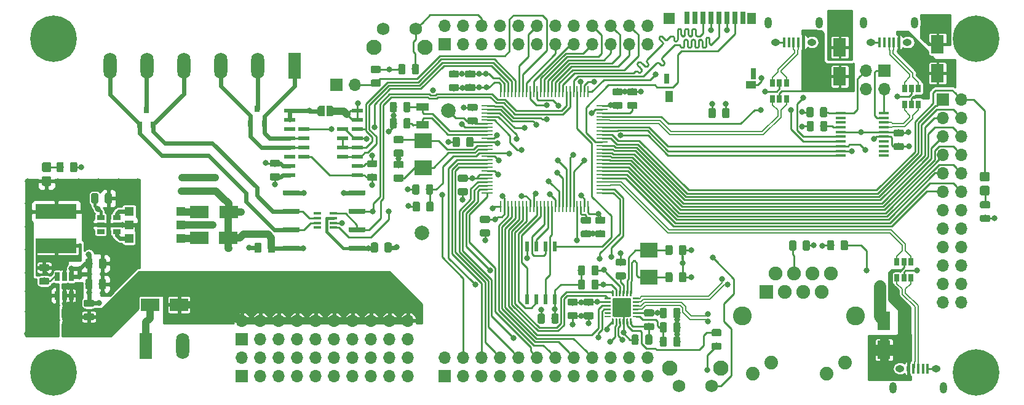
<source format=gbr>
%TF.GenerationSoftware,KiCad,Pcbnew,(5.0.2)-1*%
%TF.CreationDate,2019-05-26T18:44:39-03:00*%
%TF.ProjectId,dragonmanh7,64726167-6f6e-46d6-916e-68372e6b6963,rev?*%
%TF.SameCoordinates,Original*%
%TF.FileFunction,Copper,L1,Top*%
%TF.FilePolarity,Positive*%
%FSLAX46Y46*%
G04 Gerber Fmt 4.6, Leading zero omitted, Abs format (unit mm)*
G04 Created by KiCad (PCBNEW (5.0.2)-1) date 26/05/2019 18:44:39*
%MOMM*%
%LPD*%
G01*
G04 APERTURE LIST*
%ADD10C,0.150000*%
%ADD11C,0.975000*%
%ADD12R,5.700000X2.000000*%
%ADD13R,1.800000X3.600000*%
%ADD14O,1.800000X3.600000*%
%ADD15R,0.533400X1.473200*%
%ADD16C,2.100000*%
%ADD17C,1.750000*%
%ADD18C,2.000000*%
%ADD19R,1.700000X1.700000*%
%ADD20O,1.700000X1.700000*%
%ADD21O,1.000000X1.550000*%
%ADD22O,1.250000X0.950000*%
%ADD23R,0.400000X1.350000*%
%ADD24R,0.650000X1.220000*%
%ADD25C,0.500000*%
%ADD26R,1.900000X1.900000*%
%ADD27C,1.900000*%
%ADD28C,1.890000*%
%ADD29C,2.600000*%
%ADD30R,1.550000X0.600000*%
%ADD31R,1.450000X0.450000*%
%ADD32R,1.060000X0.400000*%
%ADD33R,1.800000X2.500000*%
%ADD34R,2.500000X1.800000*%
%ADD35R,1.060000X0.650000*%
%ADD36R,1.270000X1.270000*%
%ADD37R,1.500000X0.600000*%
%ADD38C,0.650000*%
%ADD39R,0.800000X0.900000*%
%ADD40C,1.300000*%
%ADD41R,0.700000X1.750000*%
%ADD42R,1.300000X1.500000*%
%ADD43R,0.800000X1.500000*%
%ADD44R,1.450000X1.000000*%
%ADD45R,0.800000X1.400000*%
%ADD46R,1.500000X1.500000*%
%ADD47R,1.000000X1.550000*%
%ADD48R,0.650000X1.060000*%
%ADD49R,2.400000X2.000000*%
%ADD50C,0.800000*%
%ADD51C,6.400000*%
%ADD52R,1.800000X1.000000*%
%ADD53R,1.500000X0.280000*%
%ADD54R,0.280000X1.500000*%
%ADD55C,0.250000*%
%ADD56C,0.250000*%
%ADD57C,0.600000*%
%ADD58C,0.400000*%
%ADD59C,1.000000*%
%ADD60C,0.200000*%
%ADD61C,0.203200*%
%ADD62C,1.700000*%
%ADD63C,0.254000*%
G04 APERTURE END LIST*
D10*
G36*
X68900742Y-53580974D02*
X68924403Y-53584484D01*
X68947607Y-53590296D01*
X68970129Y-53598354D01*
X68991753Y-53608582D01*
X69012270Y-53620879D01*
X69031483Y-53635129D01*
X69049207Y-53651193D01*
X69065271Y-53668917D01*
X69079521Y-53688130D01*
X69091818Y-53708647D01*
X69102046Y-53730271D01*
X69110104Y-53752793D01*
X69115916Y-53775997D01*
X69119426Y-53799658D01*
X69120600Y-53823550D01*
X69120600Y-54736050D01*
X69119426Y-54759942D01*
X69115916Y-54783603D01*
X69110104Y-54806807D01*
X69102046Y-54829329D01*
X69091818Y-54850953D01*
X69079521Y-54871470D01*
X69065271Y-54890683D01*
X69049207Y-54908407D01*
X69031483Y-54924471D01*
X69012270Y-54938721D01*
X68991753Y-54951018D01*
X68970129Y-54961246D01*
X68947607Y-54969304D01*
X68924403Y-54975116D01*
X68900742Y-54978626D01*
X68876850Y-54979800D01*
X68389350Y-54979800D01*
X68365458Y-54978626D01*
X68341797Y-54975116D01*
X68318593Y-54969304D01*
X68296071Y-54961246D01*
X68274447Y-54951018D01*
X68253930Y-54938721D01*
X68234717Y-54924471D01*
X68216993Y-54908407D01*
X68200929Y-54890683D01*
X68186679Y-54871470D01*
X68174382Y-54850953D01*
X68164154Y-54829329D01*
X68156096Y-54806807D01*
X68150284Y-54783603D01*
X68146774Y-54759942D01*
X68145600Y-54736050D01*
X68145600Y-53823550D01*
X68146774Y-53799658D01*
X68150284Y-53775997D01*
X68156096Y-53752793D01*
X68164154Y-53730271D01*
X68174382Y-53708647D01*
X68186679Y-53688130D01*
X68200929Y-53668917D01*
X68216993Y-53651193D01*
X68234717Y-53635129D01*
X68253930Y-53620879D01*
X68274447Y-53608582D01*
X68296071Y-53598354D01*
X68318593Y-53590296D01*
X68341797Y-53584484D01*
X68365458Y-53580974D01*
X68389350Y-53579800D01*
X68876850Y-53579800D01*
X68900742Y-53580974D01*
X68900742Y-53580974D01*
G37*
D11*
X68633100Y-54279800D03*
D10*
G36*
X70775742Y-53580974D02*
X70799403Y-53584484D01*
X70822607Y-53590296D01*
X70845129Y-53598354D01*
X70866753Y-53608582D01*
X70887270Y-53620879D01*
X70906483Y-53635129D01*
X70924207Y-53651193D01*
X70940271Y-53668917D01*
X70954521Y-53688130D01*
X70966818Y-53708647D01*
X70977046Y-53730271D01*
X70985104Y-53752793D01*
X70990916Y-53775997D01*
X70994426Y-53799658D01*
X70995600Y-53823550D01*
X70995600Y-54736050D01*
X70994426Y-54759942D01*
X70990916Y-54783603D01*
X70985104Y-54806807D01*
X70977046Y-54829329D01*
X70966818Y-54850953D01*
X70954521Y-54871470D01*
X70940271Y-54890683D01*
X70924207Y-54908407D01*
X70906483Y-54924471D01*
X70887270Y-54938721D01*
X70866753Y-54951018D01*
X70845129Y-54961246D01*
X70822607Y-54969304D01*
X70799403Y-54975116D01*
X70775742Y-54978626D01*
X70751850Y-54979800D01*
X70264350Y-54979800D01*
X70240458Y-54978626D01*
X70216797Y-54975116D01*
X70193593Y-54969304D01*
X70171071Y-54961246D01*
X70149447Y-54951018D01*
X70128930Y-54938721D01*
X70109717Y-54924471D01*
X70091993Y-54908407D01*
X70075929Y-54890683D01*
X70061679Y-54871470D01*
X70049382Y-54850953D01*
X70039154Y-54829329D01*
X70031096Y-54806807D01*
X70025284Y-54783603D01*
X70021774Y-54759942D01*
X70020600Y-54736050D01*
X70020600Y-53823550D01*
X70021774Y-53799658D01*
X70025284Y-53775997D01*
X70031096Y-53752793D01*
X70039154Y-53730271D01*
X70049382Y-53708647D01*
X70061679Y-53688130D01*
X70075929Y-53668917D01*
X70091993Y-53651193D01*
X70109717Y-53635129D01*
X70128930Y-53620879D01*
X70149447Y-53608582D01*
X70171071Y-53598354D01*
X70193593Y-53590296D01*
X70216797Y-53584484D01*
X70240458Y-53580974D01*
X70264350Y-53579800D01*
X70751850Y-53579800D01*
X70775742Y-53580974D01*
X70775742Y-53580974D01*
G37*
D11*
X70508100Y-54279800D03*
D12*
X63322200Y-56120800D03*
X63322200Y-60820800D03*
D13*
X75681840Y-74591820D03*
D14*
X80761840Y-74591820D03*
D13*
X96105980Y-36019740D03*
D14*
X91025980Y-36019740D03*
X85945980Y-36019740D03*
X80865980Y-36019740D03*
X75785980Y-36019740D03*
X70705980Y-36019740D03*
D15*
X131993640Y-60947300D03*
X130723640Y-60947300D03*
X129453640Y-60947300D03*
X128183640Y-60947300D03*
X128183640Y-68186300D03*
X129453640Y-68186300D03*
X130723640Y-68186300D03*
X131993640Y-68186300D03*
D16*
X147810940Y-77657160D03*
D17*
X149070940Y-80147160D03*
X153570940Y-80147160D03*
D16*
X154820940Y-77657160D03*
X114101160Y-33457680D03*
D17*
X112841160Y-30967680D03*
X108341160Y-30967680D03*
D16*
X107091160Y-33457680D03*
D18*
X113713260Y-59067700D03*
X117304820Y-42224960D03*
D19*
X116840000Y-33020000D03*
D20*
X116840000Y-30480000D03*
X119380000Y-33020000D03*
X119380000Y-30480000D03*
X121920000Y-33020000D03*
X121920000Y-30480000D03*
X124460000Y-33020000D03*
X124460000Y-30480000D03*
X127000000Y-33020000D03*
X127000000Y-30480000D03*
X129540000Y-33020000D03*
X129540000Y-30480000D03*
X132080000Y-33020000D03*
X132080000Y-30480000D03*
X134620000Y-33020000D03*
X134620000Y-30480000D03*
X137160000Y-33020000D03*
X137160000Y-30480000D03*
X139700000Y-33020000D03*
X139700000Y-30480000D03*
X142240000Y-33020000D03*
X142240000Y-30480000D03*
X144780000Y-33020000D03*
X144780000Y-30480000D03*
D21*
X174503200Y-30091400D03*
X181503200Y-30091400D03*
D22*
X180503200Y-32791400D03*
X175503200Y-32791400D03*
D23*
X179303200Y-32791400D03*
X178653200Y-32791400D03*
X176703200Y-32791400D03*
X177353200Y-32791400D03*
X178003200Y-32791400D03*
D21*
X185491000Y-80424000D03*
X178491000Y-80424000D03*
D22*
X179491000Y-77724000D03*
X184491000Y-77724000D03*
D23*
X180691000Y-77724000D03*
X181341000Y-77724000D03*
X183291000Y-77724000D03*
X182641000Y-77724000D03*
X181991000Y-77724000D03*
D21*
X161346000Y-30066000D03*
X168346000Y-30066000D03*
D22*
X167346000Y-32766000D03*
X162346000Y-32766000D03*
D23*
X166146000Y-32766000D03*
X165496000Y-32766000D03*
X163546000Y-32766000D03*
X164196000Y-32766000D03*
X164846000Y-32766000D03*
D24*
X63497420Y-65065280D03*
X64447420Y-65065280D03*
X65397420Y-65065280D03*
X65397420Y-67685280D03*
X64447420Y-67685280D03*
X63497420Y-67685280D03*
D10*
G36*
X68108262Y-62570034D02*
X68131923Y-62573544D01*
X68155127Y-62579356D01*
X68177649Y-62587414D01*
X68199273Y-62597642D01*
X68219790Y-62609939D01*
X68239003Y-62624189D01*
X68256727Y-62640253D01*
X68272791Y-62657977D01*
X68287041Y-62677190D01*
X68299338Y-62697707D01*
X68309566Y-62719331D01*
X68317624Y-62741853D01*
X68323436Y-62765057D01*
X68326946Y-62788718D01*
X68328120Y-62812610D01*
X68328120Y-63725110D01*
X68326946Y-63749002D01*
X68323436Y-63772663D01*
X68317624Y-63795867D01*
X68309566Y-63818389D01*
X68299338Y-63840013D01*
X68287041Y-63860530D01*
X68272791Y-63879743D01*
X68256727Y-63897467D01*
X68239003Y-63913531D01*
X68219790Y-63927781D01*
X68199273Y-63940078D01*
X68177649Y-63950306D01*
X68155127Y-63958364D01*
X68131923Y-63964176D01*
X68108262Y-63967686D01*
X68084370Y-63968860D01*
X67596870Y-63968860D01*
X67572978Y-63967686D01*
X67549317Y-63964176D01*
X67526113Y-63958364D01*
X67503591Y-63950306D01*
X67481967Y-63940078D01*
X67461450Y-63927781D01*
X67442237Y-63913531D01*
X67424513Y-63897467D01*
X67408449Y-63879743D01*
X67394199Y-63860530D01*
X67381902Y-63840013D01*
X67371674Y-63818389D01*
X67363616Y-63795867D01*
X67357804Y-63772663D01*
X67354294Y-63749002D01*
X67353120Y-63725110D01*
X67353120Y-62812610D01*
X67354294Y-62788718D01*
X67357804Y-62765057D01*
X67363616Y-62741853D01*
X67371674Y-62719331D01*
X67381902Y-62697707D01*
X67394199Y-62677190D01*
X67408449Y-62657977D01*
X67424513Y-62640253D01*
X67442237Y-62624189D01*
X67461450Y-62609939D01*
X67481967Y-62597642D01*
X67503591Y-62587414D01*
X67526113Y-62579356D01*
X67549317Y-62573544D01*
X67572978Y-62570034D01*
X67596870Y-62568860D01*
X68084370Y-62568860D01*
X68108262Y-62570034D01*
X68108262Y-62570034D01*
G37*
D11*
X67840620Y-63268860D03*
D10*
G36*
X69983262Y-62570034D02*
X70006923Y-62573544D01*
X70030127Y-62579356D01*
X70052649Y-62587414D01*
X70074273Y-62597642D01*
X70094790Y-62609939D01*
X70114003Y-62624189D01*
X70131727Y-62640253D01*
X70147791Y-62657977D01*
X70162041Y-62677190D01*
X70174338Y-62697707D01*
X70184566Y-62719331D01*
X70192624Y-62741853D01*
X70198436Y-62765057D01*
X70201946Y-62788718D01*
X70203120Y-62812610D01*
X70203120Y-63725110D01*
X70201946Y-63749002D01*
X70198436Y-63772663D01*
X70192624Y-63795867D01*
X70184566Y-63818389D01*
X70174338Y-63840013D01*
X70162041Y-63860530D01*
X70147791Y-63879743D01*
X70131727Y-63897467D01*
X70114003Y-63913531D01*
X70094790Y-63927781D01*
X70074273Y-63940078D01*
X70052649Y-63950306D01*
X70030127Y-63958364D01*
X70006923Y-63964176D01*
X69983262Y-63967686D01*
X69959370Y-63968860D01*
X69471870Y-63968860D01*
X69447978Y-63967686D01*
X69424317Y-63964176D01*
X69401113Y-63958364D01*
X69378591Y-63950306D01*
X69356967Y-63940078D01*
X69336450Y-63927781D01*
X69317237Y-63913531D01*
X69299513Y-63897467D01*
X69283449Y-63879743D01*
X69269199Y-63860530D01*
X69256902Y-63840013D01*
X69246674Y-63818389D01*
X69238616Y-63795867D01*
X69232804Y-63772663D01*
X69229294Y-63749002D01*
X69228120Y-63725110D01*
X69228120Y-62812610D01*
X69229294Y-62788718D01*
X69232804Y-62765057D01*
X69238616Y-62741853D01*
X69246674Y-62719331D01*
X69256902Y-62697707D01*
X69269199Y-62677190D01*
X69283449Y-62657977D01*
X69299513Y-62640253D01*
X69317237Y-62624189D01*
X69336450Y-62609939D01*
X69356967Y-62597642D01*
X69378591Y-62587414D01*
X69401113Y-62579356D01*
X69424317Y-62573544D01*
X69447978Y-62570034D01*
X69471870Y-62568860D01*
X69959370Y-62568860D01*
X69983262Y-62570034D01*
X69983262Y-62570034D01*
G37*
D11*
X69715620Y-63268860D03*
D10*
G36*
X68310842Y-68243294D02*
X68334503Y-68246804D01*
X68357707Y-68252616D01*
X68380229Y-68260674D01*
X68401853Y-68270902D01*
X68422370Y-68283199D01*
X68441583Y-68297449D01*
X68459307Y-68313513D01*
X68475371Y-68331237D01*
X68489621Y-68350450D01*
X68501918Y-68370967D01*
X68512146Y-68392591D01*
X68520204Y-68415113D01*
X68526016Y-68438317D01*
X68529526Y-68461978D01*
X68530700Y-68485870D01*
X68530700Y-68973370D01*
X68529526Y-68997262D01*
X68526016Y-69020923D01*
X68520204Y-69044127D01*
X68512146Y-69066649D01*
X68501918Y-69088273D01*
X68489621Y-69108790D01*
X68475371Y-69128003D01*
X68459307Y-69145727D01*
X68441583Y-69161791D01*
X68422370Y-69176041D01*
X68401853Y-69188338D01*
X68380229Y-69198566D01*
X68357707Y-69206624D01*
X68334503Y-69212436D01*
X68310842Y-69215946D01*
X68286950Y-69217120D01*
X67374450Y-69217120D01*
X67350558Y-69215946D01*
X67326897Y-69212436D01*
X67303693Y-69206624D01*
X67281171Y-69198566D01*
X67259547Y-69188338D01*
X67239030Y-69176041D01*
X67219817Y-69161791D01*
X67202093Y-69145727D01*
X67186029Y-69128003D01*
X67171779Y-69108790D01*
X67159482Y-69088273D01*
X67149254Y-69066649D01*
X67141196Y-69044127D01*
X67135384Y-69020923D01*
X67131874Y-68997262D01*
X67130700Y-68973370D01*
X67130700Y-68485870D01*
X67131874Y-68461978D01*
X67135384Y-68438317D01*
X67141196Y-68415113D01*
X67149254Y-68392591D01*
X67159482Y-68370967D01*
X67171779Y-68350450D01*
X67186029Y-68331237D01*
X67202093Y-68313513D01*
X67219817Y-68297449D01*
X67239030Y-68283199D01*
X67259547Y-68270902D01*
X67281171Y-68260674D01*
X67303693Y-68252616D01*
X67326897Y-68246804D01*
X67350558Y-68243294D01*
X67374450Y-68242120D01*
X68286950Y-68242120D01*
X68310842Y-68243294D01*
X68310842Y-68243294D01*
G37*
D11*
X67830700Y-68729620D03*
D10*
G36*
X68310842Y-70118294D02*
X68334503Y-70121804D01*
X68357707Y-70127616D01*
X68380229Y-70135674D01*
X68401853Y-70145902D01*
X68422370Y-70158199D01*
X68441583Y-70172449D01*
X68459307Y-70188513D01*
X68475371Y-70206237D01*
X68489621Y-70225450D01*
X68501918Y-70245967D01*
X68512146Y-70267591D01*
X68520204Y-70290113D01*
X68526016Y-70313317D01*
X68529526Y-70336978D01*
X68530700Y-70360870D01*
X68530700Y-70848370D01*
X68529526Y-70872262D01*
X68526016Y-70895923D01*
X68520204Y-70919127D01*
X68512146Y-70941649D01*
X68501918Y-70963273D01*
X68489621Y-70983790D01*
X68475371Y-71003003D01*
X68459307Y-71020727D01*
X68441583Y-71036791D01*
X68422370Y-71051041D01*
X68401853Y-71063338D01*
X68380229Y-71073566D01*
X68357707Y-71081624D01*
X68334503Y-71087436D01*
X68310842Y-71090946D01*
X68286950Y-71092120D01*
X67374450Y-71092120D01*
X67350558Y-71090946D01*
X67326897Y-71087436D01*
X67303693Y-71081624D01*
X67281171Y-71073566D01*
X67259547Y-71063338D01*
X67239030Y-71051041D01*
X67219817Y-71036791D01*
X67202093Y-71020727D01*
X67186029Y-71003003D01*
X67171779Y-70983790D01*
X67159482Y-70963273D01*
X67149254Y-70941649D01*
X67141196Y-70919127D01*
X67135384Y-70895923D01*
X67131874Y-70872262D01*
X67130700Y-70848370D01*
X67130700Y-70360870D01*
X67131874Y-70336978D01*
X67135384Y-70313317D01*
X67141196Y-70290113D01*
X67149254Y-70267591D01*
X67159482Y-70245967D01*
X67171779Y-70225450D01*
X67186029Y-70206237D01*
X67202093Y-70188513D01*
X67219817Y-70172449D01*
X67239030Y-70158199D01*
X67259547Y-70145902D01*
X67281171Y-70135674D01*
X67303693Y-70127616D01*
X67326897Y-70121804D01*
X67350558Y-70118294D01*
X67374450Y-70117120D01*
X68286950Y-70117120D01*
X68310842Y-70118294D01*
X68310842Y-70118294D01*
G37*
D11*
X67830700Y-70604620D03*
D10*
G36*
X191686262Y-54684774D02*
X191709923Y-54688284D01*
X191733127Y-54694096D01*
X191755649Y-54702154D01*
X191777273Y-54712382D01*
X191797790Y-54724679D01*
X191817003Y-54738929D01*
X191834727Y-54754993D01*
X191850791Y-54772717D01*
X191865041Y-54791930D01*
X191877338Y-54812447D01*
X191887566Y-54834071D01*
X191895624Y-54856593D01*
X191901436Y-54879797D01*
X191904946Y-54903458D01*
X191906120Y-54927350D01*
X191906120Y-55414850D01*
X191904946Y-55438742D01*
X191901436Y-55462403D01*
X191895624Y-55485607D01*
X191887566Y-55508129D01*
X191877338Y-55529753D01*
X191865041Y-55550270D01*
X191850791Y-55569483D01*
X191834727Y-55587207D01*
X191817003Y-55603271D01*
X191797790Y-55617521D01*
X191777273Y-55629818D01*
X191755649Y-55640046D01*
X191733127Y-55648104D01*
X191709923Y-55653916D01*
X191686262Y-55657426D01*
X191662370Y-55658600D01*
X190749870Y-55658600D01*
X190725978Y-55657426D01*
X190702317Y-55653916D01*
X190679113Y-55648104D01*
X190656591Y-55640046D01*
X190634967Y-55629818D01*
X190614450Y-55617521D01*
X190595237Y-55603271D01*
X190577513Y-55587207D01*
X190561449Y-55569483D01*
X190547199Y-55550270D01*
X190534902Y-55529753D01*
X190524674Y-55508129D01*
X190516616Y-55485607D01*
X190510804Y-55462403D01*
X190507294Y-55438742D01*
X190506120Y-55414850D01*
X190506120Y-54927350D01*
X190507294Y-54903458D01*
X190510804Y-54879797D01*
X190516616Y-54856593D01*
X190524674Y-54834071D01*
X190534902Y-54812447D01*
X190547199Y-54791930D01*
X190561449Y-54772717D01*
X190577513Y-54754993D01*
X190595237Y-54738929D01*
X190614450Y-54724679D01*
X190634967Y-54712382D01*
X190656591Y-54702154D01*
X190679113Y-54694096D01*
X190702317Y-54688284D01*
X190725978Y-54684774D01*
X190749870Y-54683600D01*
X191662370Y-54683600D01*
X191686262Y-54684774D01*
X191686262Y-54684774D01*
G37*
D11*
X191206120Y-55171100D03*
D10*
G36*
X191686262Y-56559774D02*
X191709923Y-56563284D01*
X191733127Y-56569096D01*
X191755649Y-56577154D01*
X191777273Y-56587382D01*
X191797790Y-56599679D01*
X191817003Y-56613929D01*
X191834727Y-56629993D01*
X191850791Y-56647717D01*
X191865041Y-56666930D01*
X191877338Y-56687447D01*
X191887566Y-56709071D01*
X191895624Y-56731593D01*
X191901436Y-56754797D01*
X191904946Y-56778458D01*
X191906120Y-56802350D01*
X191906120Y-57289850D01*
X191904946Y-57313742D01*
X191901436Y-57337403D01*
X191895624Y-57360607D01*
X191887566Y-57383129D01*
X191877338Y-57404753D01*
X191865041Y-57425270D01*
X191850791Y-57444483D01*
X191834727Y-57462207D01*
X191817003Y-57478271D01*
X191797790Y-57492521D01*
X191777273Y-57504818D01*
X191755649Y-57515046D01*
X191733127Y-57523104D01*
X191709923Y-57528916D01*
X191686262Y-57532426D01*
X191662370Y-57533600D01*
X190749870Y-57533600D01*
X190725978Y-57532426D01*
X190702317Y-57528916D01*
X190679113Y-57523104D01*
X190656591Y-57515046D01*
X190634967Y-57504818D01*
X190614450Y-57492521D01*
X190595237Y-57478271D01*
X190577513Y-57462207D01*
X190561449Y-57444483D01*
X190547199Y-57425270D01*
X190534902Y-57404753D01*
X190524674Y-57383129D01*
X190516616Y-57360607D01*
X190510804Y-57337403D01*
X190507294Y-57313742D01*
X190506120Y-57289850D01*
X190506120Y-56802350D01*
X190507294Y-56778458D01*
X190510804Y-56754797D01*
X190516616Y-56731593D01*
X190524674Y-56709071D01*
X190534902Y-56687447D01*
X190547199Y-56666930D01*
X190561449Y-56647717D01*
X190577513Y-56629993D01*
X190595237Y-56613929D01*
X190614450Y-56599679D01*
X190634967Y-56587382D01*
X190656591Y-56577154D01*
X190679113Y-56569096D01*
X190702317Y-56563284D01*
X190725978Y-56559774D01*
X190749870Y-56558600D01*
X191662370Y-56558600D01*
X191686262Y-56559774D01*
X191686262Y-56559774D01*
G37*
D11*
X191206120Y-57046100D03*
D10*
G36*
X64125542Y-49288374D02*
X64149203Y-49291884D01*
X64172407Y-49297696D01*
X64194929Y-49305754D01*
X64216553Y-49315982D01*
X64237070Y-49328279D01*
X64256283Y-49342529D01*
X64274007Y-49358593D01*
X64290071Y-49376317D01*
X64304321Y-49395530D01*
X64316618Y-49416047D01*
X64326846Y-49437671D01*
X64334904Y-49460193D01*
X64340716Y-49483397D01*
X64344226Y-49507058D01*
X64345400Y-49530950D01*
X64345400Y-50443450D01*
X64344226Y-50467342D01*
X64340716Y-50491003D01*
X64334904Y-50514207D01*
X64326846Y-50536729D01*
X64316618Y-50558353D01*
X64304321Y-50578870D01*
X64290071Y-50598083D01*
X64274007Y-50615807D01*
X64256283Y-50631871D01*
X64237070Y-50646121D01*
X64216553Y-50658418D01*
X64194929Y-50668646D01*
X64172407Y-50676704D01*
X64149203Y-50682516D01*
X64125542Y-50686026D01*
X64101650Y-50687200D01*
X63614150Y-50687200D01*
X63590258Y-50686026D01*
X63566597Y-50682516D01*
X63543393Y-50676704D01*
X63520871Y-50668646D01*
X63499247Y-50658418D01*
X63478730Y-50646121D01*
X63459517Y-50631871D01*
X63441793Y-50615807D01*
X63425729Y-50598083D01*
X63411479Y-50578870D01*
X63399182Y-50558353D01*
X63388954Y-50536729D01*
X63380896Y-50514207D01*
X63375084Y-50491003D01*
X63371574Y-50467342D01*
X63370400Y-50443450D01*
X63370400Y-49530950D01*
X63371574Y-49507058D01*
X63375084Y-49483397D01*
X63380896Y-49460193D01*
X63388954Y-49437671D01*
X63399182Y-49416047D01*
X63411479Y-49395530D01*
X63425729Y-49376317D01*
X63441793Y-49358593D01*
X63459517Y-49342529D01*
X63478730Y-49328279D01*
X63499247Y-49315982D01*
X63520871Y-49305754D01*
X63543393Y-49297696D01*
X63566597Y-49291884D01*
X63590258Y-49288374D01*
X63614150Y-49287200D01*
X64101650Y-49287200D01*
X64125542Y-49288374D01*
X64125542Y-49288374D01*
G37*
D11*
X63857900Y-49987200D03*
D10*
G36*
X66000542Y-49288374D02*
X66024203Y-49291884D01*
X66047407Y-49297696D01*
X66069929Y-49305754D01*
X66091553Y-49315982D01*
X66112070Y-49328279D01*
X66131283Y-49342529D01*
X66149007Y-49358593D01*
X66165071Y-49376317D01*
X66179321Y-49395530D01*
X66191618Y-49416047D01*
X66201846Y-49437671D01*
X66209904Y-49460193D01*
X66215716Y-49483397D01*
X66219226Y-49507058D01*
X66220400Y-49530950D01*
X66220400Y-50443450D01*
X66219226Y-50467342D01*
X66215716Y-50491003D01*
X66209904Y-50514207D01*
X66201846Y-50536729D01*
X66191618Y-50558353D01*
X66179321Y-50578870D01*
X66165071Y-50598083D01*
X66149007Y-50615807D01*
X66131283Y-50631871D01*
X66112070Y-50646121D01*
X66091553Y-50658418D01*
X66069929Y-50668646D01*
X66047407Y-50676704D01*
X66024203Y-50682516D01*
X66000542Y-50686026D01*
X65976650Y-50687200D01*
X65489150Y-50687200D01*
X65465258Y-50686026D01*
X65441597Y-50682516D01*
X65418393Y-50676704D01*
X65395871Y-50668646D01*
X65374247Y-50658418D01*
X65353730Y-50646121D01*
X65334517Y-50631871D01*
X65316793Y-50615807D01*
X65300729Y-50598083D01*
X65286479Y-50578870D01*
X65274182Y-50558353D01*
X65263954Y-50536729D01*
X65255896Y-50514207D01*
X65250084Y-50491003D01*
X65246574Y-50467342D01*
X65245400Y-50443450D01*
X65245400Y-49530950D01*
X65246574Y-49507058D01*
X65250084Y-49483397D01*
X65255896Y-49460193D01*
X65263954Y-49437671D01*
X65274182Y-49416047D01*
X65286479Y-49395530D01*
X65300729Y-49376317D01*
X65316793Y-49358593D01*
X65334517Y-49342529D01*
X65353730Y-49328279D01*
X65374247Y-49315982D01*
X65395871Y-49305754D01*
X65418393Y-49297696D01*
X65441597Y-49291884D01*
X65465258Y-49288374D01*
X65489150Y-49287200D01*
X65976650Y-49287200D01*
X66000542Y-49288374D01*
X66000542Y-49288374D01*
G37*
D11*
X65732900Y-49987200D03*
D10*
G36*
X154706402Y-72302214D02*
X154730063Y-72305724D01*
X154753267Y-72311536D01*
X154775789Y-72319594D01*
X154797413Y-72329822D01*
X154817930Y-72342119D01*
X154837143Y-72356369D01*
X154854867Y-72372433D01*
X154870931Y-72390157D01*
X154885181Y-72409370D01*
X154897478Y-72429887D01*
X154907706Y-72451511D01*
X154915764Y-72474033D01*
X154921576Y-72497237D01*
X154925086Y-72520898D01*
X154926260Y-72544790D01*
X154926260Y-73032290D01*
X154925086Y-73056182D01*
X154921576Y-73079843D01*
X154915764Y-73103047D01*
X154907706Y-73125569D01*
X154897478Y-73147193D01*
X154885181Y-73167710D01*
X154870931Y-73186923D01*
X154854867Y-73204647D01*
X154837143Y-73220711D01*
X154817930Y-73234961D01*
X154797413Y-73247258D01*
X154775789Y-73257486D01*
X154753267Y-73265544D01*
X154730063Y-73271356D01*
X154706402Y-73274866D01*
X154682510Y-73276040D01*
X153770010Y-73276040D01*
X153746118Y-73274866D01*
X153722457Y-73271356D01*
X153699253Y-73265544D01*
X153676731Y-73257486D01*
X153655107Y-73247258D01*
X153634590Y-73234961D01*
X153615377Y-73220711D01*
X153597653Y-73204647D01*
X153581589Y-73186923D01*
X153567339Y-73167710D01*
X153555042Y-73147193D01*
X153544814Y-73125569D01*
X153536756Y-73103047D01*
X153530944Y-73079843D01*
X153527434Y-73056182D01*
X153526260Y-73032290D01*
X153526260Y-72544790D01*
X153527434Y-72520898D01*
X153530944Y-72497237D01*
X153536756Y-72474033D01*
X153544814Y-72451511D01*
X153555042Y-72429887D01*
X153567339Y-72409370D01*
X153581589Y-72390157D01*
X153597653Y-72372433D01*
X153615377Y-72356369D01*
X153634590Y-72342119D01*
X153655107Y-72329822D01*
X153676731Y-72319594D01*
X153699253Y-72311536D01*
X153722457Y-72305724D01*
X153746118Y-72302214D01*
X153770010Y-72301040D01*
X154682510Y-72301040D01*
X154706402Y-72302214D01*
X154706402Y-72302214D01*
G37*
D11*
X154226260Y-72788540D03*
D10*
G36*
X154706402Y-74177214D02*
X154730063Y-74180724D01*
X154753267Y-74186536D01*
X154775789Y-74194594D01*
X154797413Y-74204822D01*
X154817930Y-74217119D01*
X154837143Y-74231369D01*
X154854867Y-74247433D01*
X154870931Y-74265157D01*
X154885181Y-74284370D01*
X154897478Y-74304887D01*
X154907706Y-74326511D01*
X154915764Y-74349033D01*
X154921576Y-74372237D01*
X154925086Y-74395898D01*
X154926260Y-74419790D01*
X154926260Y-74907290D01*
X154925086Y-74931182D01*
X154921576Y-74954843D01*
X154915764Y-74978047D01*
X154907706Y-75000569D01*
X154897478Y-75022193D01*
X154885181Y-75042710D01*
X154870931Y-75061923D01*
X154854867Y-75079647D01*
X154837143Y-75095711D01*
X154817930Y-75109961D01*
X154797413Y-75122258D01*
X154775789Y-75132486D01*
X154753267Y-75140544D01*
X154730063Y-75146356D01*
X154706402Y-75149866D01*
X154682510Y-75151040D01*
X153770010Y-75151040D01*
X153746118Y-75149866D01*
X153722457Y-75146356D01*
X153699253Y-75140544D01*
X153676731Y-75132486D01*
X153655107Y-75122258D01*
X153634590Y-75109961D01*
X153615377Y-75095711D01*
X153597653Y-75079647D01*
X153581589Y-75061923D01*
X153567339Y-75042710D01*
X153555042Y-75022193D01*
X153544814Y-75000569D01*
X153536756Y-74978047D01*
X153530944Y-74954843D01*
X153527434Y-74931182D01*
X153526260Y-74907290D01*
X153526260Y-74419790D01*
X153527434Y-74395898D01*
X153530944Y-74372237D01*
X153536756Y-74349033D01*
X153544814Y-74326511D01*
X153555042Y-74304887D01*
X153567339Y-74284370D01*
X153581589Y-74265157D01*
X153597653Y-74247433D01*
X153615377Y-74231369D01*
X153634590Y-74217119D01*
X153655107Y-74204822D01*
X153676731Y-74194594D01*
X153699253Y-74186536D01*
X153722457Y-74180724D01*
X153746118Y-74177214D01*
X153770010Y-74176040D01*
X154682510Y-74176040D01*
X154706402Y-74177214D01*
X154706402Y-74177214D01*
G37*
D11*
X154226260Y-74663540D03*
D10*
G36*
X135905942Y-65447854D02*
X135929603Y-65451364D01*
X135952807Y-65457176D01*
X135975329Y-65465234D01*
X135996953Y-65475462D01*
X136017470Y-65487759D01*
X136036683Y-65502009D01*
X136054407Y-65518073D01*
X136070471Y-65535797D01*
X136084721Y-65555010D01*
X136097018Y-65575527D01*
X136107246Y-65597151D01*
X136115304Y-65619673D01*
X136121116Y-65642877D01*
X136124626Y-65666538D01*
X136125800Y-65690430D01*
X136125800Y-66602930D01*
X136124626Y-66626822D01*
X136121116Y-66650483D01*
X136115304Y-66673687D01*
X136107246Y-66696209D01*
X136097018Y-66717833D01*
X136084721Y-66738350D01*
X136070471Y-66757563D01*
X136054407Y-66775287D01*
X136036683Y-66791351D01*
X136017470Y-66805601D01*
X135996953Y-66817898D01*
X135975329Y-66828126D01*
X135952807Y-66836184D01*
X135929603Y-66841996D01*
X135905942Y-66845506D01*
X135882050Y-66846680D01*
X135394550Y-66846680D01*
X135370658Y-66845506D01*
X135346997Y-66841996D01*
X135323793Y-66836184D01*
X135301271Y-66828126D01*
X135279647Y-66817898D01*
X135259130Y-66805601D01*
X135239917Y-66791351D01*
X135222193Y-66775287D01*
X135206129Y-66757563D01*
X135191879Y-66738350D01*
X135179582Y-66717833D01*
X135169354Y-66696209D01*
X135161296Y-66673687D01*
X135155484Y-66650483D01*
X135151974Y-66626822D01*
X135150800Y-66602930D01*
X135150800Y-65690430D01*
X135151974Y-65666538D01*
X135155484Y-65642877D01*
X135161296Y-65619673D01*
X135169354Y-65597151D01*
X135179582Y-65575527D01*
X135191879Y-65555010D01*
X135206129Y-65535797D01*
X135222193Y-65518073D01*
X135239917Y-65502009D01*
X135259130Y-65487759D01*
X135279647Y-65475462D01*
X135301271Y-65465234D01*
X135323793Y-65457176D01*
X135346997Y-65451364D01*
X135370658Y-65447854D01*
X135394550Y-65446680D01*
X135882050Y-65446680D01*
X135905942Y-65447854D01*
X135905942Y-65447854D01*
G37*
D11*
X135638300Y-66146680D03*
D10*
G36*
X137780942Y-65447854D02*
X137804603Y-65451364D01*
X137827807Y-65457176D01*
X137850329Y-65465234D01*
X137871953Y-65475462D01*
X137892470Y-65487759D01*
X137911683Y-65502009D01*
X137929407Y-65518073D01*
X137945471Y-65535797D01*
X137959721Y-65555010D01*
X137972018Y-65575527D01*
X137982246Y-65597151D01*
X137990304Y-65619673D01*
X137996116Y-65642877D01*
X137999626Y-65666538D01*
X138000800Y-65690430D01*
X138000800Y-66602930D01*
X137999626Y-66626822D01*
X137996116Y-66650483D01*
X137990304Y-66673687D01*
X137982246Y-66696209D01*
X137972018Y-66717833D01*
X137959721Y-66738350D01*
X137945471Y-66757563D01*
X137929407Y-66775287D01*
X137911683Y-66791351D01*
X137892470Y-66805601D01*
X137871953Y-66817898D01*
X137850329Y-66828126D01*
X137827807Y-66836184D01*
X137804603Y-66841996D01*
X137780942Y-66845506D01*
X137757050Y-66846680D01*
X137269550Y-66846680D01*
X137245658Y-66845506D01*
X137221997Y-66841996D01*
X137198793Y-66836184D01*
X137176271Y-66828126D01*
X137154647Y-66817898D01*
X137134130Y-66805601D01*
X137114917Y-66791351D01*
X137097193Y-66775287D01*
X137081129Y-66757563D01*
X137066879Y-66738350D01*
X137054582Y-66717833D01*
X137044354Y-66696209D01*
X137036296Y-66673687D01*
X137030484Y-66650483D01*
X137026974Y-66626822D01*
X137025800Y-66602930D01*
X137025800Y-65690430D01*
X137026974Y-65666538D01*
X137030484Y-65642877D01*
X137036296Y-65619673D01*
X137044354Y-65597151D01*
X137054582Y-65575527D01*
X137066879Y-65555010D01*
X137081129Y-65535797D01*
X137097193Y-65518073D01*
X137114917Y-65502009D01*
X137134130Y-65487759D01*
X137154647Y-65475462D01*
X137176271Y-65465234D01*
X137198793Y-65457176D01*
X137221997Y-65451364D01*
X137245658Y-65447854D01*
X137269550Y-65446680D01*
X137757050Y-65446680D01*
X137780942Y-65447854D01*
X137780942Y-65447854D01*
G37*
D11*
X137513300Y-66146680D03*
D10*
G36*
X135905942Y-63507294D02*
X135929603Y-63510804D01*
X135952807Y-63516616D01*
X135975329Y-63524674D01*
X135996953Y-63534902D01*
X136017470Y-63547199D01*
X136036683Y-63561449D01*
X136054407Y-63577513D01*
X136070471Y-63595237D01*
X136084721Y-63614450D01*
X136097018Y-63634967D01*
X136107246Y-63656591D01*
X136115304Y-63679113D01*
X136121116Y-63702317D01*
X136124626Y-63725978D01*
X136125800Y-63749870D01*
X136125800Y-64662370D01*
X136124626Y-64686262D01*
X136121116Y-64709923D01*
X136115304Y-64733127D01*
X136107246Y-64755649D01*
X136097018Y-64777273D01*
X136084721Y-64797790D01*
X136070471Y-64817003D01*
X136054407Y-64834727D01*
X136036683Y-64850791D01*
X136017470Y-64865041D01*
X135996953Y-64877338D01*
X135975329Y-64887566D01*
X135952807Y-64895624D01*
X135929603Y-64901436D01*
X135905942Y-64904946D01*
X135882050Y-64906120D01*
X135394550Y-64906120D01*
X135370658Y-64904946D01*
X135346997Y-64901436D01*
X135323793Y-64895624D01*
X135301271Y-64887566D01*
X135279647Y-64877338D01*
X135259130Y-64865041D01*
X135239917Y-64850791D01*
X135222193Y-64834727D01*
X135206129Y-64817003D01*
X135191879Y-64797790D01*
X135179582Y-64777273D01*
X135169354Y-64755649D01*
X135161296Y-64733127D01*
X135155484Y-64709923D01*
X135151974Y-64686262D01*
X135150800Y-64662370D01*
X135150800Y-63749870D01*
X135151974Y-63725978D01*
X135155484Y-63702317D01*
X135161296Y-63679113D01*
X135169354Y-63656591D01*
X135179582Y-63634967D01*
X135191879Y-63614450D01*
X135206129Y-63595237D01*
X135222193Y-63577513D01*
X135239917Y-63561449D01*
X135259130Y-63547199D01*
X135279647Y-63534902D01*
X135301271Y-63524674D01*
X135323793Y-63516616D01*
X135346997Y-63510804D01*
X135370658Y-63507294D01*
X135394550Y-63506120D01*
X135882050Y-63506120D01*
X135905942Y-63507294D01*
X135905942Y-63507294D01*
G37*
D11*
X135638300Y-64206120D03*
D10*
G36*
X137780942Y-63507294D02*
X137804603Y-63510804D01*
X137827807Y-63516616D01*
X137850329Y-63524674D01*
X137871953Y-63534902D01*
X137892470Y-63547199D01*
X137911683Y-63561449D01*
X137929407Y-63577513D01*
X137945471Y-63595237D01*
X137959721Y-63614450D01*
X137972018Y-63634967D01*
X137982246Y-63656591D01*
X137990304Y-63679113D01*
X137996116Y-63702317D01*
X137999626Y-63725978D01*
X138000800Y-63749870D01*
X138000800Y-64662370D01*
X137999626Y-64686262D01*
X137996116Y-64709923D01*
X137990304Y-64733127D01*
X137982246Y-64755649D01*
X137972018Y-64777273D01*
X137959721Y-64797790D01*
X137945471Y-64817003D01*
X137929407Y-64834727D01*
X137911683Y-64850791D01*
X137892470Y-64865041D01*
X137871953Y-64877338D01*
X137850329Y-64887566D01*
X137827807Y-64895624D01*
X137804603Y-64901436D01*
X137780942Y-64904946D01*
X137757050Y-64906120D01*
X137269550Y-64906120D01*
X137245658Y-64904946D01*
X137221997Y-64901436D01*
X137198793Y-64895624D01*
X137176271Y-64887566D01*
X137154647Y-64877338D01*
X137134130Y-64865041D01*
X137114917Y-64850791D01*
X137097193Y-64834727D01*
X137081129Y-64817003D01*
X137066879Y-64797790D01*
X137054582Y-64777273D01*
X137044354Y-64755649D01*
X137036296Y-64733127D01*
X137030484Y-64709923D01*
X137026974Y-64686262D01*
X137025800Y-64662370D01*
X137025800Y-63749870D01*
X137026974Y-63725978D01*
X137030484Y-63702317D01*
X137036296Y-63679113D01*
X137044354Y-63656591D01*
X137054582Y-63634967D01*
X137066879Y-63614450D01*
X137081129Y-63595237D01*
X137097193Y-63577513D01*
X137114917Y-63561449D01*
X137134130Y-63547199D01*
X137154647Y-63534902D01*
X137176271Y-63524674D01*
X137198793Y-63516616D01*
X137221997Y-63510804D01*
X137245658Y-63507294D01*
X137269550Y-63506120D01*
X137757050Y-63506120D01*
X137780942Y-63507294D01*
X137780942Y-63507294D01*
G37*
D11*
X137513300Y-64206120D03*
D25*
X101066360Y-42257980D03*
D10*
G36*
X100566360Y-41507980D02*
X101066360Y-41507980D01*
X101066360Y-41508582D01*
X101090894Y-41508582D01*
X101139725Y-41513392D01*
X101187850Y-41522964D01*
X101234805Y-41537208D01*
X101280138Y-41555985D01*
X101323411Y-41579116D01*
X101364210Y-41606376D01*
X101402139Y-41637504D01*
X101436836Y-41672201D01*
X101467964Y-41710130D01*
X101495224Y-41750929D01*
X101518355Y-41794202D01*
X101537132Y-41839535D01*
X101551376Y-41886490D01*
X101560948Y-41934615D01*
X101565758Y-41983446D01*
X101565758Y-42007980D01*
X101566360Y-42007980D01*
X101566360Y-42507980D01*
X101565758Y-42507980D01*
X101565758Y-42532514D01*
X101560948Y-42581345D01*
X101551376Y-42629470D01*
X101537132Y-42676425D01*
X101518355Y-42721758D01*
X101495224Y-42765031D01*
X101467964Y-42805830D01*
X101436836Y-42843759D01*
X101402139Y-42878456D01*
X101364210Y-42909584D01*
X101323411Y-42936844D01*
X101280138Y-42959975D01*
X101234805Y-42978752D01*
X101187850Y-42992996D01*
X101139725Y-43002568D01*
X101090894Y-43007378D01*
X101066360Y-43007378D01*
X101066360Y-43007980D01*
X100566360Y-43007980D01*
X100566360Y-41507980D01*
X100566360Y-41507980D01*
G37*
D25*
X99766360Y-42257980D03*
D10*
G36*
X99766360Y-43007378D02*
X99741826Y-43007378D01*
X99692995Y-43002568D01*
X99644870Y-42992996D01*
X99597915Y-42978752D01*
X99552582Y-42959975D01*
X99509309Y-42936844D01*
X99468510Y-42909584D01*
X99430581Y-42878456D01*
X99395884Y-42843759D01*
X99364756Y-42805830D01*
X99337496Y-42765031D01*
X99314365Y-42721758D01*
X99295588Y-42676425D01*
X99281344Y-42629470D01*
X99271772Y-42581345D01*
X99266962Y-42532514D01*
X99266962Y-42507980D01*
X99266360Y-42507980D01*
X99266360Y-42007980D01*
X99266962Y-42007980D01*
X99266962Y-41983446D01*
X99271772Y-41934615D01*
X99281344Y-41886490D01*
X99295588Y-41839535D01*
X99314365Y-41794202D01*
X99337496Y-41750929D01*
X99364756Y-41710130D01*
X99395884Y-41672201D01*
X99430581Y-41637504D01*
X99468510Y-41606376D01*
X99509309Y-41579116D01*
X99552582Y-41555985D01*
X99597915Y-41537208D01*
X99644870Y-41522964D01*
X99692995Y-41513392D01*
X99741826Y-41508582D01*
X99766360Y-41508582D01*
X99766360Y-41507980D01*
X100266360Y-41507980D01*
X100266360Y-43007980D01*
X99766360Y-43007980D01*
X99766360Y-43007378D01*
X99766360Y-43007378D01*
G37*
D26*
X161112200Y-67170300D03*
D27*
X162382200Y-64630300D03*
X163652200Y-67170300D03*
X164922200Y-64630300D03*
X166192200Y-67170300D03*
X167462200Y-64630300D03*
X168732200Y-67170300D03*
X170002200Y-64630300D03*
D28*
X171882200Y-76890300D03*
X169342200Y-78410300D03*
X161772200Y-76890300D03*
X159232200Y-78410300D03*
D29*
X157782200Y-70460300D03*
X173332200Y-70460300D03*
D30*
X102791240Y-48514000D03*
X102791240Y-47244000D03*
X102791240Y-45974000D03*
X102791240Y-44704000D03*
X97391240Y-44704000D03*
X97391240Y-45974000D03*
X97391240Y-47244000D03*
X97391240Y-48514000D03*
D31*
X171339720Y-42551160D03*
X171339720Y-43201160D03*
X171339720Y-43851160D03*
X171339720Y-44501160D03*
X171339720Y-45151160D03*
X171339720Y-45801160D03*
X171339720Y-46451160D03*
X171339720Y-47101160D03*
X171339720Y-47751160D03*
X171339720Y-48401160D03*
X177239720Y-48401160D03*
X177239720Y-47751160D03*
X177239720Y-47101160D03*
X177239720Y-46451160D03*
X177239720Y-45801160D03*
X177239720Y-45151160D03*
X177239720Y-44501160D03*
X177239720Y-43851160D03*
X177239720Y-43201160D03*
X177239720Y-42551160D03*
D32*
X101506200Y-58333200D03*
X101506200Y-57683200D03*
X101506200Y-57023200D03*
X101506200Y-56373200D03*
X99306200Y-56373200D03*
X99306200Y-57023200D03*
X99306200Y-57683200D03*
X99306200Y-58333200D03*
D33*
X184658000Y-37052000D03*
X184658000Y-33052000D03*
D10*
G36*
X84383962Y-52790414D02*
X84407623Y-52793924D01*
X84430827Y-52799736D01*
X84453349Y-52807794D01*
X84474973Y-52818022D01*
X84495490Y-52830319D01*
X84514703Y-52844569D01*
X84532427Y-52860633D01*
X84548491Y-52878357D01*
X84562741Y-52897570D01*
X84575038Y-52918087D01*
X84585266Y-52939711D01*
X84593324Y-52962233D01*
X84599136Y-52985437D01*
X84602646Y-53009098D01*
X84603820Y-53032990D01*
X84603820Y-53520490D01*
X84602646Y-53544382D01*
X84599136Y-53568043D01*
X84593324Y-53591247D01*
X84585266Y-53613769D01*
X84575038Y-53635393D01*
X84562741Y-53655910D01*
X84548491Y-53675123D01*
X84532427Y-53692847D01*
X84514703Y-53708911D01*
X84495490Y-53723161D01*
X84474973Y-53735458D01*
X84453349Y-53745686D01*
X84430827Y-53753744D01*
X84407623Y-53759556D01*
X84383962Y-53763066D01*
X84360070Y-53764240D01*
X83447570Y-53764240D01*
X83423678Y-53763066D01*
X83400017Y-53759556D01*
X83376813Y-53753744D01*
X83354291Y-53745686D01*
X83332667Y-53735458D01*
X83312150Y-53723161D01*
X83292937Y-53708911D01*
X83275213Y-53692847D01*
X83259149Y-53675123D01*
X83244899Y-53655910D01*
X83232602Y-53635393D01*
X83222374Y-53613769D01*
X83214316Y-53591247D01*
X83208504Y-53568043D01*
X83204994Y-53544382D01*
X83203820Y-53520490D01*
X83203820Y-53032990D01*
X83204994Y-53009098D01*
X83208504Y-52985437D01*
X83214316Y-52962233D01*
X83222374Y-52939711D01*
X83232602Y-52918087D01*
X83244899Y-52897570D01*
X83259149Y-52878357D01*
X83275213Y-52860633D01*
X83292937Y-52844569D01*
X83312150Y-52830319D01*
X83332667Y-52818022D01*
X83354291Y-52807794D01*
X83376813Y-52799736D01*
X83400017Y-52793924D01*
X83423678Y-52790414D01*
X83447570Y-52789240D01*
X84360070Y-52789240D01*
X84383962Y-52790414D01*
X84383962Y-52790414D01*
G37*
D11*
X83903820Y-53276740D03*
D10*
G36*
X84383962Y-50915414D02*
X84407623Y-50918924D01*
X84430827Y-50924736D01*
X84453349Y-50932794D01*
X84474973Y-50943022D01*
X84495490Y-50955319D01*
X84514703Y-50969569D01*
X84532427Y-50985633D01*
X84548491Y-51003357D01*
X84562741Y-51022570D01*
X84575038Y-51043087D01*
X84585266Y-51064711D01*
X84593324Y-51087233D01*
X84599136Y-51110437D01*
X84602646Y-51134098D01*
X84603820Y-51157990D01*
X84603820Y-51645490D01*
X84602646Y-51669382D01*
X84599136Y-51693043D01*
X84593324Y-51716247D01*
X84585266Y-51738769D01*
X84575038Y-51760393D01*
X84562741Y-51780910D01*
X84548491Y-51800123D01*
X84532427Y-51817847D01*
X84514703Y-51833911D01*
X84495490Y-51848161D01*
X84474973Y-51860458D01*
X84453349Y-51870686D01*
X84430827Y-51878744D01*
X84407623Y-51884556D01*
X84383962Y-51888066D01*
X84360070Y-51889240D01*
X83447570Y-51889240D01*
X83423678Y-51888066D01*
X83400017Y-51884556D01*
X83376813Y-51878744D01*
X83354291Y-51870686D01*
X83332667Y-51860458D01*
X83312150Y-51848161D01*
X83292937Y-51833911D01*
X83275213Y-51817847D01*
X83259149Y-51800123D01*
X83244899Y-51780910D01*
X83232602Y-51760393D01*
X83222374Y-51738769D01*
X83214316Y-51716247D01*
X83208504Y-51693043D01*
X83204994Y-51669382D01*
X83203820Y-51645490D01*
X83203820Y-51157990D01*
X83204994Y-51134098D01*
X83208504Y-51110437D01*
X83214316Y-51087233D01*
X83222374Y-51064711D01*
X83232602Y-51043087D01*
X83244899Y-51022570D01*
X83259149Y-51003357D01*
X83275213Y-50985633D01*
X83292937Y-50969569D01*
X83312150Y-50955319D01*
X83332667Y-50943022D01*
X83354291Y-50932794D01*
X83376813Y-50924736D01*
X83400017Y-50918924D01*
X83423678Y-50915414D01*
X83447570Y-50914240D01*
X84360070Y-50914240D01*
X84383962Y-50915414D01*
X84383962Y-50915414D01*
G37*
D11*
X83903820Y-51401740D03*
D10*
G36*
X82392602Y-52798034D02*
X82416263Y-52801544D01*
X82439467Y-52807356D01*
X82461989Y-52815414D01*
X82483613Y-52825642D01*
X82504130Y-52837939D01*
X82523343Y-52852189D01*
X82541067Y-52868253D01*
X82557131Y-52885977D01*
X82571381Y-52905190D01*
X82583678Y-52925707D01*
X82593906Y-52947331D01*
X82601964Y-52969853D01*
X82607776Y-52993057D01*
X82611286Y-53016718D01*
X82612460Y-53040610D01*
X82612460Y-53528110D01*
X82611286Y-53552002D01*
X82607776Y-53575663D01*
X82601964Y-53598867D01*
X82593906Y-53621389D01*
X82583678Y-53643013D01*
X82571381Y-53663530D01*
X82557131Y-53682743D01*
X82541067Y-53700467D01*
X82523343Y-53716531D01*
X82504130Y-53730781D01*
X82483613Y-53743078D01*
X82461989Y-53753306D01*
X82439467Y-53761364D01*
X82416263Y-53767176D01*
X82392602Y-53770686D01*
X82368710Y-53771860D01*
X81456210Y-53771860D01*
X81432318Y-53770686D01*
X81408657Y-53767176D01*
X81385453Y-53761364D01*
X81362931Y-53753306D01*
X81341307Y-53743078D01*
X81320790Y-53730781D01*
X81301577Y-53716531D01*
X81283853Y-53700467D01*
X81267789Y-53682743D01*
X81253539Y-53663530D01*
X81241242Y-53643013D01*
X81231014Y-53621389D01*
X81222956Y-53598867D01*
X81217144Y-53575663D01*
X81213634Y-53552002D01*
X81212460Y-53528110D01*
X81212460Y-53040610D01*
X81213634Y-53016718D01*
X81217144Y-52993057D01*
X81222956Y-52969853D01*
X81231014Y-52947331D01*
X81241242Y-52925707D01*
X81253539Y-52905190D01*
X81267789Y-52885977D01*
X81283853Y-52868253D01*
X81301577Y-52852189D01*
X81320790Y-52837939D01*
X81341307Y-52825642D01*
X81362931Y-52815414D01*
X81385453Y-52807356D01*
X81408657Y-52801544D01*
X81432318Y-52798034D01*
X81456210Y-52796860D01*
X82368710Y-52796860D01*
X82392602Y-52798034D01*
X82392602Y-52798034D01*
G37*
D11*
X81912460Y-53284360D03*
D10*
G36*
X82392602Y-50923034D02*
X82416263Y-50926544D01*
X82439467Y-50932356D01*
X82461989Y-50940414D01*
X82483613Y-50950642D01*
X82504130Y-50962939D01*
X82523343Y-50977189D01*
X82541067Y-50993253D01*
X82557131Y-51010977D01*
X82571381Y-51030190D01*
X82583678Y-51050707D01*
X82593906Y-51072331D01*
X82601964Y-51094853D01*
X82607776Y-51118057D01*
X82611286Y-51141718D01*
X82612460Y-51165610D01*
X82612460Y-51653110D01*
X82611286Y-51677002D01*
X82607776Y-51700663D01*
X82601964Y-51723867D01*
X82593906Y-51746389D01*
X82583678Y-51768013D01*
X82571381Y-51788530D01*
X82557131Y-51807743D01*
X82541067Y-51825467D01*
X82523343Y-51841531D01*
X82504130Y-51855781D01*
X82483613Y-51868078D01*
X82461989Y-51878306D01*
X82439467Y-51886364D01*
X82416263Y-51892176D01*
X82392602Y-51895686D01*
X82368710Y-51896860D01*
X81456210Y-51896860D01*
X81432318Y-51895686D01*
X81408657Y-51892176D01*
X81385453Y-51886364D01*
X81362931Y-51878306D01*
X81341307Y-51868078D01*
X81320790Y-51855781D01*
X81301577Y-51841531D01*
X81283853Y-51825467D01*
X81267789Y-51807743D01*
X81253539Y-51788530D01*
X81241242Y-51768013D01*
X81231014Y-51746389D01*
X81222956Y-51723867D01*
X81217144Y-51700663D01*
X81213634Y-51677002D01*
X81212460Y-51653110D01*
X81212460Y-51165610D01*
X81213634Y-51141718D01*
X81217144Y-51118057D01*
X81222956Y-51094853D01*
X81231014Y-51072331D01*
X81241242Y-51050707D01*
X81253539Y-51030190D01*
X81267789Y-51010977D01*
X81283853Y-50993253D01*
X81301577Y-50977189D01*
X81320790Y-50962939D01*
X81341307Y-50950642D01*
X81362931Y-50940414D01*
X81385453Y-50932356D01*
X81408657Y-50926544D01*
X81432318Y-50923034D01*
X81456210Y-50921860D01*
X82368710Y-50921860D01*
X82392602Y-50923034D01*
X82392602Y-50923034D01*
G37*
D11*
X81912460Y-51409360D03*
D34*
X83049360Y-56134000D03*
X87049360Y-56134000D03*
X87039200Y-59748420D03*
X83039200Y-59748420D03*
D35*
X71658660Y-58864540D03*
X71658660Y-57914540D03*
X71658660Y-56964540D03*
X69458660Y-56964540D03*
X69458660Y-58864540D03*
X69458660Y-57914540D03*
D36*
X73363820Y-56082400D03*
X73363820Y-57937400D03*
X73363820Y-59792400D03*
X80473820Y-59792400D03*
X80473820Y-57937400D03*
X80473820Y-56082400D03*
D37*
X104799660Y-51059080D03*
X104799660Y-49789080D03*
X104799660Y-48519080D03*
X104799660Y-47249080D03*
X104799660Y-45979080D03*
X104799660Y-44709080D03*
X104799660Y-43439080D03*
X104799660Y-42169080D03*
X95499660Y-42169080D03*
X95499660Y-43439080D03*
X95499660Y-44709080D03*
X95499660Y-45979080D03*
X95499660Y-47249080D03*
X95499660Y-48519080D03*
X95499660Y-49789080D03*
X95499660Y-51059080D03*
D10*
G36*
X93919122Y-50844774D02*
X93942783Y-50848284D01*
X93965987Y-50854096D01*
X93988509Y-50862154D01*
X94010133Y-50872382D01*
X94030650Y-50884679D01*
X94049863Y-50898929D01*
X94067587Y-50914993D01*
X94083651Y-50932717D01*
X94097901Y-50951930D01*
X94110198Y-50972447D01*
X94120426Y-50994071D01*
X94128484Y-51016593D01*
X94134296Y-51039797D01*
X94137806Y-51063458D01*
X94138980Y-51087350D01*
X94138980Y-51574850D01*
X94137806Y-51598742D01*
X94134296Y-51622403D01*
X94128484Y-51645607D01*
X94120426Y-51668129D01*
X94110198Y-51689753D01*
X94097901Y-51710270D01*
X94083651Y-51729483D01*
X94067587Y-51747207D01*
X94049863Y-51763271D01*
X94030650Y-51777521D01*
X94010133Y-51789818D01*
X93988509Y-51800046D01*
X93965987Y-51808104D01*
X93942783Y-51813916D01*
X93919122Y-51817426D01*
X93895230Y-51818600D01*
X92982730Y-51818600D01*
X92958838Y-51817426D01*
X92935177Y-51813916D01*
X92911973Y-51808104D01*
X92889451Y-51800046D01*
X92867827Y-51789818D01*
X92847310Y-51777521D01*
X92828097Y-51763271D01*
X92810373Y-51747207D01*
X92794309Y-51729483D01*
X92780059Y-51710270D01*
X92767762Y-51689753D01*
X92757534Y-51668129D01*
X92749476Y-51645607D01*
X92743664Y-51622403D01*
X92740154Y-51598742D01*
X92738980Y-51574850D01*
X92738980Y-51087350D01*
X92740154Y-51063458D01*
X92743664Y-51039797D01*
X92749476Y-51016593D01*
X92757534Y-50994071D01*
X92767762Y-50972447D01*
X92780059Y-50951930D01*
X92794309Y-50932717D01*
X92810373Y-50914993D01*
X92828097Y-50898929D01*
X92847310Y-50884679D01*
X92867827Y-50872382D01*
X92889451Y-50862154D01*
X92911973Y-50854096D01*
X92935177Y-50848284D01*
X92958838Y-50844774D01*
X92982730Y-50843600D01*
X93895230Y-50843600D01*
X93919122Y-50844774D01*
X93919122Y-50844774D01*
G37*
D11*
X93438980Y-51331100D03*
D10*
G36*
X93919122Y-48969774D02*
X93942783Y-48973284D01*
X93965987Y-48979096D01*
X93988509Y-48987154D01*
X94010133Y-48997382D01*
X94030650Y-49009679D01*
X94049863Y-49023929D01*
X94067587Y-49039993D01*
X94083651Y-49057717D01*
X94097901Y-49076930D01*
X94110198Y-49097447D01*
X94120426Y-49119071D01*
X94128484Y-49141593D01*
X94134296Y-49164797D01*
X94137806Y-49188458D01*
X94138980Y-49212350D01*
X94138980Y-49699850D01*
X94137806Y-49723742D01*
X94134296Y-49747403D01*
X94128484Y-49770607D01*
X94120426Y-49793129D01*
X94110198Y-49814753D01*
X94097901Y-49835270D01*
X94083651Y-49854483D01*
X94067587Y-49872207D01*
X94049863Y-49888271D01*
X94030650Y-49902521D01*
X94010133Y-49914818D01*
X93988509Y-49925046D01*
X93965987Y-49933104D01*
X93942783Y-49938916D01*
X93919122Y-49942426D01*
X93895230Y-49943600D01*
X92982730Y-49943600D01*
X92958838Y-49942426D01*
X92935177Y-49938916D01*
X92911973Y-49933104D01*
X92889451Y-49925046D01*
X92867827Y-49914818D01*
X92847310Y-49902521D01*
X92828097Y-49888271D01*
X92810373Y-49872207D01*
X92794309Y-49854483D01*
X92780059Y-49835270D01*
X92767762Y-49814753D01*
X92757534Y-49793129D01*
X92749476Y-49770607D01*
X92743664Y-49747403D01*
X92740154Y-49723742D01*
X92738980Y-49699850D01*
X92738980Y-49212350D01*
X92740154Y-49188458D01*
X92743664Y-49164797D01*
X92749476Y-49141593D01*
X92757534Y-49119071D01*
X92767762Y-49097447D01*
X92780059Y-49076930D01*
X92794309Y-49057717D01*
X92810373Y-49039993D01*
X92828097Y-49023929D01*
X92847310Y-49009679D01*
X92867827Y-48997382D01*
X92889451Y-48987154D01*
X92911973Y-48979096D01*
X92935177Y-48973284D01*
X92958838Y-48969774D01*
X92982730Y-48968600D01*
X93895230Y-48968600D01*
X93919122Y-48969774D01*
X93919122Y-48969774D01*
G37*
D11*
X93438980Y-49456100D03*
D10*
G36*
X93234422Y-60403414D02*
X93258083Y-60406924D01*
X93281287Y-60412736D01*
X93303809Y-60420794D01*
X93325433Y-60431022D01*
X93345950Y-60443319D01*
X93365163Y-60457569D01*
X93382887Y-60473633D01*
X93398951Y-60491357D01*
X93413201Y-60510570D01*
X93425498Y-60531087D01*
X93435726Y-60552711D01*
X93443784Y-60575233D01*
X93449596Y-60598437D01*
X93453106Y-60622098D01*
X93454280Y-60645990D01*
X93454280Y-61558490D01*
X93453106Y-61582382D01*
X93449596Y-61606043D01*
X93443784Y-61629247D01*
X93435726Y-61651769D01*
X93425498Y-61673393D01*
X93413201Y-61693910D01*
X93398951Y-61713123D01*
X93382887Y-61730847D01*
X93365163Y-61746911D01*
X93345950Y-61761161D01*
X93325433Y-61773458D01*
X93303809Y-61783686D01*
X93281287Y-61791744D01*
X93258083Y-61797556D01*
X93234422Y-61801066D01*
X93210530Y-61802240D01*
X92723030Y-61802240D01*
X92699138Y-61801066D01*
X92675477Y-61797556D01*
X92652273Y-61791744D01*
X92629751Y-61783686D01*
X92608127Y-61773458D01*
X92587610Y-61761161D01*
X92568397Y-61746911D01*
X92550673Y-61730847D01*
X92534609Y-61713123D01*
X92520359Y-61693910D01*
X92508062Y-61673393D01*
X92497834Y-61651769D01*
X92489776Y-61629247D01*
X92483964Y-61606043D01*
X92480454Y-61582382D01*
X92479280Y-61558490D01*
X92479280Y-60645990D01*
X92480454Y-60622098D01*
X92483964Y-60598437D01*
X92489776Y-60575233D01*
X92497834Y-60552711D01*
X92508062Y-60531087D01*
X92520359Y-60510570D01*
X92534609Y-60491357D01*
X92550673Y-60473633D01*
X92568397Y-60457569D01*
X92587610Y-60443319D01*
X92608127Y-60431022D01*
X92629751Y-60420794D01*
X92652273Y-60412736D01*
X92675477Y-60406924D01*
X92699138Y-60403414D01*
X92723030Y-60402240D01*
X93210530Y-60402240D01*
X93234422Y-60403414D01*
X93234422Y-60403414D01*
G37*
D11*
X92966780Y-61102240D03*
D10*
G36*
X91359422Y-60403414D02*
X91383083Y-60406924D01*
X91406287Y-60412736D01*
X91428809Y-60420794D01*
X91450433Y-60431022D01*
X91470950Y-60443319D01*
X91490163Y-60457569D01*
X91507887Y-60473633D01*
X91523951Y-60491357D01*
X91538201Y-60510570D01*
X91550498Y-60531087D01*
X91560726Y-60552711D01*
X91568784Y-60575233D01*
X91574596Y-60598437D01*
X91578106Y-60622098D01*
X91579280Y-60645990D01*
X91579280Y-61558490D01*
X91578106Y-61582382D01*
X91574596Y-61606043D01*
X91568784Y-61629247D01*
X91560726Y-61651769D01*
X91550498Y-61673393D01*
X91538201Y-61693910D01*
X91523951Y-61713123D01*
X91507887Y-61730847D01*
X91490163Y-61746911D01*
X91470950Y-61761161D01*
X91450433Y-61773458D01*
X91428809Y-61783686D01*
X91406287Y-61791744D01*
X91383083Y-61797556D01*
X91359422Y-61801066D01*
X91335530Y-61802240D01*
X90848030Y-61802240D01*
X90824138Y-61801066D01*
X90800477Y-61797556D01*
X90777273Y-61791744D01*
X90754751Y-61783686D01*
X90733127Y-61773458D01*
X90712610Y-61761161D01*
X90693397Y-61746911D01*
X90675673Y-61730847D01*
X90659609Y-61713123D01*
X90645359Y-61693910D01*
X90633062Y-61673393D01*
X90622834Y-61651769D01*
X90614776Y-61629247D01*
X90608964Y-61606043D01*
X90605454Y-61582382D01*
X90604280Y-61558490D01*
X90604280Y-60645990D01*
X90605454Y-60622098D01*
X90608964Y-60598437D01*
X90614776Y-60575233D01*
X90622834Y-60552711D01*
X90633062Y-60531087D01*
X90645359Y-60510570D01*
X90659609Y-60491357D01*
X90675673Y-60473633D01*
X90693397Y-60457569D01*
X90712610Y-60443319D01*
X90733127Y-60431022D01*
X90754751Y-60420794D01*
X90777273Y-60412736D01*
X90800477Y-60406924D01*
X90824138Y-60403414D01*
X90848030Y-60402240D01*
X91335530Y-60402240D01*
X91359422Y-60403414D01*
X91359422Y-60403414D01*
G37*
D11*
X91091780Y-61102240D03*
D10*
G36*
X105766588Y-60828822D02*
X105782362Y-60831162D01*
X105797831Y-60835037D01*
X105812846Y-60840410D01*
X105827262Y-60847228D01*
X105840940Y-60855426D01*
X105853749Y-60864926D01*
X105865565Y-60875635D01*
X105876274Y-60887451D01*
X105885774Y-60900260D01*
X105893972Y-60913938D01*
X105900790Y-60928354D01*
X105906163Y-60943369D01*
X105910038Y-60958838D01*
X105912378Y-60974612D01*
X105913160Y-60990540D01*
X105913160Y-61315540D01*
X105912378Y-61331468D01*
X105910038Y-61347242D01*
X105906163Y-61362711D01*
X105900790Y-61377726D01*
X105893972Y-61392142D01*
X105885774Y-61405820D01*
X105876274Y-61418629D01*
X105865565Y-61430445D01*
X105853749Y-61441154D01*
X105840940Y-61450654D01*
X105827262Y-61458852D01*
X105812846Y-61465670D01*
X105797831Y-61471043D01*
X105782362Y-61474918D01*
X105766588Y-61477258D01*
X105750660Y-61478040D01*
X103725660Y-61478040D01*
X103709732Y-61477258D01*
X103693958Y-61474918D01*
X103678489Y-61471043D01*
X103663474Y-61465670D01*
X103649058Y-61458852D01*
X103635380Y-61450654D01*
X103622571Y-61441154D01*
X103610755Y-61430445D01*
X103600046Y-61418629D01*
X103590546Y-61405820D01*
X103582348Y-61392142D01*
X103575530Y-61377726D01*
X103570157Y-61362711D01*
X103566282Y-61347242D01*
X103563942Y-61331468D01*
X103563160Y-61315540D01*
X103563160Y-60990540D01*
X103563942Y-60974612D01*
X103566282Y-60958838D01*
X103570157Y-60943369D01*
X103575530Y-60928354D01*
X103582348Y-60913938D01*
X103590546Y-60900260D01*
X103600046Y-60887451D01*
X103610755Y-60875635D01*
X103622571Y-60864926D01*
X103635380Y-60855426D01*
X103649058Y-60847228D01*
X103663474Y-60840410D01*
X103678489Y-60835037D01*
X103693958Y-60831162D01*
X103709732Y-60828822D01*
X103725660Y-60828040D01*
X105750660Y-60828040D01*
X105766588Y-60828822D01*
X105766588Y-60828822D01*
G37*
D38*
X104738160Y-61153040D03*
D10*
G36*
X105766588Y-58288822D02*
X105782362Y-58291162D01*
X105797831Y-58295037D01*
X105812846Y-58300410D01*
X105827262Y-58307228D01*
X105840940Y-58315426D01*
X105853749Y-58324926D01*
X105865565Y-58335635D01*
X105876274Y-58347451D01*
X105885774Y-58360260D01*
X105893972Y-58373938D01*
X105900790Y-58388354D01*
X105906163Y-58403369D01*
X105910038Y-58418838D01*
X105912378Y-58434612D01*
X105913160Y-58450540D01*
X105913160Y-58775540D01*
X105912378Y-58791468D01*
X105910038Y-58807242D01*
X105906163Y-58822711D01*
X105900790Y-58837726D01*
X105893972Y-58852142D01*
X105885774Y-58865820D01*
X105876274Y-58878629D01*
X105865565Y-58890445D01*
X105853749Y-58901154D01*
X105840940Y-58910654D01*
X105827262Y-58918852D01*
X105812846Y-58925670D01*
X105797831Y-58931043D01*
X105782362Y-58934918D01*
X105766588Y-58937258D01*
X105750660Y-58938040D01*
X103725660Y-58938040D01*
X103709732Y-58937258D01*
X103693958Y-58934918D01*
X103678489Y-58931043D01*
X103663474Y-58925670D01*
X103649058Y-58918852D01*
X103635380Y-58910654D01*
X103622571Y-58901154D01*
X103610755Y-58890445D01*
X103600046Y-58878629D01*
X103590546Y-58865820D01*
X103582348Y-58852142D01*
X103575530Y-58837726D01*
X103570157Y-58822711D01*
X103566282Y-58807242D01*
X103563942Y-58791468D01*
X103563160Y-58775540D01*
X103563160Y-58450540D01*
X103563942Y-58434612D01*
X103566282Y-58418838D01*
X103570157Y-58403369D01*
X103575530Y-58388354D01*
X103582348Y-58373938D01*
X103590546Y-58360260D01*
X103600046Y-58347451D01*
X103610755Y-58335635D01*
X103622571Y-58324926D01*
X103635380Y-58315426D01*
X103649058Y-58307228D01*
X103663474Y-58300410D01*
X103678489Y-58295037D01*
X103693958Y-58291162D01*
X103709732Y-58288822D01*
X103725660Y-58288040D01*
X105750660Y-58288040D01*
X105766588Y-58288822D01*
X105766588Y-58288822D01*
G37*
D38*
X104738160Y-58613040D03*
D10*
G36*
X105766588Y-55748822D02*
X105782362Y-55751162D01*
X105797831Y-55755037D01*
X105812846Y-55760410D01*
X105827262Y-55767228D01*
X105840940Y-55775426D01*
X105853749Y-55784926D01*
X105865565Y-55795635D01*
X105876274Y-55807451D01*
X105885774Y-55820260D01*
X105893972Y-55833938D01*
X105900790Y-55848354D01*
X105906163Y-55863369D01*
X105910038Y-55878838D01*
X105912378Y-55894612D01*
X105913160Y-55910540D01*
X105913160Y-56235540D01*
X105912378Y-56251468D01*
X105910038Y-56267242D01*
X105906163Y-56282711D01*
X105900790Y-56297726D01*
X105893972Y-56312142D01*
X105885774Y-56325820D01*
X105876274Y-56338629D01*
X105865565Y-56350445D01*
X105853749Y-56361154D01*
X105840940Y-56370654D01*
X105827262Y-56378852D01*
X105812846Y-56385670D01*
X105797831Y-56391043D01*
X105782362Y-56394918D01*
X105766588Y-56397258D01*
X105750660Y-56398040D01*
X103725660Y-56398040D01*
X103709732Y-56397258D01*
X103693958Y-56394918D01*
X103678489Y-56391043D01*
X103663474Y-56385670D01*
X103649058Y-56378852D01*
X103635380Y-56370654D01*
X103622571Y-56361154D01*
X103610755Y-56350445D01*
X103600046Y-56338629D01*
X103590546Y-56325820D01*
X103582348Y-56312142D01*
X103575530Y-56297726D01*
X103570157Y-56282711D01*
X103566282Y-56267242D01*
X103563942Y-56251468D01*
X103563160Y-56235540D01*
X103563160Y-55910540D01*
X103563942Y-55894612D01*
X103566282Y-55878838D01*
X103570157Y-55863369D01*
X103575530Y-55848354D01*
X103582348Y-55833938D01*
X103590546Y-55820260D01*
X103600046Y-55807451D01*
X103610755Y-55795635D01*
X103622571Y-55784926D01*
X103635380Y-55775426D01*
X103649058Y-55767228D01*
X103663474Y-55760410D01*
X103678489Y-55755037D01*
X103693958Y-55751162D01*
X103709732Y-55748822D01*
X103725660Y-55748040D01*
X105750660Y-55748040D01*
X105766588Y-55748822D01*
X105766588Y-55748822D01*
G37*
D38*
X104738160Y-56073040D03*
D10*
G36*
X105766588Y-53208822D02*
X105782362Y-53211162D01*
X105797831Y-53215037D01*
X105812846Y-53220410D01*
X105827262Y-53227228D01*
X105840940Y-53235426D01*
X105853749Y-53244926D01*
X105865565Y-53255635D01*
X105876274Y-53267451D01*
X105885774Y-53280260D01*
X105893972Y-53293938D01*
X105900790Y-53308354D01*
X105906163Y-53323369D01*
X105910038Y-53338838D01*
X105912378Y-53354612D01*
X105913160Y-53370540D01*
X105913160Y-53695540D01*
X105912378Y-53711468D01*
X105910038Y-53727242D01*
X105906163Y-53742711D01*
X105900790Y-53757726D01*
X105893972Y-53772142D01*
X105885774Y-53785820D01*
X105876274Y-53798629D01*
X105865565Y-53810445D01*
X105853749Y-53821154D01*
X105840940Y-53830654D01*
X105827262Y-53838852D01*
X105812846Y-53845670D01*
X105797831Y-53851043D01*
X105782362Y-53854918D01*
X105766588Y-53857258D01*
X105750660Y-53858040D01*
X103725660Y-53858040D01*
X103709732Y-53857258D01*
X103693958Y-53854918D01*
X103678489Y-53851043D01*
X103663474Y-53845670D01*
X103649058Y-53838852D01*
X103635380Y-53830654D01*
X103622571Y-53821154D01*
X103610755Y-53810445D01*
X103600046Y-53798629D01*
X103590546Y-53785820D01*
X103582348Y-53772142D01*
X103575530Y-53757726D01*
X103570157Y-53742711D01*
X103566282Y-53727242D01*
X103563942Y-53711468D01*
X103563160Y-53695540D01*
X103563160Y-53370540D01*
X103563942Y-53354612D01*
X103566282Y-53338838D01*
X103570157Y-53323369D01*
X103575530Y-53308354D01*
X103582348Y-53293938D01*
X103590546Y-53280260D01*
X103600046Y-53267451D01*
X103610755Y-53255635D01*
X103622571Y-53244926D01*
X103635380Y-53235426D01*
X103649058Y-53227228D01*
X103663474Y-53220410D01*
X103678489Y-53215037D01*
X103693958Y-53211162D01*
X103709732Y-53208822D01*
X103725660Y-53208040D01*
X105750660Y-53208040D01*
X105766588Y-53208822D01*
X105766588Y-53208822D01*
G37*
D38*
X104738160Y-53533040D03*
D10*
G36*
X96716588Y-53208822D02*
X96732362Y-53211162D01*
X96747831Y-53215037D01*
X96762846Y-53220410D01*
X96777262Y-53227228D01*
X96790940Y-53235426D01*
X96803749Y-53244926D01*
X96815565Y-53255635D01*
X96826274Y-53267451D01*
X96835774Y-53280260D01*
X96843972Y-53293938D01*
X96850790Y-53308354D01*
X96856163Y-53323369D01*
X96860038Y-53338838D01*
X96862378Y-53354612D01*
X96863160Y-53370540D01*
X96863160Y-53695540D01*
X96862378Y-53711468D01*
X96860038Y-53727242D01*
X96856163Y-53742711D01*
X96850790Y-53757726D01*
X96843972Y-53772142D01*
X96835774Y-53785820D01*
X96826274Y-53798629D01*
X96815565Y-53810445D01*
X96803749Y-53821154D01*
X96790940Y-53830654D01*
X96777262Y-53838852D01*
X96762846Y-53845670D01*
X96747831Y-53851043D01*
X96732362Y-53854918D01*
X96716588Y-53857258D01*
X96700660Y-53858040D01*
X94675660Y-53858040D01*
X94659732Y-53857258D01*
X94643958Y-53854918D01*
X94628489Y-53851043D01*
X94613474Y-53845670D01*
X94599058Y-53838852D01*
X94585380Y-53830654D01*
X94572571Y-53821154D01*
X94560755Y-53810445D01*
X94550046Y-53798629D01*
X94540546Y-53785820D01*
X94532348Y-53772142D01*
X94525530Y-53757726D01*
X94520157Y-53742711D01*
X94516282Y-53727242D01*
X94513942Y-53711468D01*
X94513160Y-53695540D01*
X94513160Y-53370540D01*
X94513942Y-53354612D01*
X94516282Y-53338838D01*
X94520157Y-53323369D01*
X94525530Y-53308354D01*
X94532348Y-53293938D01*
X94540546Y-53280260D01*
X94550046Y-53267451D01*
X94560755Y-53255635D01*
X94572571Y-53244926D01*
X94585380Y-53235426D01*
X94599058Y-53227228D01*
X94613474Y-53220410D01*
X94628489Y-53215037D01*
X94643958Y-53211162D01*
X94659732Y-53208822D01*
X94675660Y-53208040D01*
X96700660Y-53208040D01*
X96716588Y-53208822D01*
X96716588Y-53208822D01*
G37*
D38*
X95688160Y-53533040D03*
D10*
G36*
X96716588Y-55748822D02*
X96732362Y-55751162D01*
X96747831Y-55755037D01*
X96762846Y-55760410D01*
X96777262Y-55767228D01*
X96790940Y-55775426D01*
X96803749Y-55784926D01*
X96815565Y-55795635D01*
X96826274Y-55807451D01*
X96835774Y-55820260D01*
X96843972Y-55833938D01*
X96850790Y-55848354D01*
X96856163Y-55863369D01*
X96860038Y-55878838D01*
X96862378Y-55894612D01*
X96863160Y-55910540D01*
X96863160Y-56235540D01*
X96862378Y-56251468D01*
X96860038Y-56267242D01*
X96856163Y-56282711D01*
X96850790Y-56297726D01*
X96843972Y-56312142D01*
X96835774Y-56325820D01*
X96826274Y-56338629D01*
X96815565Y-56350445D01*
X96803749Y-56361154D01*
X96790940Y-56370654D01*
X96777262Y-56378852D01*
X96762846Y-56385670D01*
X96747831Y-56391043D01*
X96732362Y-56394918D01*
X96716588Y-56397258D01*
X96700660Y-56398040D01*
X94675660Y-56398040D01*
X94659732Y-56397258D01*
X94643958Y-56394918D01*
X94628489Y-56391043D01*
X94613474Y-56385670D01*
X94599058Y-56378852D01*
X94585380Y-56370654D01*
X94572571Y-56361154D01*
X94560755Y-56350445D01*
X94550046Y-56338629D01*
X94540546Y-56325820D01*
X94532348Y-56312142D01*
X94525530Y-56297726D01*
X94520157Y-56282711D01*
X94516282Y-56267242D01*
X94513942Y-56251468D01*
X94513160Y-56235540D01*
X94513160Y-55910540D01*
X94513942Y-55894612D01*
X94516282Y-55878838D01*
X94520157Y-55863369D01*
X94525530Y-55848354D01*
X94532348Y-55833938D01*
X94540546Y-55820260D01*
X94550046Y-55807451D01*
X94560755Y-55795635D01*
X94572571Y-55784926D01*
X94585380Y-55775426D01*
X94599058Y-55767228D01*
X94613474Y-55760410D01*
X94628489Y-55755037D01*
X94643958Y-55751162D01*
X94659732Y-55748822D01*
X94675660Y-55748040D01*
X96700660Y-55748040D01*
X96716588Y-55748822D01*
X96716588Y-55748822D01*
G37*
D38*
X95688160Y-56073040D03*
D10*
G36*
X96716588Y-58288822D02*
X96732362Y-58291162D01*
X96747831Y-58295037D01*
X96762846Y-58300410D01*
X96777262Y-58307228D01*
X96790940Y-58315426D01*
X96803749Y-58324926D01*
X96815565Y-58335635D01*
X96826274Y-58347451D01*
X96835774Y-58360260D01*
X96843972Y-58373938D01*
X96850790Y-58388354D01*
X96856163Y-58403369D01*
X96860038Y-58418838D01*
X96862378Y-58434612D01*
X96863160Y-58450540D01*
X96863160Y-58775540D01*
X96862378Y-58791468D01*
X96860038Y-58807242D01*
X96856163Y-58822711D01*
X96850790Y-58837726D01*
X96843972Y-58852142D01*
X96835774Y-58865820D01*
X96826274Y-58878629D01*
X96815565Y-58890445D01*
X96803749Y-58901154D01*
X96790940Y-58910654D01*
X96777262Y-58918852D01*
X96762846Y-58925670D01*
X96747831Y-58931043D01*
X96732362Y-58934918D01*
X96716588Y-58937258D01*
X96700660Y-58938040D01*
X94675660Y-58938040D01*
X94659732Y-58937258D01*
X94643958Y-58934918D01*
X94628489Y-58931043D01*
X94613474Y-58925670D01*
X94599058Y-58918852D01*
X94585380Y-58910654D01*
X94572571Y-58901154D01*
X94560755Y-58890445D01*
X94550046Y-58878629D01*
X94540546Y-58865820D01*
X94532348Y-58852142D01*
X94525530Y-58837726D01*
X94520157Y-58822711D01*
X94516282Y-58807242D01*
X94513942Y-58791468D01*
X94513160Y-58775540D01*
X94513160Y-58450540D01*
X94513942Y-58434612D01*
X94516282Y-58418838D01*
X94520157Y-58403369D01*
X94525530Y-58388354D01*
X94532348Y-58373938D01*
X94540546Y-58360260D01*
X94550046Y-58347451D01*
X94560755Y-58335635D01*
X94572571Y-58324926D01*
X94585380Y-58315426D01*
X94599058Y-58307228D01*
X94613474Y-58300410D01*
X94628489Y-58295037D01*
X94643958Y-58291162D01*
X94659732Y-58288822D01*
X94675660Y-58288040D01*
X96700660Y-58288040D01*
X96716588Y-58288822D01*
X96716588Y-58288822D01*
G37*
D38*
X95688160Y-58613040D03*
D10*
G36*
X96716588Y-60828822D02*
X96732362Y-60831162D01*
X96747831Y-60835037D01*
X96762846Y-60840410D01*
X96777262Y-60847228D01*
X96790940Y-60855426D01*
X96803749Y-60864926D01*
X96815565Y-60875635D01*
X96826274Y-60887451D01*
X96835774Y-60900260D01*
X96843972Y-60913938D01*
X96850790Y-60928354D01*
X96856163Y-60943369D01*
X96860038Y-60958838D01*
X96862378Y-60974612D01*
X96863160Y-60990540D01*
X96863160Y-61315540D01*
X96862378Y-61331468D01*
X96860038Y-61347242D01*
X96856163Y-61362711D01*
X96850790Y-61377726D01*
X96843972Y-61392142D01*
X96835774Y-61405820D01*
X96826274Y-61418629D01*
X96815565Y-61430445D01*
X96803749Y-61441154D01*
X96790940Y-61450654D01*
X96777262Y-61458852D01*
X96762846Y-61465670D01*
X96747831Y-61471043D01*
X96732362Y-61474918D01*
X96716588Y-61477258D01*
X96700660Y-61478040D01*
X94675660Y-61478040D01*
X94659732Y-61477258D01*
X94643958Y-61474918D01*
X94628489Y-61471043D01*
X94613474Y-61465670D01*
X94599058Y-61458852D01*
X94585380Y-61450654D01*
X94572571Y-61441154D01*
X94560755Y-61430445D01*
X94550046Y-61418629D01*
X94540546Y-61405820D01*
X94532348Y-61392142D01*
X94525530Y-61377726D01*
X94520157Y-61362711D01*
X94516282Y-61347242D01*
X94513942Y-61331468D01*
X94513160Y-61315540D01*
X94513160Y-60990540D01*
X94513942Y-60974612D01*
X94516282Y-60958838D01*
X94520157Y-60943369D01*
X94525530Y-60928354D01*
X94532348Y-60913938D01*
X94540546Y-60900260D01*
X94550046Y-60887451D01*
X94560755Y-60875635D01*
X94572571Y-60864926D01*
X94585380Y-60855426D01*
X94599058Y-60847228D01*
X94613474Y-60840410D01*
X94628489Y-60835037D01*
X94643958Y-60831162D01*
X94659732Y-60828822D01*
X94675660Y-60828040D01*
X96700660Y-60828040D01*
X96716588Y-60828822D01*
X96716588Y-60828822D01*
G37*
D38*
X95688160Y-61153040D03*
D39*
X90063280Y-43981880D03*
X91963280Y-43981880D03*
X91013280Y-41981880D03*
D10*
G36*
X111171422Y-35788274D02*
X111195083Y-35791784D01*
X111218287Y-35797596D01*
X111240809Y-35805654D01*
X111262433Y-35815882D01*
X111282950Y-35828179D01*
X111302163Y-35842429D01*
X111319887Y-35858493D01*
X111335951Y-35876217D01*
X111350201Y-35895430D01*
X111362498Y-35915947D01*
X111372726Y-35937571D01*
X111380784Y-35960093D01*
X111386596Y-35983297D01*
X111390106Y-36006958D01*
X111391280Y-36030850D01*
X111391280Y-36943350D01*
X111390106Y-36967242D01*
X111386596Y-36990903D01*
X111380784Y-37014107D01*
X111372726Y-37036629D01*
X111362498Y-37058253D01*
X111350201Y-37078770D01*
X111335951Y-37097983D01*
X111319887Y-37115707D01*
X111302163Y-37131771D01*
X111282950Y-37146021D01*
X111262433Y-37158318D01*
X111240809Y-37168546D01*
X111218287Y-37176604D01*
X111195083Y-37182416D01*
X111171422Y-37185926D01*
X111147530Y-37187100D01*
X110660030Y-37187100D01*
X110636138Y-37185926D01*
X110612477Y-37182416D01*
X110589273Y-37176604D01*
X110566751Y-37168546D01*
X110545127Y-37158318D01*
X110524610Y-37146021D01*
X110505397Y-37131771D01*
X110487673Y-37115707D01*
X110471609Y-37097983D01*
X110457359Y-37078770D01*
X110445062Y-37058253D01*
X110434834Y-37036629D01*
X110426776Y-37014107D01*
X110420964Y-36990903D01*
X110417454Y-36967242D01*
X110416280Y-36943350D01*
X110416280Y-36030850D01*
X110417454Y-36006958D01*
X110420964Y-35983297D01*
X110426776Y-35960093D01*
X110434834Y-35937571D01*
X110445062Y-35915947D01*
X110457359Y-35895430D01*
X110471609Y-35876217D01*
X110487673Y-35858493D01*
X110505397Y-35842429D01*
X110524610Y-35828179D01*
X110545127Y-35815882D01*
X110566751Y-35805654D01*
X110589273Y-35797596D01*
X110612477Y-35791784D01*
X110636138Y-35788274D01*
X110660030Y-35787100D01*
X111147530Y-35787100D01*
X111171422Y-35788274D01*
X111171422Y-35788274D01*
G37*
D11*
X110903780Y-36487100D03*
D10*
G36*
X113046422Y-35788274D02*
X113070083Y-35791784D01*
X113093287Y-35797596D01*
X113115809Y-35805654D01*
X113137433Y-35815882D01*
X113157950Y-35828179D01*
X113177163Y-35842429D01*
X113194887Y-35858493D01*
X113210951Y-35876217D01*
X113225201Y-35895430D01*
X113237498Y-35915947D01*
X113247726Y-35937571D01*
X113255784Y-35960093D01*
X113261596Y-35983297D01*
X113265106Y-36006958D01*
X113266280Y-36030850D01*
X113266280Y-36943350D01*
X113265106Y-36967242D01*
X113261596Y-36990903D01*
X113255784Y-37014107D01*
X113247726Y-37036629D01*
X113237498Y-37058253D01*
X113225201Y-37078770D01*
X113210951Y-37097983D01*
X113194887Y-37115707D01*
X113177163Y-37131771D01*
X113157950Y-37146021D01*
X113137433Y-37158318D01*
X113115809Y-37168546D01*
X113093287Y-37176604D01*
X113070083Y-37182416D01*
X113046422Y-37185926D01*
X113022530Y-37187100D01*
X112535030Y-37187100D01*
X112511138Y-37185926D01*
X112487477Y-37182416D01*
X112464273Y-37176604D01*
X112441751Y-37168546D01*
X112420127Y-37158318D01*
X112399610Y-37146021D01*
X112380397Y-37131771D01*
X112362673Y-37115707D01*
X112346609Y-37097983D01*
X112332359Y-37078770D01*
X112320062Y-37058253D01*
X112309834Y-37036629D01*
X112301776Y-37014107D01*
X112295964Y-36990903D01*
X112292454Y-36967242D01*
X112291280Y-36943350D01*
X112291280Y-36030850D01*
X112292454Y-36006958D01*
X112295964Y-35983297D01*
X112301776Y-35960093D01*
X112309834Y-35937571D01*
X112320062Y-35915947D01*
X112332359Y-35895430D01*
X112346609Y-35876217D01*
X112362673Y-35858493D01*
X112380397Y-35842429D01*
X112399610Y-35828179D01*
X112420127Y-35815882D01*
X112441751Y-35805654D01*
X112464273Y-35797596D01*
X112487477Y-35791784D01*
X112511138Y-35788274D01*
X112535030Y-35787100D01*
X113022530Y-35787100D01*
X113046422Y-35788274D01*
X113046422Y-35788274D01*
G37*
D11*
X112778780Y-36487100D03*
D10*
G36*
X62425904Y-51253604D02*
X62450173Y-51257204D01*
X62473971Y-51263165D01*
X62497071Y-51271430D01*
X62519249Y-51281920D01*
X62540293Y-51294533D01*
X62559998Y-51309147D01*
X62578177Y-51325623D01*
X62594653Y-51343802D01*
X62609267Y-51363507D01*
X62621880Y-51384551D01*
X62632370Y-51406729D01*
X62640635Y-51429829D01*
X62646596Y-51453627D01*
X62650196Y-51477896D01*
X62651400Y-51502400D01*
X62651400Y-52327400D01*
X62650196Y-52351904D01*
X62646596Y-52376173D01*
X62640635Y-52399971D01*
X62632370Y-52423071D01*
X62621880Y-52445249D01*
X62609267Y-52466293D01*
X62594653Y-52485998D01*
X62578177Y-52504177D01*
X62559998Y-52520653D01*
X62540293Y-52535267D01*
X62519249Y-52547880D01*
X62497071Y-52558370D01*
X62473971Y-52566635D01*
X62450173Y-52572596D01*
X62425904Y-52576196D01*
X62401400Y-52577400D01*
X61601400Y-52577400D01*
X61576896Y-52576196D01*
X61552627Y-52572596D01*
X61528829Y-52566635D01*
X61505729Y-52558370D01*
X61483551Y-52547880D01*
X61462507Y-52535267D01*
X61442802Y-52520653D01*
X61424623Y-52504177D01*
X61408147Y-52485998D01*
X61393533Y-52466293D01*
X61380920Y-52445249D01*
X61370430Y-52423071D01*
X61362165Y-52399971D01*
X61356204Y-52376173D01*
X61352604Y-52351904D01*
X61351400Y-52327400D01*
X61351400Y-51502400D01*
X61352604Y-51477896D01*
X61356204Y-51453627D01*
X61362165Y-51429829D01*
X61370430Y-51406729D01*
X61380920Y-51384551D01*
X61393533Y-51363507D01*
X61408147Y-51343802D01*
X61424623Y-51325623D01*
X61442802Y-51309147D01*
X61462507Y-51294533D01*
X61483551Y-51281920D01*
X61505729Y-51271430D01*
X61528829Y-51263165D01*
X61552627Y-51257204D01*
X61576896Y-51253604D01*
X61601400Y-51252400D01*
X62401400Y-51252400D01*
X62425904Y-51253604D01*
X62425904Y-51253604D01*
G37*
D40*
X62001400Y-51914900D03*
D10*
G36*
X62425904Y-49328604D02*
X62450173Y-49332204D01*
X62473971Y-49338165D01*
X62497071Y-49346430D01*
X62519249Y-49356920D01*
X62540293Y-49369533D01*
X62559998Y-49384147D01*
X62578177Y-49400623D01*
X62594653Y-49418802D01*
X62609267Y-49438507D01*
X62621880Y-49459551D01*
X62632370Y-49481729D01*
X62640635Y-49504829D01*
X62646596Y-49528627D01*
X62650196Y-49552896D01*
X62651400Y-49577400D01*
X62651400Y-50402400D01*
X62650196Y-50426904D01*
X62646596Y-50451173D01*
X62640635Y-50474971D01*
X62632370Y-50498071D01*
X62621880Y-50520249D01*
X62609267Y-50541293D01*
X62594653Y-50560998D01*
X62578177Y-50579177D01*
X62559998Y-50595653D01*
X62540293Y-50610267D01*
X62519249Y-50622880D01*
X62497071Y-50633370D01*
X62473971Y-50641635D01*
X62450173Y-50647596D01*
X62425904Y-50651196D01*
X62401400Y-50652400D01*
X61601400Y-50652400D01*
X61576896Y-50651196D01*
X61552627Y-50647596D01*
X61528829Y-50641635D01*
X61505729Y-50633370D01*
X61483551Y-50622880D01*
X61462507Y-50610267D01*
X61442802Y-50595653D01*
X61424623Y-50579177D01*
X61408147Y-50560998D01*
X61393533Y-50541293D01*
X61380920Y-50520249D01*
X61370430Y-50498071D01*
X61362165Y-50474971D01*
X61356204Y-50451173D01*
X61352604Y-50426904D01*
X61351400Y-50402400D01*
X61351400Y-49577400D01*
X61352604Y-49552896D01*
X61356204Y-49528627D01*
X61362165Y-49504829D01*
X61370430Y-49481729D01*
X61380920Y-49459551D01*
X61393533Y-49438507D01*
X61408147Y-49418802D01*
X61424623Y-49400623D01*
X61442802Y-49384147D01*
X61462507Y-49369533D01*
X61483551Y-49356920D01*
X61505729Y-49346430D01*
X61528829Y-49338165D01*
X61552627Y-49332204D01*
X61576896Y-49328604D01*
X61601400Y-49327400D01*
X62401400Y-49327400D01*
X62425904Y-49328604D01*
X62425904Y-49328604D01*
G37*
D40*
X62001400Y-49989900D03*
D10*
G36*
X191579824Y-52566784D02*
X191604093Y-52570384D01*
X191627891Y-52576345D01*
X191650991Y-52584610D01*
X191673169Y-52595100D01*
X191694213Y-52607713D01*
X191713918Y-52622327D01*
X191732097Y-52638803D01*
X191748573Y-52656982D01*
X191763187Y-52676687D01*
X191775800Y-52697731D01*
X191786290Y-52719909D01*
X191794555Y-52743009D01*
X191800516Y-52766807D01*
X191804116Y-52791076D01*
X191805320Y-52815580D01*
X191805320Y-53640580D01*
X191804116Y-53665084D01*
X191800516Y-53689353D01*
X191794555Y-53713151D01*
X191786290Y-53736251D01*
X191775800Y-53758429D01*
X191763187Y-53779473D01*
X191748573Y-53799178D01*
X191732097Y-53817357D01*
X191713918Y-53833833D01*
X191694213Y-53848447D01*
X191673169Y-53861060D01*
X191650991Y-53871550D01*
X191627891Y-53879815D01*
X191604093Y-53885776D01*
X191579824Y-53889376D01*
X191555320Y-53890580D01*
X190755320Y-53890580D01*
X190730816Y-53889376D01*
X190706547Y-53885776D01*
X190682749Y-53879815D01*
X190659649Y-53871550D01*
X190637471Y-53861060D01*
X190616427Y-53848447D01*
X190596722Y-53833833D01*
X190578543Y-53817357D01*
X190562067Y-53799178D01*
X190547453Y-53779473D01*
X190534840Y-53758429D01*
X190524350Y-53736251D01*
X190516085Y-53713151D01*
X190510124Y-53689353D01*
X190506524Y-53665084D01*
X190505320Y-53640580D01*
X190505320Y-52815580D01*
X190506524Y-52791076D01*
X190510124Y-52766807D01*
X190516085Y-52743009D01*
X190524350Y-52719909D01*
X190534840Y-52697731D01*
X190547453Y-52676687D01*
X190562067Y-52656982D01*
X190578543Y-52638803D01*
X190596722Y-52622327D01*
X190616427Y-52607713D01*
X190637471Y-52595100D01*
X190659649Y-52584610D01*
X190682749Y-52576345D01*
X190706547Y-52570384D01*
X190730816Y-52566784D01*
X190755320Y-52565580D01*
X191555320Y-52565580D01*
X191579824Y-52566784D01*
X191579824Y-52566784D01*
G37*
D40*
X191155320Y-53228080D03*
D10*
G36*
X191579824Y-50641784D02*
X191604093Y-50645384D01*
X191627891Y-50651345D01*
X191650991Y-50659610D01*
X191673169Y-50670100D01*
X191694213Y-50682713D01*
X191713918Y-50697327D01*
X191732097Y-50713803D01*
X191748573Y-50731982D01*
X191763187Y-50751687D01*
X191775800Y-50772731D01*
X191786290Y-50794909D01*
X191794555Y-50818009D01*
X191800516Y-50841807D01*
X191804116Y-50866076D01*
X191805320Y-50890580D01*
X191805320Y-51715580D01*
X191804116Y-51740084D01*
X191800516Y-51764353D01*
X191794555Y-51788151D01*
X191786290Y-51811251D01*
X191775800Y-51833429D01*
X191763187Y-51854473D01*
X191748573Y-51874178D01*
X191732097Y-51892357D01*
X191713918Y-51908833D01*
X191694213Y-51923447D01*
X191673169Y-51936060D01*
X191650991Y-51946550D01*
X191627891Y-51954815D01*
X191604093Y-51960776D01*
X191579824Y-51964376D01*
X191555320Y-51965580D01*
X190755320Y-51965580D01*
X190730816Y-51964376D01*
X190706547Y-51960776D01*
X190682749Y-51954815D01*
X190659649Y-51946550D01*
X190637471Y-51936060D01*
X190616427Y-51923447D01*
X190596722Y-51908833D01*
X190578543Y-51892357D01*
X190562067Y-51874178D01*
X190547453Y-51854473D01*
X190534840Y-51833429D01*
X190524350Y-51811251D01*
X190516085Y-51788151D01*
X190510124Y-51764353D01*
X190506524Y-51740084D01*
X190505320Y-51715580D01*
X190505320Y-50890580D01*
X190506524Y-50866076D01*
X190510124Y-50841807D01*
X190516085Y-50818009D01*
X190524350Y-50794909D01*
X190534840Y-50772731D01*
X190547453Y-50751687D01*
X190562067Y-50731982D01*
X190578543Y-50713803D01*
X190596722Y-50697327D01*
X190616427Y-50682713D01*
X190637471Y-50670100D01*
X190659649Y-50659610D01*
X190682749Y-50651345D01*
X190706547Y-50645384D01*
X190730816Y-50641784D01*
X190755320Y-50640580D01*
X191555320Y-50640580D01*
X191579824Y-50641784D01*
X191579824Y-50641784D01*
G37*
D40*
X191155320Y-51303080D03*
D19*
X88900000Y-78740000D03*
D20*
X88900000Y-76200000D03*
X91440000Y-78740000D03*
X91440000Y-76200000D03*
X93980000Y-78740000D03*
X93980000Y-76200000D03*
X96520000Y-78740000D03*
X96520000Y-76200000D03*
X99060000Y-78740000D03*
X99060000Y-76200000D03*
X101600000Y-78740000D03*
X101600000Y-76200000D03*
X104140000Y-78740000D03*
X104140000Y-76200000D03*
X106680000Y-78740000D03*
X106680000Y-76200000D03*
X109220000Y-78740000D03*
X109220000Y-76200000D03*
X111760000Y-78740000D03*
X111760000Y-76200000D03*
D19*
X88900000Y-73660000D03*
D20*
X88900000Y-71120000D03*
X91440000Y-73660000D03*
X91440000Y-71120000D03*
X93980000Y-73660000D03*
X93980000Y-71120000D03*
X96520000Y-73660000D03*
X96520000Y-71120000D03*
X99060000Y-73660000D03*
X99060000Y-71120000D03*
X101600000Y-73660000D03*
X101600000Y-71120000D03*
X104140000Y-73660000D03*
X104140000Y-71120000D03*
X106680000Y-73660000D03*
X106680000Y-71120000D03*
X109220000Y-73660000D03*
X109220000Y-71120000D03*
X111760000Y-73660000D03*
X111760000Y-71120000D03*
D19*
X101942900Y-38658800D03*
D20*
X104482900Y-38658800D03*
D33*
X177292000Y-71152000D03*
X177292000Y-75152000D03*
X171196000Y-33488880D03*
X171196000Y-37488880D03*
D39*
X74805500Y-44134280D03*
X76705500Y-44134280D03*
X75755500Y-42134280D03*
D10*
G36*
X167368922Y-41721714D02*
X167392583Y-41725224D01*
X167415787Y-41731036D01*
X167438309Y-41739094D01*
X167459933Y-41749322D01*
X167480450Y-41761619D01*
X167499663Y-41775869D01*
X167517387Y-41791933D01*
X167533451Y-41809657D01*
X167547701Y-41828870D01*
X167559998Y-41849387D01*
X167570226Y-41871011D01*
X167578284Y-41893533D01*
X167584096Y-41916737D01*
X167587606Y-41940398D01*
X167588780Y-41964290D01*
X167588780Y-42876790D01*
X167587606Y-42900682D01*
X167584096Y-42924343D01*
X167578284Y-42947547D01*
X167570226Y-42970069D01*
X167559998Y-42991693D01*
X167547701Y-43012210D01*
X167533451Y-43031423D01*
X167517387Y-43049147D01*
X167499663Y-43065211D01*
X167480450Y-43079461D01*
X167459933Y-43091758D01*
X167438309Y-43101986D01*
X167415787Y-43110044D01*
X167392583Y-43115856D01*
X167368922Y-43119366D01*
X167345030Y-43120540D01*
X166857530Y-43120540D01*
X166833638Y-43119366D01*
X166809977Y-43115856D01*
X166786773Y-43110044D01*
X166764251Y-43101986D01*
X166742627Y-43091758D01*
X166722110Y-43079461D01*
X166702897Y-43065211D01*
X166685173Y-43049147D01*
X166669109Y-43031423D01*
X166654859Y-43012210D01*
X166642562Y-42991693D01*
X166632334Y-42970069D01*
X166624276Y-42947547D01*
X166618464Y-42924343D01*
X166614954Y-42900682D01*
X166613780Y-42876790D01*
X166613780Y-41964290D01*
X166614954Y-41940398D01*
X166618464Y-41916737D01*
X166624276Y-41893533D01*
X166632334Y-41871011D01*
X166642562Y-41849387D01*
X166654859Y-41828870D01*
X166669109Y-41809657D01*
X166685173Y-41791933D01*
X166702897Y-41775869D01*
X166722110Y-41761619D01*
X166742627Y-41749322D01*
X166764251Y-41739094D01*
X166786773Y-41731036D01*
X166809977Y-41725224D01*
X166833638Y-41721714D01*
X166857530Y-41720540D01*
X167345030Y-41720540D01*
X167368922Y-41721714D01*
X167368922Y-41721714D01*
G37*
D11*
X167101280Y-42420540D03*
D10*
G36*
X169243922Y-41721714D02*
X169267583Y-41725224D01*
X169290787Y-41731036D01*
X169313309Y-41739094D01*
X169334933Y-41749322D01*
X169355450Y-41761619D01*
X169374663Y-41775869D01*
X169392387Y-41791933D01*
X169408451Y-41809657D01*
X169422701Y-41828870D01*
X169434998Y-41849387D01*
X169445226Y-41871011D01*
X169453284Y-41893533D01*
X169459096Y-41916737D01*
X169462606Y-41940398D01*
X169463780Y-41964290D01*
X169463780Y-42876790D01*
X169462606Y-42900682D01*
X169459096Y-42924343D01*
X169453284Y-42947547D01*
X169445226Y-42970069D01*
X169434998Y-42991693D01*
X169422701Y-43012210D01*
X169408451Y-43031423D01*
X169392387Y-43049147D01*
X169374663Y-43065211D01*
X169355450Y-43079461D01*
X169334933Y-43091758D01*
X169313309Y-43101986D01*
X169290787Y-43110044D01*
X169267583Y-43115856D01*
X169243922Y-43119366D01*
X169220030Y-43120540D01*
X168732530Y-43120540D01*
X168708638Y-43119366D01*
X168684977Y-43115856D01*
X168661773Y-43110044D01*
X168639251Y-43101986D01*
X168617627Y-43091758D01*
X168597110Y-43079461D01*
X168577897Y-43065211D01*
X168560173Y-43049147D01*
X168544109Y-43031423D01*
X168529859Y-43012210D01*
X168517562Y-42991693D01*
X168507334Y-42970069D01*
X168499276Y-42947547D01*
X168493464Y-42924343D01*
X168489954Y-42900682D01*
X168488780Y-42876790D01*
X168488780Y-41964290D01*
X168489954Y-41940398D01*
X168493464Y-41916737D01*
X168499276Y-41893533D01*
X168507334Y-41871011D01*
X168517562Y-41849387D01*
X168529859Y-41828870D01*
X168544109Y-41809657D01*
X168560173Y-41791933D01*
X168577897Y-41775869D01*
X168597110Y-41761619D01*
X168617627Y-41749322D01*
X168639251Y-41739094D01*
X168661773Y-41731036D01*
X168684977Y-41725224D01*
X168708638Y-41721714D01*
X168732530Y-41720540D01*
X169220030Y-41720540D01*
X169243922Y-41721714D01*
X169243922Y-41721714D01*
G37*
D11*
X168976280Y-42420540D03*
D19*
X177302160Y-36695380D03*
D20*
X177302160Y-39235380D03*
X174762160Y-36695380D03*
X174762160Y-39235380D03*
D41*
X157834320Y-29417520D03*
D42*
X159034320Y-29542520D03*
D43*
X159284320Y-37142520D03*
D44*
X158959320Y-38642520D03*
D45*
X147334320Y-37792520D03*
D41*
X156734320Y-29417520D03*
X155634320Y-29417520D03*
X154534320Y-29417520D03*
X153434320Y-29417520D03*
X152334320Y-29417520D03*
X151234320Y-29417520D03*
X150134320Y-29417520D03*
D46*
X147684320Y-29542520D03*
D47*
X147734320Y-40217520D03*
D48*
X182003740Y-39120900D03*
X181053740Y-39120900D03*
X180103740Y-39120900D03*
X180103740Y-41320900D03*
X182003740Y-41320900D03*
X181053740Y-41320900D03*
X162905440Y-40607160D03*
X163855440Y-40607160D03*
X161955440Y-40607160D03*
X161955440Y-38407160D03*
X162905440Y-38407160D03*
X163855440Y-38407160D03*
X179072500Y-65250240D03*
X180022500Y-65250240D03*
X180972500Y-65250240D03*
X180972500Y-63050240D03*
X179072500Y-63050240D03*
X180022500Y-63050240D03*
D19*
X116840000Y-78740000D03*
D20*
X116840000Y-76200000D03*
X119380000Y-78740000D03*
X119380000Y-76200000D03*
X121920000Y-78740000D03*
X121920000Y-76200000D03*
X124460000Y-78740000D03*
X124460000Y-76200000D03*
X127000000Y-78740000D03*
X127000000Y-76200000D03*
X129540000Y-78740000D03*
X129540000Y-76200000D03*
X132080000Y-78740000D03*
X132080000Y-76200000D03*
X134620000Y-78740000D03*
X134620000Y-76200000D03*
X137160000Y-78740000D03*
X137160000Y-76200000D03*
X139700000Y-78740000D03*
X139700000Y-76200000D03*
X142240000Y-78740000D03*
X142240000Y-76200000D03*
X144780000Y-78740000D03*
X144780000Y-76200000D03*
X187960000Y-68580000D03*
X185420000Y-68580000D03*
X187960000Y-66040000D03*
X185420000Y-66040000D03*
X187960000Y-63500000D03*
X185420000Y-63500000D03*
X187960000Y-60960000D03*
X185420000Y-60960000D03*
X187960000Y-58420000D03*
X185420000Y-58420000D03*
X187960000Y-55880000D03*
X185420000Y-55880000D03*
X187960000Y-53340000D03*
X185420000Y-53340000D03*
X187960000Y-50800000D03*
X185420000Y-50800000D03*
X187960000Y-48260000D03*
X185420000Y-48260000D03*
X187960000Y-45720000D03*
X185420000Y-45720000D03*
X187960000Y-43180000D03*
X185420000Y-43180000D03*
X187960000Y-40640000D03*
D19*
X185420000Y-40640000D03*
D10*
G36*
X172096342Y-60065594D02*
X172120003Y-60069104D01*
X172143207Y-60074916D01*
X172165729Y-60082974D01*
X172187353Y-60093202D01*
X172207870Y-60105499D01*
X172227083Y-60119749D01*
X172244807Y-60135813D01*
X172260871Y-60153537D01*
X172275121Y-60172750D01*
X172287418Y-60193267D01*
X172297646Y-60214891D01*
X172305704Y-60237413D01*
X172311516Y-60260617D01*
X172315026Y-60284278D01*
X172316200Y-60308170D01*
X172316200Y-61220670D01*
X172315026Y-61244562D01*
X172311516Y-61268223D01*
X172305704Y-61291427D01*
X172297646Y-61313949D01*
X172287418Y-61335573D01*
X172275121Y-61356090D01*
X172260871Y-61375303D01*
X172244807Y-61393027D01*
X172227083Y-61409091D01*
X172207870Y-61423341D01*
X172187353Y-61435638D01*
X172165729Y-61445866D01*
X172143207Y-61453924D01*
X172120003Y-61459736D01*
X172096342Y-61463246D01*
X172072450Y-61464420D01*
X171584950Y-61464420D01*
X171561058Y-61463246D01*
X171537397Y-61459736D01*
X171514193Y-61453924D01*
X171491671Y-61445866D01*
X171470047Y-61435638D01*
X171449530Y-61423341D01*
X171430317Y-61409091D01*
X171412593Y-61393027D01*
X171396529Y-61375303D01*
X171382279Y-61356090D01*
X171369982Y-61335573D01*
X171359754Y-61313949D01*
X171351696Y-61291427D01*
X171345884Y-61268223D01*
X171342374Y-61244562D01*
X171341200Y-61220670D01*
X171341200Y-60308170D01*
X171342374Y-60284278D01*
X171345884Y-60260617D01*
X171351696Y-60237413D01*
X171359754Y-60214891D01*
X171369982Y-60193267D01*
X171382279Y-60172750D01*
X171396529Y-60153537D01*
X171412593Y-60135813D01*
X171430317Y-60119749D01*
X171449530Y-60105499D01*
X171470047Y-60093202D01*
X171491671Y-60082974D01*
X171514193Y-60074916D01*
X171537397Y-60069104D01*
X171561058Y-60065594D01*
X171584950Y-60064420D01*
X172072450Y-60064420D01*
X172096342Y-60065594D01*
X172096342Y-60065594D01*
G37*
D11*
X171828700Y-60764420D03*
D10*
G36*
X170221342Y-60065594D02*
X170245003Y-60069104D01*
X170268207Y-60074916D01*
X170290729Y-60082974D01*
X170312353Y-60093202D01*
X170332870Y-60105499D01*
X170352083Y-60119749D01*
X170369807Y-60135813D01*
X170385871Y-60153537D01*
X170400121Y-60172750D01*
X170412418Y-60193267D01*
X170422646Y-60214891D01*
X170430704Y-60237413D01*
X170436516Y-60260617D01*
X170440026Y-60284278D01*
X170441200Y-60308170D01*
X170441200Y-61220670D01*
X170440026Y-61244562D01*
X170436516Y-61268223D01*
X170430704Y-61291427D01*
X170422646Y-61313949D01*
X170412418Y-61335573D01*
X170400121Y-61356090D01*
X170385871Y-61375303D01*
X170369807Y-61393027D01*
X170352083Y-61409091D01*
X170332870Y-61423341D01*
X170312353Y-61435638D01*
X170290729Y-61445866D01*
X170268207Y-61453924D01*
X170245003Y-61459736D01*
X170221342Y-61463246D01*
X170197450Y-61464420D01*
X169709950Y-61464420D01*
X169686058Y-61463246D01*
X169662397Y-61459736D01*
X169639193Y-61453924D01*
X169616671Y-61445866D01*
X169595047Y-61435638D01*
X169574530Y-61423341D01*
X169555317Y-61409091D01*
X169537593Y-61393027D01*
X169521529Y-61375303D01*
X169507279Y-61356090D01*
X169494982Y-61335573D01*
X169484754Y-61313949D01*
X169476696Y-61291427D01*
X169470884Y-61268223D01*
X169467374Y-61244562D01*
X169466200Y-61220670D01*
X169466200Y-60308170D01*
X169467374Y-60284278D01*
X169470884Y-60260617D01*
X169476696Y-60237413D01*
X169484754Y-60214891D01*
X169494982Y-60193267D01*
X169507279Y-60172750D01*
X169521529Y-60153537D01*
X169537593Y-60135813D01*
X169555317Y-60119749D01*
X169574530Y-60105499D01*
X169595047Y-60093202D01*
X169616671Y-60082974D01*
X169639193Y-60074916D01*
X169662397Y-60069104D01*
X169686058Y-60065594D01*
X169709950Y-60064420D01*
X170197450Y-60064420D01*
X170221342Y-60065594D01*
X170221342Y-60065594D01*
G37*
D11*
X169953700Y-60764420D03*
D10*
G36*
X166871562Y-60075754D02*
X166895223Y-60079264D01*
X166918427Y-60085076D01*
X166940949Y-60093134D01*
X166962573Y-60103362D01*
X166983090Y-60115659D01*
X167002303Y-60129909D01*
X167020027Y-60145973D01*
X167036091Y-60163697D01*
X167050341Y-60182910D01*
X167062638Y-60203427D01*
X167072866Y-60225051D01*
X167080924Y-60247573D01*
X167086736Y-60270777D01*
X167090246Y-60294438D01*
X167091420Y-60318330D01*
X167091420Y-61230830D01*
X167090246Y-61254722D01*
X167086736Y-61278383D01*
X167080924Y-61301587D01*
X167072866Y-61324109D01*
X167062638Y-61345733D01*
X167050341Y-61366250D01*
X167036091Y-61385463D01*
X167020027Y-61403187D01*
X167002303Y-61419251D01*
X166983090Y-61433501D01*
X166962573Y-61445798D01*
X166940949Y-61456026D01*
X166918427Y-61464084D01*
X166895223Y-61469896D01*
X166871562Y-61473406D01*
X166847670Y-61474580D01*
X166360170Y-61474580D01*
X166336278Y-61473406D01*
X166312617Y-61469896D01*
X166289413Y-61464084D01*
X166266891Y-61456026D01*
X166245267Y-61445798D01*
X166224750Y-61433501D01*
X166205537Y-61419251D01*
X166187813Y-61403187D01*
X166171749Y-61385463D01*
X166157499Y-61366250D01*
X166145202Y-61345733D01*
X166134974Y-61324109D01*
X166126916Y-61301587D01*
X166121104Y-61278383D01*
X166117594Y-61254722D01*
X166116420Y-61230830D01*
X166116420Y-60318330D01*
X166117594Y-60294438D01*
X166121104Y-60270777D01*
X166126916Y-60247573D01*
X166134974Y-60225051D01*
X166145202Y-60203427D01*
X166157499Y-60182910D01*
X166171749Y-60163697D01*
X166187813Y-60145973D01*
X166205537Y-60129909D01*
X166224750Y-60115659D01*
X166245267Y-60103362D01*
X166266891Y-60093134D01*
X166289413Y-60085076D01*
X166312617Y-60079264D01*
X166336278Y-60075754D01*
X166360170Y-60074580D01*
X166847670Y-60074580D01*
X166871562Y-60075754D01*
X166871562Y-60075754D01*
G37*
D11*
X166603920Y-60774580D03*
D10*
G36*
X164996562Y-60075754D02*
X165020223Y-60079264D01*
X165043427Y-60085076D01*
X165065949Y-60093134D01*
X165087573Y-60103362D01*
X165108090Y-60115659D01*
X165127303Y-60129909D01*
X165145027Y-60145973D01*
X165161091Y-60163697D01*
X165175341Y-60182910D01*
X165187638Y-60203427D01*
X165197866Y-60225051D01*
X165205924Y-60247573D01*
X165211736Y-60270777D01*
X165215246Y-60294438D01*
X165216420Y-60318330D01*
X165216420Y-61230830D01*
X165215246Y-61254722D01*
X165211736Y-61278383D01*
X165205924Y-61301587D01*
X165197866Y-61324109D01*
X165187638Y-61345733D01*
X165175341Y-61366250D01*
X165161091Y-61385463D01*
X165145027Y-61403187D01*
X165127303Y-61419251D01*
X165108090Y-61433501D01*
X165087573Y-61445798D01*
X165065949Y-61456026D01*
X165043427Y-61464084D01*
X165020223Y-61469896D01*
X164996562Y-61473406D01*
X164972670Y-61474580D01*
X164485170Y-61474580D01*
X164461278Y-61473406D01*
X164437617Y-61469896D01*
X164414413Y-61464084D01*
X164391891Y-61456026D01*
X164370267Y-61445798D01*
X164349750Y-61433501D01*
X164330537Y-61419251D01*
X164312813Y-61403187D01*
X164296749Y-61385463D01*
X164282499Y-61366250D01*
X164270202Y-61345733D01*
X164259974Y-61324109D01*
X164251916Y-61301587D01*
X164246104Y-61278383D01*
X164242594Y-61254722D01*
X164241420Y-61230830D01*
X164241420Y-60318330D01*
X164242594Y-60294438D01*
X164246104Y-60270777D01*
X164251916Y-60247573D01*
X164259974Y-60225051D01*
X164270202Y-60203427D01*
X164282499Y-60182910D01*
X164296749Y-60163697D01*
X164312813Y-60145973D01*
X164330537Y-60129909D01*
X164349750Y-60115659D01*
X164370267Y-60103362D01*
X164391891Y-60093134D01*
X164414413Y-60085076D01*
X164437617Y-60079264D01*
X164461278Y-60075754D01*
X164485170Y-60074580D01*
X164972670Y-60074580D01*
X164996562Y-60075754D01*
X164996562Y-60075754D01*
G37*
D11*
X164728920Y-60774580D03*
D10*
G36*
X149830702Y-60713294D02*
X149854363Y-60716804D01*
X149877567Y-60722616D01*
X149900089Y-60730674D01*
X149921713Y-60740902D01*
X149942230Y-60753199D01*
X149961443Y-60767449D01*
X149979167Y-60783513D01*
X149995231Y-60801237D01*
X150009481Y-60820450D01*
X150021778Y-60840967D01*
X150032006Y-60862591D01*
X150040064Y-60885113D01*
X150045876Y-60908317D01*
X150049386Y-60931978D01*
X150050560Y-60955870D01*
X150050560Y-61868370D01*
X150049386Y-61892262D01*
X150045876Y-61915923D01*
X150040064Y-61939127D01*
X150032006Y-61961649D01*
X150021778Y-61983273D01*
X150009481Y-62003790D01*
X149995231Y-62023003D01*
X149979167Y-62040727D01*
X149961443Y-62056791D01*
X149942230Y-62071041D01*
X149921713Y-62083338D01*
X149900089Y-62093566D01*
X149877567Y-62101624D01*
X149854363Y-62107436D01*
X149830702Y-62110946D01*
X149806810Y-62112120D01*
X149319310Y-62112120D01*
X149295418Y-62110946D01*
X149271757Y-62107436D01*
X149248553Y-62101624D01*
X149226031Y-62093566D01*
X149204407Y-62083338D01*
X149183890Y-62071041D01*
X149164677Y-62056791D01*
X149146953Y-62040727D01*
X149130889Y-62023003D01*
X149116639Y-62003790D01*
X149104342Y-61983273D01*
X149094114Y-61961649D01*
X149086056Y-61939127D01*
X149080244Y-61915923D01*
X149076734Y-61892262D01*
X149075560Y-61868370D01*
X149075560Y-60955870D01*
X149076734Y-60931978D01*
X149080244Y-60908317D01*
X149086056Y-60885113D01*
X149094114Y-60862591D01*
X149104342Y-60840967D01*
X149116639Y-60820450D01*
X149130889Y-60801237D01*
X149146953Y-60783513D01*
X149164677Y-60767449D01*
X149183890Y-60753199D01*
X149204407Y-60740902D01*
X149226031Y-60730674D01*
X149248553Y-60722616D01*
X149271757Y-60716804D01*
X149295418Y-60713294D01*
X149319310Y-60712120D01*
X149806810Y-60712120D01*
X149830702Y-60713294D01*
X149830702Y-60713294D01*
G37*
D11*
X149563060Y-61412120D03*
D10*
G36*
X147955702Y-60713294D02*
X147979363Y-60716804D01*
X148002567Y-60722616D01*
X148025089Y-60730674D01*
X148046713Y-60740902D01*
X148067230Y-60753199D01*
X148086443Y-60767449D01*
X148104167Y-60783513D01*
X148120231Y-60801237D01*
X148134481Y-60820450D01*
X148146778Y-60840967D01*
X148157006Y-60862591D01*
X148165064Y-60885113D01*
X148170876Y-60908317D01*
X148174386Y-60931978D01*
X148175560Y-60955870D01*
X148175560Y-61868370D01*
X148174386Y-61892262D01*
X148170876Y-61915923D01*
X148165064Y-61939127D01*
X148157006Y-61961649D01*
X148146778Y-61983273D01*
X148134481Y-62003790D01*
X148120231Y-62023003D01*
X148104167Y-62040727D01*
X148086443Y-62056791D01*
X148067230Y-62071041D01*
X148046713Y-62083338D01*
X148025089Y-62093566D01*
X148002567Y-62101624D01*
X147979363Y-62107436D01*
X147955702Y-62110946D01*
X147931810Y-62112120D01*
X147444310Y-62112120D01*
X147420418Y-62110946D01*
X147396757Y-62107436D01*
X147373553Y-62101624D01*
X147351031Y-62093566D01*
X147329407Y-62083338D01*
X147308890Y-62071041D01*
X147289677Y-62056791D01*
X147271953Y-62040727D01*
X147255889Y-62023003D01*
X147241639Y-62003790D01*
X147229342Y-61983273D01*
X147219114Y-61961649D01*
X147211056Y-61939127D01*
X147205244Y-61915923D01*
X147201734Y-61892262D01*
X147200560Y-61868370D01*
X147200560Y-60955870D01*
X147201734Y-60931978D01*
X147205244Y-60908317D01*
X147211056Y-60885113D01*
X147219114Y-60862591D01*
X147229342Y-60840967D01*
X147241639Y-60820450D01*
X147255889Y-60801237D01*
X147271953Y-60783513D01*
X147289677Y-60767449D01*
X147308890Y-60753199D01*
X147329407Y-60740902D01*
X147351031Y-60730674D01*
X147373553Y-60722616D01*
X147396757Y-60716804D01*
X147420418Y-60713294D01*
X147444310Y-60712120D01*
X147931810Y-60712120D01*
X147955702Y-60713294D01*
X147955702Y-60713294D01*
G37*
D11*
X147688060Y-61412120D03*
D10*
G36*
X147955702Y-64454714D02*
X147979363Y-64458224D01*
X148002567Y-64464036D01*
X148025089Y-64472094D01*
X148046713Y-64482322D01*
X148067230Y-64494619D01*
X148086443Y-64508869D01*
X148104167Y-64524933D01*
X148120231Y-64542657D01*
X148134481Y-64561870D01*
X148146778Y-64582387D01*
X148157006Y-64604011D01*
X148165064Y-64626533D01*
X148170876Y-64649737D01*
X148174386Y-64673398D01*
X148175560Y-64697290D01*
X148175560Y-65609790D01*
X148174386Y-65633682D01*
X148170876Y-65657343D01*
X148165064Y-65680547D01*
X148157006Y-65703069D01*
X148146778Y-65724693D01*
X148134481Y-65745210D01*
X148120231Y-65764423D01*
X148104167Y-65782147D01*
X148086443Y-65798211D01*
X148067230Y-65812461D01*
X148046713Y-65824758D01*
X148025089Y-65834986D01*
X148002567Y-65843044D01*
X147979363Y-65848856D01*
X147955702Y-65852366D01*
X147931810Y-65853540D01*
X147444310Y-65853540D01*
X147420418Y-65852366D01*
X147396757Y-65848856D01*
X147373553Y-65843044D01*
X147351031Y-65834986D01*
X147329407Y-65824758D01*
X147308890Y-65812461D01*
X147289677Y-65798211D01*
X147271953Y-65782147D01*
X147255889Y-65764423D01*
X147241639Y-65745210D01*
X147229342Y-65724693D01*
X147219114Y-65703069D01*
X147211056Y-65680547D01*
X147205244Y-65657343D01*
X147201734Y-65633682D01*
X147200560Y-65609790D01*
X147200560Y-64697290D01*
X147201734Y-64673398D01*
X147205244Y-64649737D01*
X147211056Y-64626533D01*
X147219114Y-64604011D01*
X147229342Y-64582387D01*
X147241639Y-64561870D01*
X147255889Y-64542657D01*
X147271953Y-64524933D01*
X147289677Y-64508869D01*
X147308890Y-64494619D01*
X147329407Y-64482322D01*
X147351031Y-64472094D01*
X147373553Y-64464036D01*
X147396757Y-64458224D01*
X147420418Y-64454714D01*
X147444310Y-64453540D01*
X147931810Y-64453540D01*
X147955702Y-64454714D01*
X147955702Y-64454714D01*
G37*
D11*
X147688060Y-65153540D03*
D10*
G36*
X149830702Y-64454714D02*
X149854363Y-64458224D01*
X149877567Y-64464036D01*
X149900089Y-64472094D01*
X149921713Y-64482322D01*
X149942230Y-64494619D01*
X149961443Y-64508869D01*
X149979167Y-64524933D01*
X149995231Y-64542657D01*
X150009481Y-64561870D01*
X150021778Y-64582387D01*
X150032006Y-64604011D01*
X150040064Y-64626533D01*
X150045876Y-64649737D01*
X150049386Y-64673398D01*
X150050560Y-64697290D01*
X150050560Y-65609790D01*
X150049386Y-65633682D01*
X150045876Y-65657343D01*
X150040064Y-65680547D01*
X150032006Y-65703069D01*
X150021778Y-65724693D01*
X150009481Y-65745210D01*
X149995231Y-65764423D01*
X149979167Y-65782147D01*
X149961443Y-65798211D01*
X149942230Y-65812461D01*
X149921713Y-65824758D01*
X149900089Y-65834986D01*
X149877567Y-65843044D01*
X149854363Y-65848856D01*
X149830702Y-65852366D01*
X149806810Y-65853540D01*
X149319310Y-65853540D01*
X149295418Y-65852366D01*
X149271757Y-65848856D01*
X149248553Y-65843044D01*
X149226031Y-65834986D01*
X149204407Y-65824758D01*
X149183890Y-65812461D01*
X149164677Y-65798211D01*
X149146953Y-65782147D01*
X149130889Y-65764423D01*
X149116639Y-65745210D01*
X149104342Y-65724693D01*
X149094114Y-65703069D01*
X149086056Y-65680547D01*
X149080244Y-65657343D01*
X149076734Y-65633682D01*
X149075560Y-65609790D01*
X149075560Y-64697290D01*
X149076734Y-64673398D01*
X149080244Y-64649737D01*
X149086056Y-64626533D01*
X149094114Y-64604011D01*
X149104342Y-64582387D01*
X149116639Y-64561870D01*
X149130889Y-64542657D01*
X149146953Y-64524933D01*
X149164677Y-64508869D01*
X149183890Y-64494619D01*
X149204407Y-64482322D01*
X149226031Y-64472094D01*
X149248553Y-64464036D01*
X149271757Y-64458224D01*
X149295418Y-64454714D01*
X149319310Y-64453540D01*
X149806810Y-64453540D01*
X149830702Y-64454714D01*
X149830702Y-64454714D01*
G37*
D11*
X149563060Y-65153540D03*
D49*
X144909540Y-61434100D03*
X144909540Y-65134100D03*
D50*
X61294944Y-33955056D03*
X62992000Y-34658000D03*
X64689056Y-33955056D03*
X65392000Y-32258000D03*
X64689056Y-30560944D03*
X62992000Y-29858000D03*
X61294944Y-30560944D03*
X60592000Y-32258000D03*
D51*
X62992000Y-32258000D03*
X62992000Y-78232000D03*
D50*
X65392000Y-78232000D03*
X64689056Y-79929056D03*
X62992000Y-80632000D03*
X61294944Y-79929056D03*
X60592000Y-78232000D03*
X61294944Y-76534944D03*
X62992000Y-75832000D03*
X64689056Y-76534944D03*
X188294944Y-33955056D03*
X189992000Y-34658000D03*
X191689056Y-33955056D03*
X192392000Y-32258000D03*
X191689056Y-30560944D03*
X189992000Y-29858000D03*
X188294944Y-30560944D03*
X187592000Y-32258000D03*
D51*
X189992000Y-32258000D03*
X189992000Y-78232000D03*
D50*
X192392000Y-78232000D03*
X191689056Y-79929056D03*
X189992000Y-80632000D03*
X188294944Y-79929056D03*
X187592000Y-78232000D03*
X188294944Y-76534944D03*
X189992000Y-75832000D03*
X191689056Y-76534944D03*
D10*
G36*
X113104362Y-52366854D02*
X113128023Y-52370364D01*
X113151227Y-52376176D01*
X113173749Y-52384234D01*
X113195373Y-52394462D01*
X113215890Y-52406759D01*
X113235103Y-52421009D01*
X113252827Y-52437073D01*
X113268891Y-52454797D01*
X113283141Y-52474010D01*
X113295438Y-52494527D01*
X113305666Y-52516151D01*
X113313724Y-52538673D01*
X113319536Y-52561877D01*
X113323046Y-52585538D01*
X113324220Y-52609430D01*
X113324220Y-53521930D01*
X113323046Y-53545822D01*
X113319536Y-53569483D01*
X113313724Y-53592687D01*
X113305666Y-53615209D01*
X113295438Y-53636833D01*
X113283141Y-53657350D01*
X113268891Y-53676563D01*
X113252827Y-53694287D01*
X113235103Y-53710351D01*
X113215890Y-53724601D01*
X113195373Y-53736898D01*
X113173749Y-53747126D01*
X113151227Y-53755184D01*
X113128023Y-53760996D01*
X113104362Y-53764506D01*
X113080470Y-53765680D01*
X112592970Y-53765680D01*
X112569078Y-53764506D01*
X112545417Y-53760996D01*
X112522213Y-53755184D01*
X112499691Y-53747126D01*
X112478067Y-53736898D01*
X112457550Y-53724601D01*
X112438337Y-53710351D01*
X112420613Y-53694287D01*
X112404549Y-53676563D01*
X112390299Y-53657350D01*
X112378002Y-53636833D01*
X112367774Y-53615209D01*
X112359716Y-53592687D01*
X112353904Y-53569483D01*
X112350394Y-53545822D01*
X112349220Y-53521930D01*
X112349220Y-52609430D01*
X112350394Y-52585538D01*
X112353904Y-52561877D01*
X112359716Y-52538673D01*
X112367774Y-52516151D01*
X112378002Y-52494527D01*
X112390299Y-52474010D01*
X112404549Y-52454797D01*
X112420613Y-52437073D01*
X112438337Y-52421009D01*
X112457550Y-52406759D01*
X112478067Y-52394462D01*
X112499691Y-52384234D01*
X112522213Y-52376176D01*
X112545417Y-52370364D01*
X112569078Y-52366854D01*
X112592970Y-52365680D01*
X113080470Y-52365680D01*
X113104362Y-52366854D01*
X113104362Y-52366854D01*
G37*
D11*
X112836720Y-53065680D03*
D10*
G36*
X114979362Y-52366854D02*
X115003023Y-52370364D01*
X115026227Y-52376176D01*
X115048749Y-52384234D01*
X115070373Y-52394462D01*
X115090890Y-52406759D01*
X115110103Y-52421009D01*
X115127827Y-52437073D01*
X115143891Y-52454797D01*
X115158141Y-52474010D01*
X115170438Y-52494527D01*
X115180666Y-52516151D01*
X115188724Y-52538673D01*
X115194536Y-52561877D01*
X115198046Y-52585538D01*
X115199220Y-52609430D01*
X115199220Y-53521930D01*
X115198046Y-53545822D01*
X115194536Y-53569483D01*
X115188724Y-53592687D01*
X115180666Y-53615209D01*
X115170438Y-53636833D01*
X115158141Y-53657350D01*
X115143891Y-53676563D01*
X115127827Y-53694287D01*
X115110103Y-53710351D01*
X115090890Y-53724601D01*
X115070373Y-53736898D01*
X115048749Y-53747126D01*
X115026227Y-53755184D01*
X115003023Y-53760996D01*
X114979362Y-53764506D01*
X114955470Y-53765680D01*
X114467970Y-53765680D01*
X114444078Y-53764506D01*
X114420417Y-53760996D01*
X114397213Y-53755184D01*
X114374691Y-53747126D01*
X114353067Y-53736898D01*
X114332550Y-53724601D01*
X114313337Y-53710351D01*
X114295613Y-53694287D01*
X114279549Y-53676563D01*
X114265299Y-53657350D01*
X114253002Y-53636833D01*
X114242774Y-53615209D01*
X114234716Y-53592687D01*
X114228904Y-53569483D01*
X114225394Y-53545822D01*
X114224220Y-53521930D01*
X114224220Y-52609430D01*
X114225394Y-52585538D01*
X114228904Y-52561877D01*
X114234716Y-52538673D01*
X114242774Y-52516151D01*
X114253002Y-52494527D01*
X114265299Y-52474010D01*
X114279549Y-52454797D01*
X114295613Y-52437073D01*
X114313337Y-52421009D01*
X114332550Y-52406759D01*
X114353067Y-52394462D01*
X114374691Y-52384234D01*
X114397213Y-52376176D01*
X114420417Y-52370364D01*
X114444078Y-52366854D01*
X114467970Y-52365680D01*
X114955470Y-52365680D01*
X114979362Y-52366854D01*
X114979362Y-52366854D01*
G37*
D11*
X114711720Y-53065680D03*
D49*
X113855500Y-50046500D03*
X113855500Y-46346500D03*
D52*
X113728500Y-41676000D03*
X113728500Y-44176000D03*
D34*
X80234540Y-68930520D03*
X76234540Y-68930520D03*
D10*
G36*
X62156422Y-63336014D02*
X62180083Y-63339524D01*
X62203287Y-63345336D01*
X62225809Y-63353394D01*
X62247433Y-63363622D01*
X62267950Y-63375919D01*
X62287163Y-63390169D01*
X62304887Y-63406233D01*
X62320951Y-63423957D01*
X62335201Y-63443170D01*
X62347498Y-63463687D01*
X62357726Y-63485311D01*
X62365784Y-63507833D01*
X62371596Y-63531037D01*
X62375106Y-63554698D01*
X62376280Y-63578590D01*
X62376280Y-64066090D01*
X62375106Y-64089982D01*
X62371596Y-64113643D01*
X62365784Y-64136847D01*
X62357726Y-64159369D01*
X62347498Y-64180993D01*
X62335201Y-64201510D01*
X62320951Y-64220723D01*
X62304887Y-64238447D01*
X62287163Y-64254511D01*
X62267950Y-64268761D01*
X62247433Y-64281058D01*
X62225809Y-64291286D01*
X62203287Y-64299344D01*
X62180083Y-64305156D01*
X62156422Y-64308666D01*
X62132530Y-64309840D01*
X61220030Y-64309840D01*
X61196138Y-64308666D01*
X61172477Y-64305156D01*
X61149273Y-64299344D01*
X61126751Y-64291286D01*
X61105127Y-64281058D01*
X61084610Y-64268761D01*
X61065397Y-64254511D01*
X61047673Y-64238447D01*
X61031609Y-64220723D01*
X61017359Y-64201510D01*
X61005062Y-64180993D01*
X60994834Y-64159369D01*
X60986776Y-64136847D01*
X60980964Y-64113643D01*
X60977454Y-64089982D01*
X60976280Y-64066090D01*
X60976280Y-63578590D01*
X60977454Y-63554698D01*
X60980964Y-63531037D01*
X60986776Y-63507833D01*
X60994834Y-63485311D01*
X61005062Y-63463687D01*
X61017359Y-63443170D01*
X61031609Y-63423957D01*
X61047673Y-63406233D01*
X61065397Y-63390169D01*
X61084610Y-63375919D01*
X61105127Y-63363622D01*
X61126751Y-63353394D01*
X61149273Y-63345336D01*
X61172477Y-63339524D01*
X61196138Y-63336014D01*
X61220030Y-63334840D01*
X62132530Y-63334840D01*
X62156422Y-63336014D01*
X62156422Y-63336014D01*
G37*
D11*
X61676280Y-63822340D03*
D10*
G36*
X62156422Y-65211014D02*
X62180083Y-65214524D01*
X62203287Y-65220336D01*
X62225809Y-65228394D01*
X62247433Y-65238622D01*
X62267950Y-65250919D01*
X62287163Y-65265169D01*
X62304887Y-65281233D01*
X62320951Y-65298957D01*
X62335201Y-65318170D01*
X62347498Y-65338687D01*
X62357726Y-65360311D01*
X62365784Y-65382833D01*
X62371596Y-65406037D01*
X62375106Y-65429698D01*
X62376280Y-65453590D01*
X62376280Y-65941090D01*
X62375106Y-65964982D01*
X62371596Y-65988643D01*
X62365784Y-66011847D01*
X62357726Y-66034369D01*
X62347498Y-66055993D01*
X62335201Y-66076510D01*
X62320951Y-66095723D01*
X62304887Y-66113447D01*
X62287163Y-66129511D01*
X62267950Y-66143761D01*
X62247433Y-66156058D01*
X62225809Y-66166286D01*
X62203287Y-66174344D01*
X62180083Y-66180156D01*
X62156422Y-66183666D01*
X62132530Y-66184840D01*
X61220030Y-66184840D01*
X61196138Y-66183666D01*
X61172477Y-66180156D01*
X61149273Y-66174344D01*
X61126751Y-66166286D01*
X61105127Y-66156058D01*
X61084610Y-66143761D01*
X61065397Y-66129511D01*
X61047673Y-66113447D01*
X61031609Y-66095723D01*
X61017359Y-66076510D01*
X61005062Y-66055993D01*
X60994834Y-66034369D01*
X60986776Y-66011847D01*
X60980964Y-65988643D01*
X60977454Y-65964982D01*
X60976280Y-65941090D01*
X60976280Y-65453590D01*
X60977454Y-65429698D01*
X60980964Y-65406037D01*
X60986776Y-65382833D01*
X60994834Y-65360311D01*
X61005062Y-65338687D01*
X61017359Y-65318170D01*
X61031609Y-65298957D01*
X61047673Y-65281233D01*
X61065397Y-65265169D01*
X61084610Y-65250919D01*
X61105127Y-65238622D01*
X61126751Y-65228394D01*
X61149273Y-65220336D01*
X61172477Y-65214524D01*
X61196138Y-65211014D01*
X61220030Y-65209840D01*
X62132530Y-65209840D01*
X62156422Y-65211014D01*
X62156422Y-65211014D01*
G37*
D11*
X61676280Y-65697340D03*
D10*
G36*
X69952782Y-65412294D02*
X69976443Y-65415804D01*
X69999647Y-65421616D01*
X70022169Y-65429674D01*
X70043793Y-65439902D01*
X70064310Y-65452199D01*
X70083523Y-65466449D01*
X70101247Y-65482513D01*
X70117311Y-65500237D01*
X70131561Y-65519450D01*
X70143858Y-65539967D01*
X70154086Y-65561591D01*
X70162144Y-65584113D01*
X70167956Y-65607317D01*
X70171466Y-65630978D01*
X70172640Y-65654870D01*
X70172640Y-66567370D01*
X70171466Y-66591262D01*
X70167956Y-66614923D01*
X70162144Y-66638127D01*
X70154086Y-66660649D01*
X70143858Y-66682273D01*
X70131561Y-66702790D01*
X70117311Y-66722003D01*
X70101247Y-66739727D01*
X70083523Y-66755791D01*
X70064310Y-66770041D01*
X70043793Y-66782338D01*
X70022169Y-66792566D01*
X69999647Y-66800624D01*
X69976443Y-66806436D01*
X69952782Y-66809946D01*
X69928890Y-66811120D01*
X69441390Y-66811120D01*
X69417498Y-66809946D01*
X69393837Y-66806436D01*
X69370633Y-66800624D01*
X69348111Y-66792566D01*
X69326487Y-66782338D01*
X69305970Y-66770041D01*
X69286757Y-66755791D01*
X69269033Y-66739727D01*
X69252969Y-66722003D01*
X69238719Y-66702790D01*
X69226422Y-66682273D01*
X69216194Y-66660649D01*
X69208136Y-66638127D01*
X69202324Y-66614923D01*
X69198814Y-66591262D01*
X69197640Y-66567370D01*
X69197640Y-65654870D01*
X69198814Y-65630978D01*
X69202324Y-65607317D01*
X69208136Y-65584113D01*
X69216194Y-65561591D01*
X69226422Y-65539967D01*
X69238719Y-65519450D01*
X69252969Y-65500237D01*
X69269033Y-65482513D01*
X69286757Y-65466449D01*
X69305970Y-65452199D01*
X69326487Y-65439902D01*
X69348111Y-65429674D01*
X69370633Y-65421616D01*
X69393837Y-65415804D01*
X69417498Y-65412294D01*
X69441390Y-65411120D01*
X69928890Y-65411120D01*
X69952782Y-65412294D01*
X69952782Y-65412294D01*
G37*
D11*
X69685140Y-66111120D03*
D10*
G36*
X68077782Y-65412294D02*
X68101443Y-65415804D01*
X68124647Y-65421616D01*
X68147169Y-65429674D01*
X68168793Y-65439902D01*
X68189310Y-65452199D01*
X68208523Y-65466449D01*
X68226247Y-65482513D01*
X68242311Y-65500237D01*
X68256561Y-65519450D01*
X68268858Y-65539967D01*
X68279086Y-65561591D01*
X68287144Y-65584113D01*
X68292956Y-65607317D01*
X68296466Y-65630978D01*
X68297640Y-65654870D01*
X68297640Y-66567370D01*
X68296466Y-66591262D01*
X68292956Y-66614923D01*
X68287144Y-66638127D01*
X68279086Y-66660649D01*
X68268858Y-66682273D01*
X68256561Y-66702790D01*
X68242311Y-66722003D01*
X68226247Y-66739727D01*
X68208523Y-66755791D01*
X68189310Y-66770041D01*
X68168793Y-66782338D01*
X68147169Y-66792566D01*
X68124647Y-66800624D01*
X68101443Y-66806436D01*
X68077782Y-66809946D01*
X68053890Y-66811120D01*
X67566390Y-66811120D01*
X67542498Y-66809946D01*
X67518837Y-66806436D01*
X67495633Y-66800624D01*
X67473111Y-66792566D01*
X67451487Y-66782338D01*
X67430970Y-66770041D01*
X67411757Y-66755791D01*
X67394033Y-66739727D01*
X67377969Y-66722003D01*
X67363719Y-66702790D01*
X67351422Y-66682273D01*
X67341194Y-66660649D01*
X67333136Y-66638127D01*
X67327324Y-66614923D01*
X67323814Y-66591262D01*
X67322640Y-66567370D01*
X67322640Y-65654870D01*
X67323814Y-65630978D01*
X67327324Y-65607317D01*
X67333136Y-65584113D01*
X67341194Y-65561591D01*
X67351422Y-65539967D01*
X67363719Y-65519450D01*
X67377969Y-65500237D01*
X67394033Y-65482513D01*
X67411757Y-65466449D01*
X67430970Y-65452199D01*
X67451487Y-65439902D01*
X67473111Y-65429674D01*
X67495633Y-65421616D01*
X67518837Y-65415804D01*
X67542498Y-65412294D01*
X67566390Y-65411120D01*
X68053890Y-65411120D01*
X68077782Y-65412294D01*
X68077782Y-65412294D01*
G37*
D11*
X67810140Y-66111120D03*
D10*
G36*
X167391782Y-43652114D02*
X167415443Y-43655624D01*
X167438647Y-43661436D01*
X167461169Y-43669494D01*
X167482793Y-43679722D01*
X167503310Y-43692019D01*
X167522523Y-43706269D01*
X167540247Y-43722333D01*
X167556311Y-43740057D01*
X167570561Y-43759270D01*
X167582858Y-43779787D01*
X167593086Y-43801411D01*
X167601144Y-43823933D01*
X167606956Y-43847137D01*
X167610466Y-43870798D01*
X167611640Y-43894690D01*
X167611640Y-44807190D01*
X167610466Y-44831082D01*
X167606956Y-44854743D01*
X167601144Y-44877947D01*
X167593086Y-44900469D01*
X167582858Y-44922093D01*
X167570561Y-44942610D01*
X167556311Y-44961823D01*
X167540247Y-44979547D01*
X167522523Y-44995611D01*
X167503310Y-45009861D01*
X167482793Y-45022158D01*
X167461169Y-45032386D01*
X167438647Y-45040444D01*
X167415443Y-45046256D01*
X167391782Y-45049766D01*
X167367890Y-45050940D01*
X166880390Y-45050940D01*
X166856498Y-45049766D01*
X166832837Y-45046256D01*
X166809633Y-45040444D01*
X166787111Y-45032386D01*
X166765487Y-45022158D01*
X166744970Y-45009861D01*
X166725757Y-44995611D01*
X166708033Y-44979547D01*
X166691969Y-44961823D01*
X166677719Y-44942610D01*
X166665422Y-44922093D01*
X166655194Y-44900469D01*
X166647136Y-44877947D01*
X166641324Y-44854743D01*
X166637814Y-44831082D01*
X166636640Y-44807190D01*
X166636640Y-43894690D01*
X166637814Y-43870798D01*
X166641324Y-43847137D01*
X166647136Y-43823933D01*
X166655194Y-43801411D01*
X166665422Y-43779787D01*
X166677719Y-43759270D01*
X166691969Y-43740057D01*
X166708033Y-43722333D01*
X166725757Y-43706269D01*
X166744970Y-43692019D01*
X166765487Y-43679722D01*
X166787111Y-43669494D01*
X166809633Y-43661436D01*
X166832837Y-43655624D01*
X166856498Y-43652114D01*
X166880390Y-43650940D01*
X167367890Y-43650940D01*
X167391782Y-43652114D01*
X167391782Y-43652114D01*
G37*
D11*
X167124140Y-44350940D03*
D10*
G36*
X169266782Y-43652114D02*
X169290443Y-43655624D01*
X169313647Y-43661436D01*
X169336169Y-43669494D01*
X169357793Y-43679722D01*
X169378310Y-43692019D01*
X169397523Y-43706269D01*
X169415247Y-43722333D01*
X169431311Y-43740057D01*
X169445561Y-43759270D01*
X169457858Y-43779787D01*
X169468086Y-43801411D01*
X169476144Y-43823933D01*
X169481956Y-43847137D01*
X169485466Y-43870798D01*
X169486640Y-43894690D01*
X169486640Y-44807190D01*
X169485466Y-44831082D01*
X169481956Y-44854743D01*
X169476144Y-44877947D01*
X169468086Y-44900469D01*
X169457858Y-44922093D01*
X169445561Y-44942610D01*
X169431311Y-44961823D01*
X169415247Y-44979547D01*
X169397523Y-44995611D01*
X169378310Y-45009861D01*
X169357793Y-45022158D01*
X169336169Y-45032386D01*
X169313647Y-45040444D01*
X169290443Y-45046256D01*
X169266782Y-45049766D01*
X169242890Y-45050940D01*
X168755390Y-45050940D01*
X168731498Y-45049766D01*
X168707837Y-45046256D01*
X168684633Y-45040444D01*
X168662111Y-45032386D01*
X168640487Y-45022158D01*
X168619970Y-45009861D01*
X168600757Y-44995611D01*
X168583033Y-44979547D01*
X168566969Y-44961823D01*
X168552719Y-44942610D01*
X168540422Y-44922093D01*
X168530194Y-44900469D01*
X168522136Y-44877947D01*
X168516324Y-44854743D01*
X168512814Y-44831082D01*
X168511640Y-44807190D01*
X168511640Y-43894690D01*
X168512814Y-43870798D01*
X168516324Y-43847137D01*
X168522136Y-43823933D01*
X168530194Y-43801411D01*
X168540422Y-43779787D01*
X168552719Y-43759270D01*
X168566969Y-43740057D01*
X168583033Y-43722333D01*
X168600757Y-43706269D01*
X168619970Y-43692019D01*
X168640487Y-43679722D01*
X168662111Y-43669494D01*
X168684633Y-43661436D01*
X168707837Y-43655624D01*
X168731498Y-43652114D01*
X168755390Y-43650940D01*
X169242890Y-43650940D01*
X169266782Y-43652114D01*
X169266782Y-43652114D01*
G37*
D11*
X168999140Y-44350940D03*
D10*
G36*
X179793982Y-46663934D02*
X179817643Y-46667444D01*
X179840847Y-46673256D01*
X179863369Y-46681314D01*
X179884993Y-46691542D01*
X179905510Y-46703839D01*
X179924723Y-46718089D01*
X179942447Y-46734153D01*
X179958511Y-46751877D01*
X179972761Y-46771090D01*
X179985058Y-46791607D01*
X179995286Y-46813231D01*
X180003344Y-46835753D01*
X180009156Y-46858957D01*
X180012666Y-46882618D01*
X180013840Y-46906510D01*
X180013840Y-47394010D01*
X180012666Y-47417902D01*
X180009156Y-47441563D01*
X180003344Y-47464767D01*
X179995286Y-47487289D01*
X179985058Y-47508913D01*
X179972761Y-47529430D01*
X179958511Y-47548643D01*
X179942447Y-47566367D01*
X179924723Y-47582431D01*
X179905510Y-47596681D01*
X179884993Y-47608978D01*
X179863369Y-47619206D01*
X179840847Y-47627264D01*
X179817643Y-47633076D01*
X179793982Y-47636586D01*
X179770090Y-47637760D01*
X178857590Y-47637760D01*
X178833698Y-47636586D01*
X178810037Y-47633076D01*
X178786833Y-47627264D01*
X178764311Y-47619206D01*
X178742687Y-47608978D01*
X178722170Y-47596681D01*
X178702957Y-47582431D01*
X178685233Y-47566367D01*
X178669169Y-47548643D01*
X178654919Y-47529430D01*
X178642622Y-47508913D01*
X178632394Y-47487289D01*
X178624336Y-47464767D01*
X178618524Y-47441563D01*
X178615014Y-47417902D01*
X178613840Y-47394010D01*
X178613840Y-46906510D01*
X178615014Y-46882618D01*
X178618524Y-46858957D01*
X178624336Y-46835753D01*
X178632394Y-46813231D01*
X178642622Y-46791607D01*
X178654919Y-46771090D01*
X178669169Y-46751877D01*
X178685233Y-46734153D01*
X178702957Y-46718089D01*
X178722170Y-46703839D01*
X178742687Y-46691542D01*
X178764311Y-46681314D01*
X178786833Y-46673256D01*
X178810037Y-46667444D01*
X178833698Y-46663934D01*
X178857590Y-46662760D01*
X179770090Y-46662760D01*
X179793982Y-46663934D01*
X179793982Y-46663934D01*
G37*
D11*
X179313840Y-47150260D03*
D10*
G36*
X179793982Y-44788934D02*
X179817643Y-44792444D01*
X179840847Y-44798256D01*
X179863369Y-44806314D01*
X179884993Y-44816542D01*
X179905510Y-44828839D01*
X179924723Y-44843089D01*
X179942447Y-44859153D01*
X179958511Y-44876877D01*
X179972761Y-44896090D01*
X179985058Y-44916607D01*
X179995286Y-44938231D01*
X180003344Y-44960753D01*
X180009156Y-44983957D01*
X180012666Y-45007618D01*
X180013840Y-45031510D01*
X180013840Y-45519010D01*
X180012666Y-45542902D01*
X180009156Y-45566563D01*
X180003344Y-45589767D01*
X179995286Y-45612289D01*
X179985058Y-45633913D01*
X179972761Y-45654430D01*
X179958511Y-45673643D01*
X179942447Y-45691367D01*
X179924723Y-45707431D01*
X179905510Y-45721681D01*
X179884993Y-45733978D01*
X179863369Y-45744206D01*
X179840847Y-45752264D01*
X179817643Y-45758076D01*
X179793982Y-45761586D01*
X179770090Y-45762760D01*
X178857590Y-45762760D01*
X178833698Y-45761586D01*
X178810037Y-45758076D01*
X178786833Y-45752264D01*
X178764311Y-45744206D01*
X178742687Y-45733978D01*
X178722170Y-45721681D01*
X178702957Y-45707431D01*
X178685233Y-45691367D01*
X178669169Y-45673643D01*
X178654919Y-45654430D01*
X178642622Y-45633913D01*
X178632394Y-45612289D01*
X178624336Y-45589767D01*
X178618524Y-45566563D01*
X178615014Y-45542902D01*
X178613840Y-45519010D01*
X178613840Y-45031510D01*
X178615014Y-45007618D01*
X178618524Y-44983957D01*
X178624336Y-44960753D01*
X178632394Y-44938231D01*
X178642622Y-44916607D01*
X178654919Y-44896090D01*
X178669169Y-44876877D01*
X178685233Y-44859153D01*
X178702957Y-44843089D01*
X178722170Y-44828839D01*
X178742687Y-44816542D01*
X178764311Y-44806314D01*
X178786833Y-44798256D01*
X178810037Y-44792444D01*
X178833698Y-44788934D01*
X178857590Y-44787760D01*
X179770090Y-44787760D01*
X179793982Y-44788934D01*
X179793982Y-44788934D01*
G37*
D11*
X179313840Y-45275260D03*
D10*
G36*
X132253902Y-70149394D02*
X132277563Y-70152904D01*
X132300767Y-70158716D01*
X132323289Y-70166774D01*
X132344913Y-70177002D01*
X132365430Y-70189299D01*
X132384643Y-70203549D01*
X132402367Y-70219613D01*
X132418431Y-70237337D01*
X132432681Y-70256550D01*
X132444978Y-70277067D01*
X132455206Y-70298691D01*
X132463264Y-70321213D01*
X132469076Y-70344417D01*
X132472586Y-70368078D01*
X132473760Y-70391970D01*
X132473760Y-71304470D01*
X132472586Y-71328362D01*
X132469076Y-71352023D01*
X132463264Y-71375227D01*
X132455206Y-71397749D01*
X132444978Y-71419373D01*
X132432681Y-71439890D01*
X132418431Y-71459103D01*
X132402367Y-71476827D01*
X132384643Y-71492891D01*
X132365430Y-71507141D01*
X132344913Y-71519438D01*
X132323289Y-71529666D01*
X132300767Y-71537724D01*
X132277563Y-71543536D01*
X132253902Y-71547046D01*
X132230010Y-71548220D01*
X131742510Y-71548220D01*
X131718618Y-71547046D01*
X131694957Y-71543536D01*
X131671753Y-71537724D01*
X131649231Y-71529666D01*
X131627607Y-71519438D01*
X131607090Y-71507141D01*
X131587877Y-71492891D01*
X131570153Y-71476827D01*
X131554089Y-71459103D01*
X131539839Y-71439890D01*
X131527542Y-71419373D01*
X131517314Y-71397749D01*
X131509256Y-71375227D01*
X131503444Y-71352023D01*
X131499934Y-71328362D01*
X131498760Y-71304470D01*
X131498760Y-70391970D01*
X131499934Y-70368078D01*
X131503444Y-70344417D01*
X131509256Y-70321213D01*
X131517314Y-70298691D01*
X131527542Y-70277067D01*
X131539839Y-70256550D01*
X131554089Y-70237337D01*
X131570153Y-70219613D01*
X131587877Y-70203549D01*
X131607090Y-70189299D01*
X131627607Y-70177002D01*
X131649231Y-70166774D01*
X131671753Y-70158716D01*
X131694957Y-70152904D01*
X131718618Y-70149394D01*
X131742510Y-70148220D01*
X132230010Y-70148220D01*
X132253902Y-70149394D01*
X132253902Y-70149394D01*
G37*
D11*
X131986260Y-70848220D03*
D10*
G36*
X130378902Y-70149394D02*
X130402563Y-70152904D01*
X130425767Y-70158716D01*
X130448289Y-70166774D01*
X130469913Y-70177002D01*
X130490430Y-70189299D01*
X130509643Y-70203549D01*
X130527367Y-70219613D01*
X130543431Y-70237337D01*
X130557681Y-70256550D01*
X130569978Y-70277067D01*
X130580206Y-70298691D01*
X130588264Y-70321213D01*
X130594076Y-70344417D01*
X130597586Y-70368078D01*
X130598760Y-70391970D01*
X130598760Y-71304470D01*
X130597586Y-71328362D01*
X130594076Y-71352023D01*
X130588264Y-71375227D01*
X130580206Y-71397749D01*
X130569978Y-71419373D01*
X130557681Y-71439890D01*
X130543431Y-71459103D01*
X130527367Y-71476827D01*
X130509643Y-71492891D01*
X130490430Y-71507141D01*
X130469913Y-71519438D01*
X130448289Y-71529666D01*
X130425767Y-71537724D01*
X130402563Y-71543536D01*
X130378902Y-71547046D01*
X130355010Y-71548220D01*
X129867510Y-71548220D01*
X129843618Y-71547046D01*
X129819957Y-71543536D01*
X129796753Y-71537724D01*
X129774231Y-71529666D01*
X129752607Y-71519438D01*
X129732090Y-71507141D01*
X129712877Y-71492891D01*
X129695153Y-71476827D01*
X129679089Y-71459103D01*
X129664839Y-71439890D01*
X129652542Y-71419373D01*
X129642314Y-71397749D01*
X129634256Y-71375227D01*
X129628444Y-71352023D01*
X129624934Y-71328362D01*
X129623760Y-71304470D01*
X129623760Y-70391970D01*
X129624934Y-70368078D01*
X129628444Y-70344417D01*
X129634256Y-70321213D01*
X129642314Y-70298691D01*
X129652542Y-70277067D01*
X129664839Y-70256550D01*
X129679089Y-70237337D01*
X129695153Y-70219613D01*
X129712877Y-70203549D01*
X129732090Y-70189299D01*
X129752607Y-70177002D01*
X129774231Y-70166774D01*
X129796753Y-70158716D01*
X129819957Y-70152904D01*
X129843618Y-70149394D01*
X129867510Y-70148220D01*
X130355010Y-70148220D01*
X130378902Y-70149394D01*
X130378902Y-70149394D01*
G37*
D11*
X130111260Y-70848220D03*
D53*
X122645281Y-41510141D03*
X122645281Y-42010141D03*
X122645281Y-42510141D03*
X122645281Y-43010141D03*
X122645281Y-43510141D03*
X122645281Y-44010141D03*
X122645281Y-44510141D03*
X122645281Y-45010141D03*
X122645281Y-45510141D03*
X122645281Y-46010141D03*
X122645281Y-46510141D03*
X122645281Y-47010141D03*
X122645281Y-47510141D03*
X122645281Y-48010141D03*
X122645281Y-48510141D03*
X122645281Y-49010141D03*
X122645281Y-49510141D03*
X122645281Y-50010141D03*
X122645281Y-50510141D03*
X122645281Y-51010141D03*
X122645281Y-51510141D03*
X122645281Y-52010141D03*
X122645281Y-52510141D03*
X122645281Y-53010141D03*
X122645281Y-53510141D03*
D54*
X124545281Y-55410141D03*
X125045281Y-55410141D03*
X125545281Y-55410141D03*
X126045281Y-55410141D03*
X126545281Y-55410141D03*
X127045281Y-55410141D03*
X127545281Y-55410141D03*
X128045281Y-55410141D03*
X128545281Y-55410141D03*
X129045281Y-55410141D03*
X129545281Y-55410141D03*
X130045281Y-55410141D03*
X130545281Y-55410141D03*
X131045281Y-55410141D03*
X131545281Y-55410141D03*
X132045281Y-55410141D03*
X132545281Y-55410141D03*
X133045281Y-55410141D03*
X133545281Y-55410141D03*
X134045281Y-55410141D03*
X134545281Y-55410141D03*
X135045281Y-55410141D03*
X135545281Y-55410141D03*
X136045281Y-55410141D03*
X136545281Y-55410141D03*
D53*
X138445281Y-53510141D03*
X138445281Y-53010141D03*
X138445281Y-52510141D03*
X138445281Y-52010141D03*
X138445281Y-51510141D03*
X138445281Y-51010141D03*
X138445281Y-50510141D03*
X138445281Y-50010141D03*
X138445281Y-49510141D03*
X138445281Y-49010141D03*
X138445281Y-48510141D03*
X138445281Y-48010141D03*
X138445281Y-47510141D03*
X138445281Y-47010141D03*
X138445281Y-46510141D03*
X138445281Y-46010141D03*
X138445281Y-45510141D03*
X138445281Y-45010141D03*
X138445281Y-44510141D03*
X138445281Y-44010141D03*
X138445281Y-43510141D03*
X138445281Y-43010141D03*
X138445281Y-42510141D03*
X138445281Y-42010141D03*
X138445281Y-41510141D03*
D54*
X136545281Y-39610141D03*
X136045281Y-39610141D03*
X135545281Y-39610141D03*
X135045281Y-39610141D03*
X134545281Y-39610141D03*
X134045281Y-39610141D03*
X133545281Y-39610141D03*
X133045281Y-39610141D03*
X132545281Y-39610141D03*
X132045281Y-39610141D03*
X131545281Y-39610141D03*
X131045281Y-39610141D03*
X130545281Y-39610141D03*
X130045281Y-39610141D03*
X129545281Y-39610141D03*
X129045281Y-39610141D03*
X128545281Y-39610141D03*
X128045281Y-39610141D03*
X127545281Y-39610141D03*
X127045281Y-39610141D03*
X126545281Y-39610141D03*
X126045281Y-39610141D03*
X125545281Y-39610141D03*
X125045281Y-39610141D03*
X124545281Y-39610141D03*
D10*
G36*
X107409682Y-60362774D02*
X107433343Y-60366284D01*
X107456547Y-60372096D01*
X107479069Y-60380154D01*
X107500693Y-60390382D01*
X107521210Y-60402679D01*
X107540423Y-60416929D01*
X107558147Y-60432993D01*
X107574211Y-60450717D01*
X107588461Y-60469930D01*
X107600758Y-60490447D01*
X107610986Y-60512071D01*
X107619044Y-60534593D01*
X107624856Y-60557797D01*
X107628366Y-60581458D01*
X107629540Y-60605350D01*
X107629540Y-61517850D01*
X107628366Y-61541742D01*
X107624856Y-61565403D01*
X107619044Y-61588607D01*
X107610986Y-61611129D01*
X107600758Y-61632753D01*
X107588461Y-61653270D01*
X107574211Y-61672483D01*
X107558147Y-61690207D01*
X107540423Y-61706271D01*
X107521210Y-61720521D01*
X107500693Y-61732818D01*
X107479069Y-61743046D01*
X107456547Y-61751104D01*
X107433343Y-61756916D01*
X107409682Y-61760426D01*
X107385790Y-61761600D01*
X106898290Y-61761600D01*
X106874398Y-61760426D01*
X106850737Y-61756916D01*
X106827533Y-61751104D01*
X106805011Y-61743046D01*
X106783387Y-61732818D01*
X106762870Y-61720521D01*
X106743657Y-61706271D01*
X106725933Y-61690207D01*
X106709869Y-61672483D01*
X106695619Y-61653270D01*
X106683322Y-61632753D01*
X106673094Y-61611129D01*
X106665036Y-61588607D01*
X106659224Y-61565403D01*
X106655714Y-61541742D01*
X106654540Y-61517850D01*
X106654540Y-60605350D01*
X106655714Y-60581458D01*
X106659224Y-60557797D01*
X106665036Y-60534593D01*
X106673094Y-60512071D01*
X106683322Y-60490447D01*
X106695619Y-60469930D01*
X106709869Y-60450717D01*
X106725933Y-60432993D01*
X106743657Y-60416929D01*
X106762870Y-60402679D01*
X106783387Y-60390382D01*
X106805011Y-60380154D01*
X106827533Y-60372096D01*
X106850737Y-60366284D01*
X106874398Y-60362774D01*
X106898290Y-60361600D01*
X107385790Y-60361600D01*
X107409682Y-60362774D01*
X107409682Y-60362774D01*
G37*
D11*
X107142040Y-61061600D03*
D10*
G36*
X109284682Y-60362774D02*
X109308343Y-60366284D01*
X109331547Y-60372096D01*
X109354069Y-60380154D01*
X109375693Y-60390382D01*
X109396210Y-60402679D01*
X109415423Y-60416929D01*
X109433147Y-60432993D01*
X109449211Y-60450717D01*
X109463461Y-60469930D01*
X109475758Y-60490447D01*
X109485986Y-60512071D01*
X109494044Y-60534593D01*
X109499856Y-60557797D01*
X109503366Y-60581458D01*
X109504540Y-60605350D01*
X109504540Y-61517850D01*
X109503366Y-61541742D01*
X109499856Y-61565403D01*
X109494044Y-61588607D01*
X109485986Y-61611129D01*
X109475758Y-61632753D01*
X109463461Y-61653270D01*
X109449211Y-61672483D01*
X109433147Y-61690207D01*
X109415423Y-61706271D01*
X109396210Y-61720521D01*
X109375693Y-61732818D01*
X109354069Y-61743046D01*
X109331547Y-61751104D01*
X109308343Y-61756916D01*
X109284682Y-61760426D01*
X109260790Y-61761600D01*
X108773290Y-61761600D01*
X108749398Y-61760426D01*
X108725737Y-61756916D01*
X108702533Y-61751104D01*
X108680011Y-61743046D01*
X108658387Y-61732818D01*
X108637870Y-61720521D01*
X108618657Y-61706271D01*
X108600933Y-61690207D01*
X108584869Y-61672483D01*
X108570619Y-61653270D01*
X108558322Y-61632753D01*
X108548094Y-61611129D01*
X108540036Y-61588607D01*
X108534224Y-61565403D01*
X108530714Y-61541742D01*
X108529540Y-61517850D01*
X108529540Y-60605350D01*
X108530714Y-60581458D01*
X108534224Y-60557797D01*
X108540036Y-60534593D01*
X108548094Y-60512071D01*
X108558322Y-60490447D01*
X108570619Y-60469930D01*
X108584869Y-60450717D01*
X108600933Y-60432993D01*
X108618657Y-60416929D01*
X108637870Y-60402679D01*
X108658387Y-60390382D01*
X108680011Y-60380154D01*
X108702533Y-60372096D01*
X108725737Y-60366284D01*
X108749398Y-60362774D01*
X108773290Y-60361600D01*
X109260790Y-60361600D01*
X109284682Y-60362774D01*
X109284682Y-60362774D01*
G37*
D11*
X109017040Y-61061600D03*
D10*
G36*
X107304922Y-50898114D02*
X107328583Y-50901624D01*
X107351787Y-50907436D01*
X107374309Y-50915494D01*
X107395933Y-50925722D01*
X107416450Y-50938019D01*
X107435663Y-50952269D01*
X107453387Y-50968333D01*
X107469451Y-50986057D01*
X107483701Y-51005270D01*
X107495998Y-51025787D01*
X107506226Y-51047411D01*
X107514284Y-51069933D01*
X107520096Y-51093137D01*
X107523606Y-51116798D01*
X107524780Y-51140690D01*
X107524780Y-51628190D01*
X107523606Y-51652082D01*
X107520096Y-51675743D01*
X107514284Y-51698947D01*
X107506226Y-51721469D01*
X107495998Y-51743093D01*
X107483701Y-51763610D01*
X107469451Y-51782823D01*
X107453387Y-51800547D01*
X107435663Y-51816611D01*
X107416450Y-51830861D01*
X107395933Y-51843158D01*
X107374309Y-51853386D01*
X107351787Y-51861444D01*
X107328583Y-51867256D01*
X107304922Y-51870766D01*
X107281030Y-51871940D01*
X106368530Y-51871940D01*
X106344638Y-51870766D01*
X106320977Y-51867256D01*
X106297773Y-51861444D01*
X106275251Y-51853386D01*
X106253627Y-51843158D01*
X106233110Y-51830861D01*
X106213897Y-51816611D01*
X106196173Y-51800547D01*
X106180109Y-51782823D01*
X106165859Y-51763610D01*
X106153562Y-51743093D01*
X106143334Y-51721469D01*
X106135276Y-51698947D01*
X106129464Y-51675743D01*
X106125954Y-51652082D01*
X106124780Y-51628190D01*
X106124780Y-51140690D01*
X106125954Y-51116798D01*
X106129464Y-51093137D01*
X106135276Y-51069933D01*
X106143334Y-51047411D01*
X106153562Y-51025787D01*
X106165859Y-51005270D01*
X106180109Y-50986057D01*
X106196173Y-50968333D01*
X106213897Y-50952269D01*
X106233110Y-50938019D01*
X106253627Y-50925722D01*
X106275251Y-50915494D01*
X106297773Y-50907436D01*
X106320977Y-50901624D01*
X106344638Y-50898114D01*
X106368530Y-50896940D01*
X107281030Y-50896940D01*
X107304922Y-50898114D01*
X107304922Y-50898114D01*
G37*
D11*
X106824780Y-51384440D03*
D10*
G36*
X107304922Y-49023114D02*
X107328583Y-49026624D01*
X107351787Y-49032436D01*
X107374309Y-49040494D01*
X107395933Y-49050722D01*
X107416450Y-49063019D01*
X107435663Y-49077269D01*
X107453387Y-49093333D01*
X107469451Y-49111057D01*
X107483701Y-49130270D01*
X107495998Y-49150787D01*
X107506226Y-49172411D01*
X107514284Y-49194933D01*
X107520096Y-49218137D01*
X107523606Y-49241798D01*
X107524780Y-49265690D01*
X107524780Y-49753190D01*
X107523606Y-49777082D01*
X107520096Y-49800743D01*
X107514284Y-49823947D01*
X107506226Y-49846469D01*
X107495998Y-49868093D01*
X107483701Y-49888610D01*
X107469451Y-49907823D01*
X107453387Y-49925547D01*
X107435663Y-49941611D01*
X107416450Y-49955861D01*
X107395933Y-49968158D01*
X107374309Y-49978386D01*
X107351787Y-49986444D01*
X107328583Y-49992256D01*
X107304922Y-49995766D01*
X107281030Y-49996940D01*
X106368530Y-49996940D01*
X106344638Y-49995766D01*
X106320977Y-49992256D01*
X106297773Y-49986444D01*
X106275251Y-49978386D01*
X106253627Y-49968158D01*
X106233110Y-49955861D01*
X106213897Y-49941611D01*
X106196173Y-49925547D01*
X106180109Y-49907823D01*
X106165859Y-49888610D01*
X106153562Y-49868093D01*
X106143334Y-49846469D01*
X106135276Y-49823947D01*
X106129464Y-49800743D01*
X106125954Y-49777082D01*
X106124780Y-49753190D01*
X106124780Y-49265690D01*
X106125954Y-49241798D01*
X106129464Y-49218137D01*
X106135276Y-49194933D01*
X106143334Y-49172411D01*
X106153562Y-49150787D01*
X106165859Y-49130270D01*
X106180109Y-49111057D01*
X106196173Y-49093333D01*
X106213897Y-49077269D01*
X106233110Y-49063019D01*
X106253627Y-49050722D01*
X106275251Y-49040494D01*
X106297773Y-49032436D01*
X106320977Y-49026624D01*
X106344638Y-49023114D01*
X106368530Y-49021940D01*
X107281030Y-49021940D01*
X107304922Y-49023114D01*
X107304922Y-49023114D01*
G37*
D11*
X106824780Y-49509440D03*
D10*
G36*
X153896762Y-41843634D02*
X153920423Y-41847144D01*
X153943627Y-41852956D01*
X153966149Y-41861014D01*
X153987773Y-41871242D01*
X154008290Y-41883539D01*
X154027503Y-41897789D01*
X154045227Y-41913853D01*
X154061291Y-41931577D01*
X154075541Y-41950790D01*
X154087838Y-41971307D01*
X154098066Y-41992931D01*
X154106124Y-42015453D01*
X154111936Y-42038657D01*
X154115446Y-42062318D01*
X154116620Y-42086210D01*
X154116620Y-42998710D01*
X154115446Y-43022602D01*
X154111936Y-43046263D01*
X154106124Y-43069467D01*
X154098066Y-43091989D01*
X154087838Y-43113613D01*
X154075541Y-43134130D01*
X154061291Y-43153343D01*
X154045227Y-43171067D01*
X154027503Y-43187131D01*
X154008290Y-43201381D01*
X153987773Y-43213678D01*
X153966149Y-43223906D01*
X153943627Y-43231964D01*
X153920423Y-43237776D01*
X153896762Y-43241286D01*
X153872870Y-43242460D01*
X153385370Y-43242460D01*
X153361478Y-43241286D01*
X153337817Y-43237776D01*
X153314613Y-43231964D01*
X153292091Y-43223906D01*
X153270467Y-43213678D01*
X153249950Y-43201381D01*
X153230737Y-43187131D01*
X153213013Y-43171067D01*
X153196949Y-43153343D01*
X153182699Y-43134130D01*
X153170402Y-43113613D01*
X153160174Y-43091989D01*
X153152116Y-43069467D01*
X153146304Y-43046263D01*
X153142794Y-43022602D01*
X153141620Y-42998710D01*
X153141620Y-42086210D01*
X153142794Y-42062318D01*
X153146304Y-42038657D01*
X153152116Y-42015453D01*
X153160174Y-41992931D01*
X153170402Y-41971307D01*
X153182699Y-41950790D01*
X153196949Y-41931577D01*
X153213013Y-41913853D01*
X153230737Y-41897789D01*
X153249950Y-41883539D01*
X153270467Y-41871242D01*
X153292091Y-41861014D01*
X153314613Y-41852956D01*
X153337817Y-41847144D01*
X153361478Y-41843634D01*
X153385370Y-41842460D01*
X153872870Y-41842460D01*
X153896762Y-41843634D01*
X153896762Y-41843634D01*
G37*
D11*
X153629120Y-42542460D03*
D10*
G36*
X155771762Y-41843634D02*
X155795423Y-41847144D01*
X155818627Y-41852956D01*
X155841149Y-41861014D01*
X155862773Y-41871242D01*
X155883290Y-41883539D01*
X155902503Y-41897789D01*
X155920227Y-41913853D01*
X155936291Y-41931577D01*
X155950541Y-41950790D01*
X155962838Y-41971307D01*
X155973066Y-41992931D01*
X155981124Y-42015453D01*
X155986936Y-42038657D01*
X155990446Y-42062318D01*
X155991620Y-42086210D01*
X155991620Y-42998710D01*
X155990446Y-43022602D01*
X155986936Y-43046263D01*
X155981124Y-43069467D01*
X155973066Y-43091989D01*
X155962838Y-43113613D01*
X155950541Y-43134130D01*
X155936291Y-43153343D01*
X155920227Y-43171067D01*
X155902503Y-43187131D01*
X155883290Y-43201381D01*
X155862773Y-43213678D01*
X155841149Y-43223906D01*
X155818627Y-43231964D01*
X155795423Y-43237776D01*
X155771762Y-43241286D01*
X155747870Y-43242460D01*
X155260370Y-43242460D01*
X155236478Y-43241286D01*
X155212817Y-43237776D01*
X155189613Y-43231964D01*
X155167091Y-43223906D01*
X155145467Y-43213678D01*
X155124950Y-43201381D01*
X155105737Y-43187131D01*
X155088013Y-43171067D01*
X155071949Y-43153343D01*
X155057699Y-43134130D01*
X155045402Y-43113613D01*
X155035174Y-43091989D01*
X155027116Y-43069467D01*
X155021304Y-43046263D01*
X155017794Y-43022602D01*
X155016620Y-42998710D01*
X155016620Y-42086210D01*
X155017794Y-42062318D01*
X155021304Y-42038657D01*
X155027116Y-42015453D01*
X155035174Y-41992931D01*
X155045402Y-41971307D01*
X155057699Y-41950790D01*
X155071949Y-41931577D01*
X155088013Y-41913853D01*
X155105737Y-41897789D01*
X155124950Y-41883539D01*
X155145467Y-41871242D01*
X155167091Y-41861014D01*
X155189613Y-41852956D01*
X155212817Y-41847144D01*
X155236478Y-41843634D01*
X155260370Y-41842460D01*
X155747870Y-41842460D01*
X155771762Y-41843634D01*
X155771762Y-41843634D01*
G37*
D11*
X155504120Y-42542460D03*
D10*
G36*
X149045842Y-71368594D02*
X149069503Y-71372104D01*
X149092707Y-71377916D01*
X149115229Y-71385974D01*
X149136853Y-71396202D01*
X149157370Y-71408499D01*
X149176583Y-71422749D01*
X149194307Y-71438813D01*
X149210371Y-71456537D01*
X149224621Y-71475750D01*
X149236918Y-71496267D01*
X149247146Y-71517891D01*
X149255204Y-71540413D01*
X149261016Y-71563617D01*
X149264526Y-71587278D01*
X149265700Y-71611170D01*
X149265700Y-72523670D01*
X149264526Y-72547562D01*
X149261016Y-72571223D01*
X149255204Y-72594427D01*
X149247146Y-72616949D01*
X149236918Y-72638573D01*
X149224621Y-72659090D01*
X149210371Y-72678303D01*
X149194307Y-72696027D01*
X149176583Y-72712091D01*
X149157370Y-72726341D01*
X149136853Y-72738638D01*
X149115229Y-72748866D01*
X149092707Y-72756924D01*
X149069503Y-72762736D01*
X149045842Y-72766246D01*
X149021950Y-72767420D01*
X148534450Y-72767420D01*
X148510558Y-72766246D01*
X148486897Y-72762736D01*
X148463693Y-72756924D01*
X148441171Y-72748866D01*
X148419547Y-72738638D01*
X148399030Y-72726341D01*
X148379817Y-72712091D01*
X148362093Y-72696027D01*
X148346029Y-72678303D01*
X148331779Y-72659090D01*
X148319482Y-72638573D01*
X148309254Y-72616949D01*
X148301196Y-72594427D01*
X148295384Y-72571223D01*
X148291874Y-72547562D01*
X148290700Y-72523670D01*
X148290700Y-71611170D01*
X148291874Y-71587278D01*
X148295384Y-71563617D01*
X148301196Y-71540413D01*
X148309254Y-71517891D01*
X148319482Y-71496267D01*
X148331779Y-71475750D01*
X148346029Y-71456537D01*
X148362093Y-71438813D01*
X148379817Y-71422749D01*
X148399030Y-71408499D01*
X148419547Y-71396202D01*
X148441171Y-71385974D01*
X148463693Y-71377916D01*
X148486897Y-71372104D01*
X148510558Y-71368594D01*
X148534450Y-71367420D01*
X149021950Y-71367420D01*
X149045842Y-71368594D01*
X149045842Y-71368594D01*
G37*
D11*
X148778200Y-72067420D03*
D10*
G36*
X147170842Y-71368594D02*
X147194503Y-71372104D01*
X147217707Y-71377916D01*
X147240229Y-71385974D01*
X147261853Y-71396202D01*
X147282370Y-71408499D01*
X147301583Y-71422749D01*
X147319307Y-71438813D01*
X147335371Y-71456537D01*
X147349621Y-71475750D01*
X147361918Y-71496267D01*
X147372146Y-71517891D01*
X147380204Y-71540413D01*
X147386016Y-71563617D01*
X147389526Y-71587278D01*
X147390700Y-71611170D01*
X147390700Y-72523670D01*
X147389526Y-72547562D01*
X147386016Y-72571223D01*
X147380204Y-72594427D01*
X147372146Y-72616949D01*
X147361918Y-72638573D01*
X147349621Y-72659090D01*
X147335371Y-72678303D01*
X147319307Y-72696027D01*
X147301583Y-72712091D01*
X147282370Y-72726341D01*
X147261853Y-72738638D01*
X147240229Y-72748866D01*
X147217707Y-72756924D01*
X147194503Y-72762736D01*
X147170842Y-72766246D01*
X147146950Y-72767420D01*
X146659450Y-72767420D01*
X146635558Y-72766246D01*
X146611897Y-72762736D01*
X146588693Y-72756924D01*
X146566171Y-72748866D01*
X146544547Y-72738638D01*
X146524030Y-72726341D01*
X146504817Y-72712091D01*
X146487093Y-72696027D01*
X146471029Y-72678303D01*
X146456779Y-72659090D01*
X146444482Y-72638573D01*
X146434254Y-72616949D01*
X146426196Y-72594427D01*
X146420384Y-72571223D01*
X146416874Y-72547562D01*
X146415700Y-72523670D01*
X146415700Y-71611170D01*
X146416874Y-71587278D01*
X146420384Y-71563617D01*
X146426196Y-71540413D01*
X146434254Y-71517891D01*
X146444482Y-71496267D01*
X146456779Y-71475750D01*
X146471029Y-71456537D01*
X146487093Y-71438813D01*
X146504817Y-71422749D01*
X146524030Y-71408499D01*
X146544547Y-71396202D01*
X146566171Y-71385974D01*
X146588693Y-71377916D01*
X146611897Y-71372104D01*
X146635558Y-71368594D01*
X146659450Y-71367420D01*
X147146950Y-71367420D01*
X147170842Y-71368594D01*
X147170842Y-71368594D01*
G37*
D11*
X146903200Y-72067420D03*
D10*
G36*
X134914722Y-68095974D02*
X134938383Y-68099484D01*
X134961587Y-68105296D01*
X134984109Y-68113354D01*
X135005733Y-68123582D01*
X135026250Y-68135879D01*
X135045463Y-68150129D01*
X135063187Y-68166193D01*
X135079251Y-68183917D01*
X135093501Y-68203130D01*
X135105798Y-68223647D01*
X135116026Y-68245271D01*
X135124084Y-68267793D01*
X135129896Y-68290997D01*
X135133406Y-68314658D01*
X135134580Y-68338550D01*
X135134580Y-68826050D01*
X135133406Y-68849942D01*
X135129896Y-68873603D01*
X135124084Y-68896807D01*
X135116026Y-68919329D01*
X135105798Y-68940953D01*
X135093501Y-68961470D01*
X135079251Y-68980683D01*
X135063187Y-68998407D01*
X135045463Y-69014471D01*
X135026250Y-69028721D01*
X135005733Y-69041018D01*
X134984109Y-69051246D01*
X134961587Y-69059304D01*
X134938383Y-69065116D01*
X134914722Y-69068626D01*
X134890830Y-69069800D01*
X133978330Y-69069800D01*
X133954438Y-69068626D01*
X133930777Y-69065116D01*
X133907573Y-69059304D01*
X133885051Y-69051246D01*
X133863427Y-69041018D01*
X133842910Y-69028721D01*
X133823697Y-69014471D01*
X133805973Y-68998407D01*
X133789909Y-68980683D01*
X133775659Y-68961470D01*
X133763362Y-68940953D01*
X133753134Y-68919329D01*
X133745076Y-68896807D01*
X133739264Y-68873603D01*
X133735754Y-68849942D01*
X133734580Y-68826050D01*
X133734580Y-68338550D01*
X133735754Y-68314658D01*
X133739264Y-68290997D01*
X133745076Y-68267793D01*
X133753134Y-68245271D01*
X133763362Y-68223647D01*
X133775659Y-68203130D01*
X133789909Y-68183917D01*
X133805973Y-68166193D01*
X133823697Y-68150129D01*
X133842910Y-68135879D01*
X133863427Y-68123582D01*
X133885051Y-68113354D01*
X133907573Y-68105296D01*
X133930777Y-68099484D01*
X133954438Y-68095974D01*
X133978330Y-68094800D01*
X134890830Y-68094800D01*
X134914722Y-68095974D01*
X134914722Y-68095974D01*
G37*
D11*
X134434580Y-68582300D03*
D10*
G36*
X134914722Y-69970974D02*
X134938383Y-69974484D01*
X134961587Y-69980296D01*
X134984109Y-69988354D01*
X135005733Y-69998582D01*
X135026250Y-70010879D01*
X135045463Y-70025129D01*
X135063187Y-70041193D01*
X135079251Y-70058917D01*
X135093501Y-70078130D01*
X135105798Y-70098647D01*
X135116026Y-70120271D01*
X135124084Y-70142793D01*
X135129896Y-70165997D01*
X135133406Y-70189658D01*
X135134580Y-70213550D01*
X135134580Y-70701050D01*
X135133406Y-70724942D01*
X135129896Y-70748603D01*
X135124084Y-70771807D01*
X135116026Y-70794329D01*
X135105798Y-70815953D01*
X135093501Y-70836470D01*
X135079251Y-70855683D01*
X135063187Y-70873407D01*
X135045463Y-70889471D01*
X135026250Y-70903721D01*
X135005733Y-70916018D01*
X134984109Y-70926246D01*
X134961587Y-70934304D01*
X134938383Y-70940116D01*
X134914722Y-70943626D01*
X134890830Y-70944800D01*
X133978330Y-70944800D01*
X133954438Y-70943626D01*
X133930777Y-70940116D01*
X133907573Y-70934304D01*
X133885051Y-70926246D01*
X133863427Y-70916018D01*
X133842910Y-70903721D01*
X133823697Y-70889471D01*
X133805973Y-70873407D01*
X133789909Y-70855683D01*
X133775659Y-70836470D01*
X133763362Y-70815953D01*
X133753134Y-70794329D01*
X133745076Y-70771807D01*
X133739264Y-70748603D01*
X133735754Y-70724942D01*
X133734580Y-70701050D01*
X133734580Y-70213550D01*
X133735754Y-70189658D01*
X133739264Y-70165997D01*
X133745076Y-70142793D01*
X133753134Y-70120271D01*
X133763362Y-70098647D01*
X133775659Y-70078130D01*
X133789909Y-70058917D01*
X133805973Y-70041193D01*
X133823697Y-70025129D01*
X133842910Y-70010879D01*
X133863427Y-69998582D01*
X133885051Y-69988354D01*
X133907573Y-69980296D01*
X133930777Y-69974484D01*
X133954438Y-69970974D01*
X133978330Y-69969800D01*
X134890830Y-69969800D01*
X134914722Y-69970974D01*
X134914722Y-69970974D01*
G37*
D11*
X134434580Y-70457300D03*
D10*
G36*
X149043302Y-69382314D02*
X149066963Y-69385824D01*
X149090167Y-69391636D01*
X149112689Y-69399694D01*
X149134313Y-69409922D01*
X149154830Y-69422219D01*
X149174043Y-69436469D01*
X149191767Y-69452533D01*
X149207831Y-69470257D01*
X149222081Y-69489470D01*
X149234378Y-69509987D01*
X149244606Y-69531611D01*
X149252664Y-69554133D01*
X149258476Y-69577337D01*
X149261986Y-69600998D01*
X149263160Y-69624890D01*
X149263160Y-70537390D01*
X149261986Y-70561282D01*
X149258476Y-70584943D01*
X149252664Y-70608147D01*
X149244606Y-70630669D01*
X149234378Y-70652293D01*
X149222081Y-70672810D01*
X149207831Y-70692023D01*
X149191767Y-70709747D01*
X149174043Y-70725811D01*
X149154830Y-70740061D01*
X149134313Y-70752358D01*
X149112689Y-70762586D01*
X149090167Y-70770644D01*
X149066963Y-70776456D01*
X149043302Y-70779966D01*
X149019410Y-70781140D01*
X148531910Y-70781140D01*
X148508018Y-70779966D01*
X148484357Y-70776456D01*
X148461153Y-70770644D01*
X148438631Y-70762586D01*
X148417007Y-70752358D01*
X148396490Y-70740061D01*
X148377277Y-70725811D01*
X148359553Y-70709747D01*
X148343489Y-70692023D01*
X148329239Y-70672810D01*
X148316942Y-70652293D01*
X148306714Y-70630669D01*
X148298656Y-70608147D01*
X148292844Y-70584943D01*
X148289334Y-70561282D01*
X148288160Y-70537390D01*
X148288160Y-69624890D01*
X148289334Y-69600998D01*
X148292844Y-69577337D01*
X148298656Y-69554133D01*
X148306714Y-69531611D01*
X148316942Y-69509987D01*
X148329239Y-69489470D01*
X148343489Y-69470257D01*
X148359553Y-69452533D01*
X148377277Y-69436469D01*
X148396490Y-69422219D01*
X148417007Y-69409922D01*
X148438631Y-69399694D01*
X148461153Y-69391636D01*
X148484357Y-69385824D01*
X148508018Y-69382314D01*
X148531910Y-69381140D01*
X149019410Y-69381140D01*
X149043302Y-69382314D01*
X149043302Y-69382314D01*
G37*
D11*
X148775660Y-70081140D03*
D10*
G36*
X147168302Y-69382314D02*
X147191963Y-69385824D01*
X147215167Y-69391636D01*
X147237689Y-69399694D01*
X147259313Y-69409922D01*
X147279830Y-69422219D01*
X147299043Y-69436469D01*
X147316767Y-69452533D01*
X147332831Y-69470257D01*
X147347081Y-69489470D01*
X147359378Y-69509987D01*
X147369606Y-69531611D01*
X147377664Y-69554133D01*
X147383476Y-69577337D01*
X147386986Y-69600998D01*
X147388160Y-69624890D01*
X147388160Y-70537390D01*
X147386986Y-70561282D01*
X147383476Y-70584943D01*
X147377664Y-70608147D01*
X147369606Y-70630669D01*
X147359378Y-70652293D01*
X147347081Y-70672810D01*
X147332831Y-70692023D01*
X147316767Y-70709747D01*
X147299043Y-70725811D01*
X147279830Y-70740061D01*
X147259313Y-70752358D01*
X147237689Y-70762586D01*
X147215167Y-70770644D01*
X147191963Y-70776456D01*
X147168302Y-70779966D01*
X147144410Y-70781140D01*
X146656910Y-70781140D01*
X146633018Y-70779966D01*
X146609357Y-70776456D01*
X146586153Y-70770644D01*
X146563631Y-70762586D01*
X146542007Y-70752358D01*
X146521490Y-70740061D01*
X146502277Y-70725811D01*
X146484553Y-70709747D01*
X146468489Y-70692023D01*
X146454239Y-70672810D01*
X146441942Y-70652293D01*
X146431714Y-70630669D01*
X146423656Y-70608147D01*
X146417844Y-70584943D01*
X146414334Y-70561282D01*
X146413160Y-70537390D01*
X146413160Y-69624890D01*
X146414334Y-69600998D01*
X146417844Y-69577337D01*
X146423656Y-69554133D01*
X146431714Y-69531611D01*
X146441942Y-69509987D01*
X146454239Y-69489470D01*
X146468489Y-69470257D01*
X146484553Y-69452533D01*
X146502277Y-69436469D01*
X146521490Y-69422219D01*
X146542007Y-69409922D01*
X146563631Y-69399694D01*
X146586153Y-69391636D01*
X146609357Y-69385824D01*
X146633018Y-69382314D01*
X146656910Y-69381140D01*
X147144410Y-69381140D01*
X147168302Y-69382314D01*
X147168302Y-69382314D01*
G37*
D11*
X146900660Y-70081140D03*
D10*
G36*
X137116902Y-68103594D02*
X137140563Y-68107104D01*
X137163767Y-68112916D01*
X137186289Y-68120974D01*
X137207913Y-68131202D01*
X137228430Y-68143499D01*
X137247643Y-68157749D01*
X137265367Y-68173813D01*
X137281431Y-68191537D01*
X137295681Y-68210750D01*
X137307978Y-68231267D01*
X137318206Y-68252891D01*
X137326264Y-68275413D01*
X137332076Y-68298617D01*
X137335586Y-68322278D01*
X137336760Y-68346170D01*
X137336760Y-68833670D01*
X137335586Y-68857562D01*
X137332076Y-68881223D01*
X137326264Y-68904427D01*
X137318206Y-68926949D01*
X137307978Y-68948573D01*
X137295681Y-68969090D01*
X137281431Y-68988303D01*
X137265367Y-69006027D01*
X137247643Y-69022091D01*
X137228430Y-69036341D01*
X137207913Y-69048638D01*
X137186289Y-69058866D01*
X137163767Y-69066924D01*
X137140563Y-69072736D01*
X137116902Y-69076246D01*
X137093010Y-69077420D01*
X136180510Y-69077420D01*
X136156618Y-69076246D01*
X136132957Y-69072736D01*
X136109753Y-69066924D01*
X136087231Y-69058866D01*
X136065607Y-69048638D01*
X136045090Y-69036341D01*
X136025877Y-69022091D01*
X136008153Y-69006027D01*
X135992089Y-68988303D01*
X135977839Y-68969090D01*
X135965542Y-68948573D01*
X135955314Y-68926949D01*
X135947256Y-68904427D01*
X135941444Y-68881223D01*
X135937934Y-68857562D01*
X135936760Y-68833670D01*
X135936760Y-68346170D01*
X135937934Y-68322278D01*
X135941444Y-68298617D01*
X135947256Y-68275413D01*
X135955314Y-68252891D01*
X135965542Y-68231267D01*
X135977839Y-68210750D01*
X135992089Y-68191537D01*
X136008153Y-68173813D01*
X136025877Y-68157749D01*
X136045090Y-68143499D01*
X136065607Y-68131202D01*
X136087231Y-68120974D01*
X136109753Y-68112916D01*
X136132957Y-68107104D01*
X136156618Y-68103594D01*
X136180510Y-68102420D01*
X137093010Y-68102420D01*
X137116902Y-68103594D01*
X137116902Y-68103594D01*
G37*
D11*
X136636760Y-68589920D03*
D10*
G36*
X137116902Y-69978594D02*
X137140563Y-69982104D01*
X137163767Y-69987916D01*
X137186289Y-69995974D01*
X137207913Y-70006202D01*
X137228430Y-70018499D01*
X137247643Y-70032749D01*
X137265367Y-70048813D01*
X137281431Y-70066537D01*
X137295681Y-70085750D01*
X137307978Y-70106267D01*
X137318206Y-70127891D01*
X137326264Y-70150413D01*
X137332076Y-70173617D01*
X137335586Y-70197278D01*
X137336760Y-70221170D01*
X137336760Y-70708670D01*
X137335586Y-70732562D01*
X137332076Y-70756223D01*
X137326264Y-70779427D01*
X137318206Y-70801949D01*
X137307978Y-70823573D01*
X137295681Y-70844090D01*
X137281431Y-70863303D01*
X137265367Y-70881027D01*
X137247643Y-70897091D01*
X137228430Y-70911341D01*
X137207913Y-70923638D01*
X137186289Y-70933866D01*
X137163767Y-70941924D01*
X137140563Y-70947736D01*
X137116902Y-70951246D01*
X137093010Y-70952420D01*
X136180510Y-70952420D01*
X136156618Y-70951246D01*
X136132957Y-70947736D01*
X136109753Y-70941924D01*
X136087231Y-70933866D01*
X136065607Y-70923638D01*
X136045090Y-70911341D01*
X136025877Y-70897091D01*
X136008153Y-70881027D01*
X135992089Y-70863303D01*
X135977839Y-70844090D01*
X135965542Y-70823573D01*
X135955314Y-70801949D01*
X135947256Y-70779427D01*
X135941444Y-70756223D01*
X135937934Y-70732562D01*
X135936760Y-70708670D01*
X135936760Y-70221170D01*
X135937934Y-70197278D01*
X135941444Y-70173617D01*
X135947256Y-70150413D01*
X135955314Y-70127891D01*
X135965542Y-70106267D01*
X135977839Y-70085750D01*
X135992089Y-70066537D01*
X136008153Y-70048813D01*
X136025877Y-70032749D01*
X136045090Y-70018499D01*
X136065607Y-70006202D01*
X136087231Y-69995974D01*
X136109753Y-69987916D01*
X136132957Y-69982104D01*
X136156618Y-69978594D01*
X136180510Y-69977420D01*
X137093010Y-69977420D01*
X137116902Y-69978594D01*
X137116902Y-69978594D01*
G37*
D11*
X136636760Y-70464920D03*
D10*
G36*
X143294802Y-73050074D02*
X143318463Y-73053584D01*
X143341667Y-73059396D01*
X143364189Y-73067454D01*
X143385813Y-73077682D01*
X143406330Y-73089979D01*
X143425543Y-73104229D01*
X143443267Y-73120293D01*
X143459331Y-73138017D01*
X143473581Y-73157230D01*
X143485878Y-73177747D01*
X143496106Y-73199371D01*
X143504164Y-73221893D01*
X143509976Y-73245097D01*
X143513486Y-73268758D01*
X143514660Y-73292650D01*
X143514660Y-74205150D01*
X143513486Y-74229042D01*
X143509976Y-74252703D01*
X143504164Y-74275907D01*
X143496106Y-74298429D01*
X143485878Y-74320053D01*
X143473581Y-74340570D01*
X143459331Y-74359783D01*
X143443267Y-74377507D01*
X143425543Y-74393571D01*
X143406330Y-74407821D01*
X143385813Y-74420118D01*
X143364189Y-74430346D01*
X143341667Y-74438404D01*
X143318463Y-74444216D01*
X143294802Y-74447726D01*
X143270910Y-74448900D01*
X142783410Y-74448900D01*
X142759518Y-74447726D01*
X142735857Y-74444216D01*
X142712653Y-74438404D01*
X142690131Y-74430346D01*
X142668507Y-74420118D01*
X142647990Y-74407821D01*
X142628777Y-74393571D01*
X142611053Y-74377507D01*
X142594989Y-74359783D01*
X142580739Y-74340570D01*
X142568442Y-74320053D01*
X142558214Y-74298429D01*
X142550156Y-74275907D01*
X142544344Y-74252703D01*
X142540834Y-74229042D01*
X142539660Y-74205150D01*
X142539660Y-73292650D01*
X142540834Y-73268758D01*
X142544344Y-73245097D01*
X142550156Y-73221893D01*
X142558214Y-73199371D01*
X142568442Y-73177747D01*
X142580739Y-73157230D01*
X142594989Y-73138017D01*
X142611053Y-73120293D01*
X142628777Y-73104229D01*
X142647990Y-73089979D01*
X142668507Y-73077682D01*
X142690131Y-73067454D01*
X142712653Y-73059396D01*
X142735857Y-73053584D01*
X142759518Y-73050074D01*
X142783410Y-73048900D01*
X143270910Y-73048900D01*
X143294802Y-73050074D01*
X143294802Y-73050074D01*
G37*
D11*
X143027160Y-73748900D03*
D10*
G36*
X145169802Y-73050074D02*
X145193463Y-73053584D01*
X145216667Y-73059396D01*
X145239189Y-73067454D01*
X145260813Y-73077682D01*
X145281330Y-73089979D01*
X145300543Y-73104229D01*
X145318267Y-73120293D01*
X145334331Y-73138017D01*
X145348581Y-73157230D01*
X145360878Y-73177747D01*
X145371106Y-73199371D01*
X145379164Y-73221893D01*
X145384976Y-73245097D01*
X145388486Y-73268758D01*
X145389660Y-73292650D01*
X145389660Y-74205150D01*
X145388486Y-74229042D01*
X145384976Y-74252703D01*
X145379164Y-74275907D01*
X145371106Y-74298429D01*
X145360878Y-74320053D01*
X145348581Y-74340570D01*
X145334331Y-74359783D01*
X145318267Y-74377507D01*
X145300543Y-74393571D01*
X145281330Y-74407821D01*
X145260813Y-74420118D01*
X145239189Y-74430346D01*
X145216667Y-74438404D01*
X145193463Y-74444216D01*
X145169802Y-74447726D01*
X145145910Y-74448900D01*
X144658410Y-74448900D01*
X144634518Y-74447726D01*
X144610857Y-74444216D01*
X144587653Y-74438404D01*
X144565131Y-74430346D01*
X144543507Y-74420118D01*
X144522990Y-74407821D01*
X144503777Y-74393571D01*
X144486053Y-74377507D01*
X144469989Y-74359783D01*
X144455739Y-74340570D01*
X144443442Y-74320053D01*
X144433214Y-74298429D01*
X144425156Y-74275907D01*
X144419344Y-74252703D01*
X144415834Y-74229042D01*
X144414660Y-74205150D01*
X144414660Y-73292650D01*
X144415834Y-73268758D01*
X144419344Y-73245097D01*
X144425156Y-73221893D01*
X144433214Y-73199371D01*
X144443442Y-73177747D01*
X144455739Y-73157230D01*
X144469989Y-73138017D01*
X144486053Y-73120293D01*
X144503777Y-73104229D01*
X144522990Y-73089979D01*
X144543507Y-73077682D01*
X144565131Y-73067454D01*
X144587653Y-73059396D01*
X144610857Y-73053584D01*
X144634518Y-73050074D01*
X144658410Y-73048900D01*
X145145910Y-73048900D01*
X145169802Y-73050074D01*
X145169802Y-73050074D01*
G37*
D11*
X144902160Y-73748900D03*
D10*
G36*
X147170842Y-73344714D02*
X147194503Y-73348224D01*
X147217707Y-73354036D01*
X147240229Y-73362094D01*
X147261853Y-73372322D01*
X147282370Y-73384619D01*
X147301583Y-73398869D01*
X147319307Y-73414933D01*
X147335371Y-73432657D01*
X147349621Y-73451870D01*
X147361918Y-73472387D01*
X147372146Y-73494011D01*
X147380204Y-73516533D01*
X147386016Y-73539737D01*
X147389526Y-73563398D01*
X147390700Y-73587290D01*
X147390700Y-74499790D01*
X147389526Y-74523682D01*
X147386016Y-74547343D01*
X147380204Y-74570547D01*
X147372146Y-74593069D01*
X147361918Y-74614693D01*
X147349621Y-74635210D01*
X147335371Y-74654423D01*
X147319307Y-74672147D01*
X147301583Y-74688211D01*
X147282370Y-74702461D01*
X147261853Y-74714758D01*
X147240229Y-74724986D01*
X147217707Y-74733044D01*
X147194503Y-74738856D01*
X147170842Y-74742366D01*
X147146950Y-74743540D01*
X146659450Y-74743540D01*
X146635558Y-74742366D01*
X146611897Y-74738856D01*
X146588693Y-74733044D01*
X146566171Y-74724986D01*
X146544547Y-74714758D01*
X146524030Y-74702461D01*
X146504817Y-74688211D01*
X146487093Y-74672147D01*
X146471029Y-74654423D01*
X146456779Y-74635210D01*
X146444482Y-74614693D01*
X146434254Y-74593069D01*
X146426196Y-74570547D01*
X146420384Y-74547343D01*
X146416874Y-74523682D01*
X146415700Y-74499790D01*
X146415700Y-73587290D01*
X146416874Y-73563398D01*
X146420384Y-73539737D01*
X146426196Y-73516533D01*
X146434254Y-73494011D01*
X146444482Y-73472387D01*
X146456779Y-73451870D01*
X146471029Y-73432657D01*
X146487093Y-73414933D01*
X146504817Y-73398869D01*
X146524030Y-73384619D01*
X146544547Y-73372322D01*
X146566171Y-73362094D01*
X146588693Y-73354036D01*
X146611897Y-73348224D01*
X146635558Y-73344714D01*
X146659450Y-73343540D01*
X147146950Y-73343540D01*
X147170842Y-73344714D01*
X147170842Y-73344714D01*
G37*
D11*
X146903200Y-74043540D03*
D10*
G36*
X149045842Y-73344714D02*
X149069503Y-73348224D01*
X149092707Y-73354036D01*
X149115229Y-73362094D01*
X149136853Y-73372322D01*
X149157370Y-73384619D01*
X149176583Y-73398869D01*
X149194307Y-73414933D01*
X149210371Y-73432657D01*
X149224621Y-73451870D01*
X149236918Y-73472387D01*
X149247146Y-73494011D01*
X149255204Y-73516533D01*
X149261016Y-73539737D01*
X149264526Y-73563398D01*
X149265700Y-73587290D01*
X149265700Y-74499790D01*
X149264526Y-74523682D01*
X149261016Y-74547343D01*
X149255204Y-74570547D01*
X149247146Y-74593069D01*
X149236918Y-74614693D01*
X149224621Y-74635210D01*
X149210371Y-74654423D01*
X149194307Y-74672147D01*
X149176583Y-74688211D01*
X149157370Y-74702461D01*
X149136853Y-74714758D01*
X149115229Y-74724986D01*
X149092707Y-74733044D01*
X149069503Y-74738856D01*
X149045842Y-74742366D01*
X149021950Y-74743540D01*
X148534450Y-74743540D01*
X148510558Y-74742366D01*
X148486897Y-74738856D01*
X148463693Y-74733044D01*
X148441171Y-74724986D01*
X148419547Y-74714758D01*
X148399030Y-74702461D01*
X148379817Y-74688211D01*
X148362093Y-74672147D01*
X148346029Y-74654423D01*
X148331779Y-74635210D01*
X148319482Y-74614693D01*
X148309254Y-74593069D01*
X148301196Y-74570547D01*
X148295384Y-74547343D01*
X148291874Y-74523682D01*
X148290700Y-74499790D01*
X148290700Y-73587290D01*
X148291874Y-73563398D01*
X148295384Y-73539737D01*
X148301196Y-73516533D01*
X148309254Y-73494011D01*
X148319482Y-73472387D01*
X148331779Y-73451870D01*
X148346029Y-73432657D01*
X148362093Y-73414933D01*
X148379817Y-73398869D01*
X148399030Y-73384619D01*
X148419547Y-73372322D01*
X148441171Y-73362094D01*
X148463693Y-73354036D01*
X148486897Y-73348224D01*
X148510558Y-73344714D01*
X148534450Y-73343540D01*
X149021950Y-73343540D01*
X149045842Y-73344714D01*
X149045842Y-73344714D01*
G37*
D11*
X148778200Y-74043540D03*
D10*
G36*
X142257864Y-68020344D02*
X142282133Y-68023944D01*
X142305931Y-68029905D01*
X142329031Y-68038170D01*
X142351209Y-68048660D01*
X142372253Y-68061273D01*
X142391958Y-68075887D01*
X142410137Y-68092363D01*
X142426613Y-68110542D01*
X142441227Y-68130247D01*
X142453840Y-68151291D01*
X142464330Y-68173469D01*
X142472595Y-68196569D01*
X142478556Y-68220367D01*
X142482156Y-68244636D01*
X142483360Y-68269140D01*
X142483360Y-70369140D01*
X142482156Y-70393644D01*
X142478556Y-70417913D01*
X142472595Y-70441711D01*
X142464330Y-70464811D01*
X142453840Y-70486989D01*
X142441227Y-70508033D01*
X142426613Y-70527738D01*
X142410137Y-70545917D01*
X142391958Y-70562393D01*
X142372253Y-70577007D01*
X142351209Y-70589620D01*
X142329031Y-70600110D01*
X142305931Y-70608375D01*
X142282133Y-70614336D01*
X142257864Y-70617936D01*
X142233360Y-70619140D01*
X140133360Y-70619140D01*
X140108856Y-70617936D01*
X140084587Y-70614336D01*
X140060789Y-70608375D01*
X140037689Y-70600110D01*
X140015511Y-70589620D01*
X139994467Y-70577007D01*
X139974762Y-70562393D01*
X139956583Y-70545917D01*
X139940107Y-70527738D01*
X139925493Y-70508033D01*
X139912880Y-70486989D01*
X139902390Y-70464811D01*
X139894125Y-70441711D01*
X139888164Y-70417913D01*
X139884564Y-70393644D01*
X139883360Y-70369140D01*
X139883360Y-68269140D01*
X139884564Y-68244636D01*
X139888164Y-68220367D01*
X139894125Y-68196569D01*
X139902390Y-68173469D01*
X139912880Y-68151291D01*
X139925493Y-68130247D01*
X139940107Y-68110542D01*
X139956583Y-68092363D01*
X139974762Y-68075887D01*
X139994467Y-68061273D01*
X140015511Y-68048660D01*
X140037689Y-68038170D01*
X140060789Y-68029905D01*
X140084587Y-68023944D01*
X140108856Y-68020344D01*
X140133360Y-68019140D01*
X142233360Y-68019140D01*
X142257864Y-68020344D01*
X142257864Y-68020344D01*
G37*
D29*
X141183360Y-69319140D03*
D10*
G36*
X143476986Y-70444441D02*
X143483053Y-70445341D01*
X143489003Y-70446831D01*
X143494778Y-70448898D01*
X143500322Y-70451520D01*
X143505583Y-70454673D01*
X143510510Y-70458327D01*
X143515054Y-70462446D01*
X143519173Y-70466990D01*
X143522827Y-70471917D01*
X143525980Y-70477178D01*
X143528602Y-70482722D01*
X143530669Y-70488497D01*
X143532159Y-70494447D01*
X143533059Y-70500514D01*
X143533360Y-70506640D01*
X143533360Y-70631640D01*
X143533059Y-70637766D01*
X143532159Y-70643833D01*
X143530669Y-70649783D01*
X143528602Y-70655558D01*
X143525980Y-70661102D01*
X143522827Y-70666363D01*
X143519173Y-70671290D01*
X143515054Y-70675834D01*
X143510510Y-70679953D01*
X143505583Y-70683607D01*
X143500322Y-70686760D01*
X143494778Y-70689382D01*
X143489003Y-70691449D01*
X143483053Y-70692939D01*
X143476986Y-70693839D01*
X143470860Y-70694140D01*
X142770860Y-70694140D01*
X142764734Y-70693839D01*
X142758667Y-70692939D01*
X142752717Y-70691449D01*
X142746942Y-70689382D01*
X142741398Y-70686760D01*
X142736137Y-70683607D01*
X142731210Y-70679953D01*
X142726666Y-70675834D01*
X142722547Y-70671290D01*
X142718893Y-70666363D01*
X142715740Y-70661102D01*
X142713118Y-70655558D01*
X142711051Y-70649783D01*
X142709561Y-70643833D01*
X142708661Y-70637766D01*
X142708360Y-70631640D01*
X142708360Y-70506640D01*
X142708661Y-70500514D01*
X142709561Y-70494447D01*
X142711051Y-70488497D01*
X142713118Y-70482722D01*
X142715740Y-70477178D01*
X142718893Y-70471917D01*
X142722547Y-70466990D01*
X142726666Y-70462446D01*
X142731210Y-70458327D01*
X142736137Y-70454673D01*
X142741398Y-70451520D01*
X142746942Y-70448898D01*
X142752717Y-70446831D01*
X142758667Y-70445341D01*
X142764734Y-70444441D01*
X142770860Y-70444140D01*
X143470860Y-70444140D01*
X143476986Y-70444441D01*
X143476986Y-70444441D01*
G37*
D55*
X143120860Y-70569140D03*
D10*
G36*
X143476986Y-69944441D02*
X143483053Y-69945341D01*
X143489003Y-69946831D01*
X143494778Y-69948898D01*
X143500322Y-69951520D01*
X143505583Y-69954673D01*
X143510510Y-69958327D01*
X143515054Y-69962446D01*
X143519173Y-69966990D01*
X143522827Y-69971917D01*
X143525980Y-69977178D01*
X143528602Y-69982722D01*
X143530669Y-69988497D01*
X143532159Y-69994447D01*
X143533059Y-70000514D01*
X143533360Y-70006640D01*
X143533360Y-70131640D01*
X143533059Y-70137766D01*
X143532159Y-70143833D01*
X143530669Y-70149783D01*
X143528602Y-70155558D01*
X143525980Y-70161102D01*
X143522827Y-70166363D01*
X143519173Y-70171290D01*
X143515054Y-70175834D01*
X143510510Y-70179953D01*
X143505583Y-70183607D01*
X143500322Y-70186760D01*
X143494778Y-70189382D01*
X143489003Y-70191449D01*
X143483053Y-70192939D01*
X143476986Y-70193839D01*
X143470860Y-70194140D01*
X142770860Y-70194140D01*
X142764734Y-70193839D01*
X142758667Y-70192939D01*
X142752717Y-70191449D01*
X142746942Y-70189382D01*
X142741398Y-70186760D01*
X142736137Y-70183607D01*
X142731210Y-70179953D01*
X142726666Y-70175834D01*
X142722547Y-70171290D01*
X142718893Y-70166363D01*
X142715740Y-70161102D01*
X142713118Y-70155558D01*
X142711051Y-70149783D01*
X142709561Y-70143833D01*
X142708661Y-70137766D01*
X142708360Y-70131640D01*
X142708360Y-70006640D01*
X142708661Y-70000514D01*
X142709561Y-69994447D01*
X142711051Y-69988497D01*
X142713118Y-69982722D01*
X142715740Y-69977178D01*
X142718893Y-69971917D01*
X142722547Y-69966990D01*
X142726666Y-69962446D01*
X142731210Y-69958327D01*
X142736137Y-69954673D01*
X142741398Y-69951520D01*
X142746942Y-69948898D01*
X142752717Y-69946831D01*
X142758667Y-69945341D01*
X142764734Y-69944441D01*
X142770860Y-69944140D01*
X143470860Y-69944140D01*
X143476986Y-69944441D01*
X143476986Y-69944441D01*
G37*
D55*
X143120860Y-70069140D03*
D10*
G36*
X143476986Y-69444441D02*
X143483053Y-69445341D01*
X143489003Y-69446831D01*
X143494778Y-69448898D01*
X143500322Y-69451520D01*
X143505583Y-69454673D01*
X143510510Y-69458327D01*
X143515054Y-69462446D01*
X143519173Y-69466990D01*
X143522827Y-69471917D01*
X143525980Y-69477178D01*
X143528602Y-69482722D01*
X143530669Y-69488497D01*
X143532159Y-69494447D01*
X143533059Y-69500514D01*
X143533360Y-69506640D01*
X143533360Y-69631640D01*
X143533059Y-69637766D01*
X143532159Y-69643833D01*
X143530669Y-69649783D01*
X143528602Y-69655558D01*
X143525980Y-69661102D01*
X143522827Y-69666363D01*
X143519173Y-69671290D01*
X143515054Y-69675834D01*
X143510510Y-69679953D01*
X143505583Y-69683607D01*
X143500322Y-69686760D01*
X143494778Y-69689382D01*
X143489003Y-69691449D01*
X143483053Y-69692939D01*
X143476986Y-69693839D01*
X143470860Y-69694140D01*
X142770860Y-69694140D01*
X142764734Y-69693839D01*
X142758667Y-69692939D01*
X142752717Y-69691449D01*
X142746942Y-69689382D01*
X142741398Y-69686760D01*
X142736137Y-69683607D01*
X142731210Y-69679953D01*
X142726666Y-69675834D01*
X142722547Y-69671290D01*
X142718893Y-69666363D01*
X142715740Y-69661102D01*
X142713118Y-69655558D01*
X142711051Y-69649783D01*
X142709561Y-69643833D01*
X142708661Y-69637766D01*
X142708360Y-69631640D01*
X142708360Y-69506640D01*
X142708661Y-69500514D01*
X142709561Y-69494447D01*
X142711051Y-69488497D01*
X142713118Y-69482722D01*
X142715740Y-69477178D01*
X142718893Y-69471917D01*
X142722547Y-69466990D01*
X142726666Y-69462446D01*
X142731210Y-69458327D01*
X142736137Y-69454673D01*
X142741398Y-69451520D01*
X142746942Y-69448898D01*
X142752717Y-69446831D01*
X142758667Y-69445341D01*
X142764734Y-69444441D01*
X142770860Y-69444140D01*
X143470860Y-69444140D01*
X143476986Y-69444441D01*
X143476986Y-69444441D01*
G37*
D55*
X143120860Y-69569140D03*
D10*
G36*
X143476986Y-68944441D02*
X143483053Y-68945341D01*
X143489003Y-68946831D01*
X143494778Y-68948898D01*
X143500322Y-68951520D01*
X143505583Y-68954673D01*
X143510510Y-68958327D01*
X143515054Y-68962446D01*
X143519173Y-68966990D01*
X143522827Y-68971917D01*
X143525980Y-68977178D01*
X143528602Y-68982722D01*
X143530669Y-68988497D01*
X143532159Y-68994447D01*
X143533059Y-69000514D01*
X143533360Y-69006640D01*
X143533360Y-69131640D01*
X143533059Y-69137766D01*
X143532159Y-69143833D01*
X143530669Y-69149783D01*
X143528602Y-69155558D01*
X143525980Y-69161102D01*
X143522827Y-69166363D01*
X143519173Y-69171290D01*
X143515054Y-69175834D01*
X143510510Y-69179953D01*
X143505583Y-69183607D01*
X143500322Y-69186760D01*
X143494778Y-69189382D01*
X143489003Y-69191449D01*
X143483053Y-69192939D01*
X143476986Y-69193839D01*
X143470860Y-69194140D01*
X142770860Y-69194140D01*
X142764734Y-69193839D01*
X142758667Y-69192939D01*
X142752717Y-69191449D01*
X142746942Y-69189382D01*
X142741398Y-69186760D01*
X142736137Y-69183607D01*
X142731210Y-69179953D01*
X142726666Y-69175834D01*
X142722547Y-69171290D01*
X142718893Y-69166363D01*
X142715740Y-69161102D01*
X142713118Y-69155558D01*
X142711051Y-69149783D01*
X142709561Y-69143833D01*
X142708661Y-69137766D01*
X142708360Y-69131640D01*
X142708360Y-69006640D01*
X142708661Y-69000514D01*
X142709561Y-68994447D01*
X142711051Y-68988497D01*
X142713118Y-68982722D01*
X142715740Y-68977178D01*
X142718893Y-68971917D01*
X142722547Y-68966990D01*
X142726666Y-68962446D01*
X142731210Y-68958327D01*
X142736137Y-68954673D01*
X142741398Y-68951520D01*
X142746942Y-68948898D01*
X142752717Y-68946831D01*
X142758667Y-68945341D01*
X142764734Y-68944441D01*
X142770860Y-68944140D01*
X143470860Y-68944140D01*
X143476986Y-68944441D01*
X143476986Y-68944441D01*
G37*
D55*
X143120860Y-69069140D03*
D10*
G36*
X143476986Y-68444441D02*
X143483053Y-68445341D01*
X143489003Y-68446831D01*
X143494778Y-68448898D01*
X143500322Y-68451520D01*
X143505583Y-68454673D01*
X143510510Y-68458327D01*
X143515054Y-68462446D01*
X143519173Y-68466990D01*
X143522827Y-68471917D01*
X143525980Y-68477178D01*
X143528602Y-68482722D01*
X143530669Y-68488497D01*
X143532159Y-68494447D01*
X143533059Y-68500514D01*
X143533360Y-68506640D01*
X143533360Y-68631640D01*
X143533059Y-68637766D01*
X143532159Y-68643833D01*
X143530669Y-68649783D01*
X143528602Y-68655558D01*
X143525980Y-68661102D01*
X143522827Y-68666363D01*
X143519173Y-68671290D01*
X143515054Y-68675834D01*
X143510510Y-68679953D01*
X143505583Y-68683607D01*
X143500322Y-68686760D01*
X143494778Y-68689382D01*
X143489003Y-68691449D01*
X143483053Y-68692939D01*
X143476986Y-68693839D01*
X143470860Y-68694140D01*
X142770860Y-68694140D01*
X142764734Y-68693839D01*
X142758667Y-68692939D01*
X142752717Y-68691449D01*
X142746942Y-68689382D01*
X142741398Y-68686760D01*
X142736137Y-68683607D01*
X142731210Y-68679953D01*
X142726666Y-68675834D01*
X142722547Y-68671290D01*
X142718893Y-68666363D01*
X142715740Y-68661102D01*
X142713118Y-68655558D01*
X142711051Y-68649783D01*
X142709561Y-68643833D01*
X142708661Y-68637766D01*
X142708360Y-68631640D01*
X142708360Y-68506640D01*
X142708661Y-68500514D01*
X142709561Y-68494447D01*
X142711051Y-68488497D01*
X142713118Y-68482722D01*
X142715740Y-68477178D01*
X142718893Y-68471917D01*
X142722547Y-68466990D01*
X142726666Y-68462446D01*
X142731210Y-68458327D01*
X142736137Y-68454673D01*
X142741398Y-68451520D01*
X142746942Y-68448898D01*
X142752717Y-68446831D01*
X142758667Y-68445341D01*
X142764734Y-68444441D01*
X142770860Y-68444140D01*
X143470860Y-68444140D01*
X143476986Y-68444441D01*
X143476986Y-68444441D01*
G37*
D55*
X143120860Y-68569140D03*
D10*
G36*
X143476986Y-67944441D02*
X143483053Y-67945341D01*
X143489003Y-67946831D01*
X143494778Y-67948898D01*
X143500322Y-67951520D01*
X143505583Y-67954673D01*
X143510510Y-67958327D01*
X143515054Y-67962446D01*
X143519173Y-67966990D01*
X143522827Y-67971917D01*
X143525980Y-67977178D01*
X143528602Y-67982722D01*
X143530669Y-67988497D01*
X143532159Y-67994447D01*
X143533059Y-68000514D01*
X143533360Y-68006640D01*
X143533360Y-68131640D01*
X143533059Y-68137766D01*
X143532159Y-68143833D01*
X143530669Y-68149783D01*
X143528602Y-68155558D01*
X143525980Y-68161102D01*
X143522827Y-68166363D01*
X143519173Y-68171290D01*
X143515054Y-68175834D01*
X143510510Y-68179953D01*
X143505583Y-68183607D01*
X143500322Y-68186760D01*
X143494778Y-68189382D01*
X143489003Y-68191449D01*
X143483053Y-68192939D01*
X143476986Y-68193839D01*
X143470860Y-68194140D01*
X142770860Y-68194140D01*
X142764734Y-68193839D01*
X142758667Y-68192939D01*
X142752717Y-68191449D01*
X142746942Y-68189382D01*
X142741398Y-68186760D01*
X142736137Y-68183607D01*
X142731210Y-68179953D01*
X142726666Y-68175834D01*
X142722547Y-68171290D01*
X142718893Y-68166363D01*
X142715740Y-68161102D01*
X142713118Y-68155558D01*
X142711051Y-68149783D01*
X142709561Y-68143833D01*
X142708661Y-68137766D01*
X142708360Y-68131640D01*
X142708360Y-68006640D01*
X142708661Y-68000514D01*
X142709561Y-67994447D01*
X142711051Y-67988497D01*
X142713118Y-67982722D01*
X142715740Y-67977178D01*
X142718893Y-67971917D01*
X142722547Y-67966990D01*
X142726666Y-67962446D01*
X142731210Y-67958327D01*
X142736137Y-67954673D01*
X142741398Y-67951520D01*
X142746942Y-67948898D01*
X142752717Y-67946831D01*
X142758667Y-67945341D01*
X142764734Y-67944441D01*
X142770860Y-67944140D01*
X143470860Y-67944140D01*
X143476986Y-67944441D01*
X143476986Y-67944441D01*
G37*
D55*
X143120860Y-68069140D03*
D10*
G36*
X142501986Y-66969441D02*
X142508053Y-66970341D01*
X142514003Y-66971831D01*
X142519778Y-66973898D01*
X142525322Y-66976520D01*
X142530583Y-66979673D01*
X142535510Y-66983327D01*
X142540054Y-66987446D01*
X142544173Y-66991990D01*
X142547827Y-66996917D01*
X142550980Y-67002178D01*
X142553602Y-67007722D01*
X142555669Y-67013497D01*
X142557159Y-67019447D01*
X142558059Y-67025514D01*
X142558360Y-67031640D01*
X142558360Y-67731640D01*
X142558059Y-67737766D01*
X142557159Y-67743833D01*
X142555669Y-67749783D01*
X142553602Y-67755558D01*
X142550980Y-67761102D01*
X142547827Y-67766363D01*
X142544173Y-67771290D01*
X142540054Y-67775834D01*
X142535510Y-67779953D01*
X142530583Y-67783607D01*
X142525322Y-67786760D01*
X142519778Y-67789382D01*
X142514003Y-67791449D01*
X142508053Y-67792939D01*
X142501986Y-67793839D01*
X142495860Y-67794140D01*
X142370860Y-67794140D01*
X142364734Y-67793839D01*
X142358667Y-67792939D01*
X142352717Y-67791449D01*
X142346942Y-67789382D01*
X142341398Y-67786760D01*
X142336137Y-67783607D01*
X142331210Y-67779953D01*
X142326666Y-67775834D01*
X142322547Y-67771290D01*
X142318893Y-67766363D01*
X142315740Y-67761102D01*
X142313118Y-67755558D01*
X142311051Y-67749783D01*
X142309561Y-67743833D01*
X142308661Y-67737766D01*
X142308360Y-67731640D01*
X142308360Y-67031640D01*
X142308661Y-67025514D01*
X142309561Y-67019447D01*
X142311051Y-67013497D01*
X142313118Y-67007722D01*
X142315740Y-67002178D01*
X142318893Y-66996917D01*
X142322547Y-66991990D01*
X142326666Y-66987446D01*
X142331210Y-66983327D01*
X142336137Y-66979673D01*
X142341398Y-66976520D01*
X142346942Y-66973898D01*
X142352717Y-66971831D01*
X142358667Y-66970341D01*
X142364734Y-66969441D01*
X142370860Y-66969140D01*
X142495860Y-66969140D01*
X142501986Y-66969441D01*
X142501986Y-66969441D01*
G37*
D55*
X142433360Y-67381640D03*
D10*
G36*
X142001986Y-66969441D02*
X142008053Y-66970341D01*
X142014003Y-66971831D01*
X142019778Y-66973898D01*
X142025322Y-66976520D01*
X142030583Y-66979673D01*
X142035510Y-66983327D01*
X142040054Y-66987446D01*
X142044173Y-66991990D01*
X142047827Y-66996917D01*
X142050980Y-67002178D01*
X142053602Y-67007722D01*
X142055669Y-67013497D01*
X142057159Y-67019447D01*
X142058059Y-67025514D01*
X142058360Y-67031640D01*
X142058360Y-67731640D01*
X142058059Y-67737766D01*
X142057159Y-67743833D01*
X142055669Y-67749783D01*
X142053602Y-67755558D01*
X142050980Y-67761102D01*
X142047827Y-67766363D01*
X142044173Y-67771290D01*
X142040054Y-67775834D01*
X142035510Y-67779953D01*
X142030583Y-67783607D01*
X142025322Y-67786760D01*
X142019778Y-67789382D01*
X142014003Y-67791449D01*
X142008053Y-67792939D01*
X142001986Y-67793839D01*
X141995860Y-67794140D01*
X141870860Y-67794140D01*
X141864734Y-67793839D01*
X141858667Y-67792939D01*
X141852717Y-67791449D01*
X141846942Y-67789382D01*
X141841398Y-67786760D01*
X141836137Y-67783607D01*
X141831210Y-67779953D01*
X141826666Y-67775834D01*
X141822547Y-67771290D01*
X141818893Y-67766363D01*
X141815740Y-67761102D01*
X141813118Y-67755558D01*
X141811051Y-67749783D01*
X141809561Y-67743833D01*
X141808661Y-67737766D01*
X141808360Y-67731640D01*
X141808360Y-67031640D01*
X141808661Y-67025514D01*
X141809561Y-67019447D01*
X141811051Y-67013497D01*
X141813118Y-67007722D01*
X141815740Y-67002178D01*
X141818893Y-66996917D01*
X141822547Y-66991990D01*
X141826666Y-66987446D01*
X141831210Y-66983327D01*
X141836137Y-66979673D01*
X141841398Y-66976520D01*
X141846942Y-66973898D01*
X141852717Y-66971831D01*
X141858667Y-66970341D01*
X141864734Y-66969441D01*
X141870860Y-66969140D01*
X141995860Y-66969140D01*
X142001986Y-66969441D01*
X142001986Y-66969441D01*
G37*
D55*
X141933360Y-67381640D03*
D10*
G36*
X141501986Y-66969441D02*
X141508053Y-66970341D01*
X141514003Y-66971831D01*
X141519778Y-66973898D01*
X141525322Y-66976520D01*
X141530583Y-66979673D01*
X141535510Y-66983327D01*
X141540054Y-66987446D01*
X141544173Y-66991990D01*
X141547827Y-66996917D01*
X141550980Y-67002178D01*
X141553602Y-67007722D01*
X141555669Y-67013497D01*
X141557159Y-67019447D01*
X141558059Y-67025514D01*
X141558360Y-67031640D01*
X141558360Y-67731640D01*
X141558059Y-67737766D01*
X141557159Y-67743833D01*
X141555669Y-67749783D01*
X141553602Y-67755558D01*
X141550980Y-67761102D01*
X141547827Y-67766363D01*
X141544173Y-67771290D01*
X141540054Y-67775834D01*
X141535510Y-67779953D01*
X141530583Y-67783607D01*
X141525322Y-67786760D01*
X141519778Y-67789382D01*
X141514003Y-67791449D01*
X141508053Y-67792939D01*
X141501986Y-67793839D01*
X141495860Y-67794140D01*
X141370860Y-67794140D01*
X141364734Y-67793839D01*
X141358667Y-67792939D01*
X141352717Y-67791449D01*
X141346942Y-67789382D01*
X141341398Y-67786760D01*
X141336137Y-67783607D01*
X141331210Y-67779953D01*
X141326666Y-67775834D01*
X141322547Y-67771290D01*
X141318893Y-67766363D01*
X141315740Y-67761102D01*
X141313118Y-67755558D01*
X141311051Y-67749783D01*
X141309561Y-67743833D01*
X141308661Y-67737766D01*
X141308360Y-67731640D01*
X141308360Y-67031640D01*
X141308661Y-67025514D01*
X141309561Y-67019447D01*
X141311051Y-67013497D01*
X141313118Y-67007722D01*
X141315740Y-67002178D01*
X141318893Y-66996917D01*
X141322547Y-66991990D01*
X141326666Y-66987446D01*
X141331210Y-66983327D01*
X141336137Y-66979673D01*
X141341398Y-66976520D01*
X141346942Y-66973898D01*
X141352717Y-66971831D01*
X141358667Y-66970341D01*
X141364734Y-66969441D01*
X141370860Y-66969140D01*
X141495860Y-66969140D01*
X141501986Y-66969441D01*
X141501986Y-66969441D01*
G37*
D55*
X141433360Y-67381640D03*
D10*
G36*
X141001986Y-66969441D02*
X141008053Y-66970341D01*
X141014003Y-66971831D01*
X141019778Y-66973898D01*
X141025322Y-66976520D01*
X141030583Y-66979673D01*
X141035510Y-66983327D01*
X141040054Y-66987446D01*
X141044173Y-66991990D01*
X141047827Y-66996917D01*
X141050980Y-67002178D01*
X141053602Y-67007722D01*
X141055669Y-67013497D01*
X141057159Y-67019447D01*
X141058059Y-67025514D01*
X141058360Y-67031640D01*
X141058360Y-67731640D01*
X141058059Y-67737766D01*
X141057159Y-67743833D01*
X141055669Y-67749783D01*
X141053602Y-67755558D01*
X141050980Y-67761102D01*
X141047827Y-67766363D01*
X141044173Y-67771290D01*
X141040054Y-67775834D01*
X141035510Y-67779953D01*
X141030583Y-67783607D01*
X141025322Y-67786760D01*
X141019778Y-67789382D01*
X141014003Y-67791449D01*
X141008053Y-67792939D01*
X141001986Y-67793839D01*
X140995860Y-67794140D01*
X140870860Y-67794140D01*
X140864734Y-67793839D01*
X140858667Y-67792939D01*
X140852717Y-67791449D01*
X140846942Y-67789382D01*
X140841398Y-67786760D01*
X140836137Y-67783607D01*
X140831210Y-67779953D01*
X140826666Y-67775834D01*
X140822547Y-67771290D01*
X140818893Y-67766363D01*
X140815740Y-67761102D01*
X140813118Y-67755558D01*
X140811051Y-67749783D01*
X140809561Y-67743833D01*
X140808661Y-67737766D01*
X140808360Y-67731640D01*
X140808360Y-67031640D01*
X140808661Y-67025514D01*
X140809561Y-67019447D01*
X140811051Y-67013497D01*
X140813118Y-67007722D01*
X140815740Y-67002178D01*
X140818893Y-66996917D01*
X140822547Y-66991990D01*
X140826666Y-66987446D01*
X140831210Y-66983327D01*
X140836137Y-66979673D01*
X140841398Y-66976520D01*
X140846942Y-66973898D01*
X140852717Y-66971831D01*
X140858667Y-66970341D01*
X140864734Y-66969441D01*
X140870860Y-66969140D01*
X140995860Y-66969140D01*
X141001986Y-66969441D01*
X141001986Y-66969441D01*
G37*
D55*
X140933360Y-67381640D03*
D10*
G36*
X140501986Y-66969441D02*
X140508053Y-66970341D01*
X140514003Y-66971831D01*
X140519778Y-66973898D01*
X140525322Y-66976520D01*
X140530583Y-66979673D01*
X140535510Y-66983327D01*
X140540054Y-66987446D01*
X140544173Y-66991990D01*
X140547827Y-66996917D01*
X140550980Y-67002178D01*
X140553602Y-67007722D01*
X140555669Y-67013497D01*
X140557159Y-67019447D01*
X140558059Y-67025514D01*
X140558360Y-67031640D01*
X140558360Y-67731640D01*
X140558059Y-67737766D01*
X140557159Y-67743833D01*
X140555669Y-67749783D01*
X140553602Y-67755558D01*
X140550980Y-67761102D01*
X140547827Y-67766363D01*
X140544173Y-67771290D01*
X140540054Y-67775834D01*
X140535510Y-67779953D01*
X140530583Y-67783607D01*
X140525322Y-67786760D01*
X140519778Y-67789382D01*
X140514003Y-67791449D01*
X140508053Y-67792939D01*
X140501986Y-67793839D01*
X140495860Y-67794140D01*
X140370860Y-67794140D01*
X140364734Y-67793839D01*
X140358667Y-67792939D01*
X140352717Y-67791449D01*
X140346942Y-67789382D01*
X140341398Y-67786760D01*
X140336137Y-67783607D01*
X140331210Y-67779953D01*
X140326666Y-67775834D01*
X140322547Y-67771290D01*
X140318893Y-67766363D01*
X140315740Y-67761102D01*
X140313118Y-67755558D01*
X140311051Y-67749783D01*
X140309561Y-67743833D01*
X140308661Y-67737766D01*
X140308360Y-67731640D01*
X140308360Y-67031640D01*
X140308661Y-67025514D01*
X140309561Y-67019447D01*
X140311051Y-67013497D01*
X140313118Y-67007722D01*
X140315740Y-67002178D01*
X140318893Y-66996917D01*
X140322547Y-66991990D01*
X140326666Y-66987446D01*
X140331210Y-66983327D01*
X140336137Y-66979673D01*
X140341398Y-66976520D01*
X140346942Y-66973898D01*
X140352717Y-66971831D01*
X140358667Y-66970341D01*
X140364734Y-66969441D01*
X140370860Y-66969140D01*
X140495860Y-66969140D01*
X140501986Y-66969441D01*
X140501986Y-66969441D01*
G37*
D55*
X140433360Y-67381640D03*
D10*
G36*
X140001986Y-66969441D02*
X140008053Y-66970341D01*
X140014003Y-66971831D01*
X140019778Y-66973898D01*
X140025322Y-66976520D01*
X140030583Y-66979673D01*
X140035510Y-66983327D01*
X140040054Y-66987446D01*
X140044173Y-66991990D01*
X140047827Y-66996917D01*
X140050980Y-67002178D01*
X140053602Y-67007722D01*
X140055669Y-67013497D01*
X140057159Y-67019447D01*
X140058059Y-67025514D01*
X140058360Y-67031640D01*
X140058360Y-67731640D01*
X140058059Y-67737766D01*
X140057159Y-67743833D01*
X140055669Y-67749783D01*
X140053602Y-67755558D01*
X140050980Y-67761102D01*
X140047827Y-67766363D01*
X140044173Y-67771290D01*
X140040054Y-67775834D01*
X140035510Y-67779953D01*
X140030583Y-67783607D01*
X140025322Y-67786760D01*
X140019778Y-67789382D01*
X140014003Y-67791449D01*
X140008053Y-67792939D01*
X140001986Y-67793839D01*
X139995860Y-67794140D01*
X139870860Y-67794140D01*
X139864734Y-67793839D01*
X139858667Y-67792939D01*
X139852717Y-67791449D01*
X139846942Y-67789382D01*
X139841398Y-67786760D01*
X139836137Y-67783607D01*
X139831210Y-67779953D01*
X139826666Y-67775834D01*
X139822547Y-67771290D01*
X139818893Y-67766363D01*
X139815740Y-67761102D01*
X139813118Y-67755558D01*
X139811051Y-67749783D01*
X139809561Y-67743833D01*
X139808661Y-67737766D01*
X139808360Y-67731640D01*
X139808360Y-67031640D01*
X139808661Y-67025514D01*
X139809561Y-67019447D01*
X139811051Y-67013497D01*
X139813118Y-67007722D01*
X139815740Y-67002178D01*
X139818893Y-66996917D01*
X139822547Y-66991990D01*
X139826666Y-66987446D01*
X139831210Y-66983327D01*
X139836137Y-66979673D01*
X139841398Y-66976520D01*
X139846942Y-66973898D01*
X139852717Y-66971831D01*
X139858667Y-66970341D01*
X139864734Y-66969441D01*
X139870860Y-66969140D01*
X139995860Y-66969140D01*
X140001986Y-66969441D01*
X140001986Y-66969441D01*
G37*
D55*
X139933360Y-67381640D03*
D10*
G36*
X139601986Y-67944441D02*
X139608053Y-67945341D01*
X139614003Y-67946831D01*
X139619778Y-67948898D01*
X139625322Y-67951520D01*
X139630583Y-67954673D01*
X139635510Y-67958327D01*
X139640054Y-67962446D01*
X139644173Y-67966990D01*
X139647827Y-67971917D01*
X139650980Y-67977178D01*
X139653602Y-67982722D01*
X139655669Y-67988497D01*
X139657159Y-67994447D01*
X139658059Y-68000514D01*
X139658360Y-68006640D01*
X139658360Y-68131640D01*
X139658059Y-68137766D01*
X139657159Y-68143833D01*
X139655669Y-68149783D01*
X139653602Y-68155558D01*
X139650980Y-68161102D01*
X139647827Y-68166363D01*
X139644173Y-68171290D01*
X139640054Y-68175834D01*
X139635510Y-68179953D01*
X139630583Y-68183607D01*
X139625322Y-68186760D01*
X139619778Y-68189382D01*
X139614003Y-68191449D01*
X139608053Y-68192939D01*
X139601986Y-68193839D01*
X139595860Y-68194140D01*
X138895860Y-68194140D01*
X138889734Y-68193839D01*
X138883667Y-68192939D01*
X138877717Y-68191449D01*
X138871942Y-68189382D01*
X138866398Y-68186760D01*
X138861137Y-68183607D01*
X138856210Y-68179953D01*
X138851666Y-68175834D01*
X138847547Y-68171290D01*
X138843893Y-68166363D01*
X138840740Y-68161102D01*
X138838118Y-68155558D01*
X138836051Y-68149783D01*
X138834561Y-68143833D01*
X138833661Y-68137766D01*
X138833360Y-68131640D01*
X138833360Y-68006640D01*
X138833661Y-68000514D01*
X138834561Y-67994447D01*
X138836051Y-67988497D01*
X138838118Y-67982722D01*
X138840740Y-67977178D01*
X138843893Y-67971917D01*
X138847547Y-67966990D01*
X138851666Y-67962446D01*
X138856210Y-67958327D01*
X138861137Y-67954673D01*
X138866398Y-67951520D01*
X138871942Y-67948898D01*
X138877717Y-67946831D01*
X138883667Y-67945341D01*
X138889734Y-67944441D01*
X138895860Y-67944140D01*
X139595860Y-67944140D01*
X139601986Y-67944441D01*
X139601986Y-67944441D01*
G37*
D55*
X139245860Y-68069140D03*
D10*
G36*
X139601986Y-68444441D02*
X139608053Y-68445341D01*
X139614003Y-68446831D01*
X139619778Y-68448898D01*
X139625322Y-68451520D01*
X139630583Y-68454673D01*
X139635510Y-68458327D01*
X139640054Y-68462446D01*
X139644173Y-68466990D01*
X139647827Y-68471917D01*
X139650980Y-68477178D01*
X139653602Y-68482722D01*
X139655669Y-68488497D01*
X139657159Y-68494447D01*
X139658059Y-68500514D01*
X139658360Y-68506640D01*
X139658360Y-68631640D01*
X139658059Y-68637766D01*
X139657159Y-68643833D01*
X139655669Y-68649783D01*
X139653602Y-68655558D01*
X139650980Y-68661102D01*
X139647827Y-68666363D01*
X139644173Y-68671290D01*
X139640054Y-68675834D01*
X139635510Y-68679953D01*
X139630583Y-68683607D01*
X139625322Y-68686760D01*
X139619778Y-68689382D01*
X139614003Y-68691449D01*
X139608053Y-68692939D01*
X139601986Y-68693839D01*
X139595860Y-68694140D01*
X138895860Y-68694140D01*
X138889734Y-68693839D01*
X138883667Y-68692939D01*
X138877717Y-68691449D01*
X138871942Y-68689382D01*
X138866398Y-68686760D01*
X138861137Y-68683607D01*
X138856210Y-68679953D01*
X138851666Y-68675834D01*
X138847547Y-68671290D01*
X138843893Y-68666363D01*
X138840740Y-68661102D01*
X138838118Y-68655558D01*
X138836051Y-68649783D01*
X138834561Y-68643833D01*
X138833661Y-68637766D01*
X138833360Y-68631640D01*
X138833360Y-68506640D01*
X138833661Y-68500514D01*
X138834561Y-68494447D01*
X138836051Y-68488497D01*
X138838118Y-68482722D01*
X138840740Y-68477178D01*
X138843893Y-68471917D01*
X138847547Y-68466990D01*
X138851666Y-68462446D01*
X138856210Y-68458327D01*
X138861137Y-68454673D01*
X138866398Y-68451520D01*
X138871942Y-68448898D01*
X138877717Y-68446831D01*
X138883667Y-68445341D01*
X138889734Y-68444441D01*
X138895860Y-68444140D01*
X139595860Y-68444140D01*
X139601986Y-68444441D01*
X139601986Y-68444441D01*
G37*
D55*
X139245860Y-68569140D03*
D10*
G36*
X139601986Y-68944441D02*
X139608053Y-68945341D01*
X139614003Y-68946831D01*
X139619778Y-68948898D01*
X139625322Y-68951520D01*
X139630583Y-68954673D01*
X139635510Y-68958327D01*
X139640054Y-68962446D01*
X139644173Y-68966990D01*
X139647827Y-68971917D01*
X139650980Y-68977178D01*
X139653602Y-68982722D01*
X139655669Y-68988497D01*
X139657159Y-68994447D01*
X139658059Y-69000514D01*
X139658360Y-69006640D01*
X139658360Y-69131640D01*
X139658059Y-69137766D01*
X139657159Y-69143833D01*
X139655669Y-69149783D01*
X139653602Y-69155558D01*
X139650980Y-69161102D01*
X139647827Y-69166363D01*
X139644173Y-69171290D01*
X139640054Y-69175834D01*
X139635510Y-69179953D01*
X139630583Y-69183607D01*
X139625322Y-69186760D01*
X139619778Y-69189382D01*
X139614003Y-69191449D01*
X139608053Y-69192939D01*
X139601986Y-69193839D01*
X139595860Y-69194140D01*
X138895860Y-69194140D01*
X138889734Y-69193839D01*
X138883667Y-69192939D01*
X138877717Y-69191449D01*
X138871942Y-69189382D01*
X138866398Y-69186760D01*
X138861137Y-69183607D01*
X138856210Y-69179953D01*
X138851666Y-69175834D01*
X138847547Y-69171290D01*
X138843893Y-69166363D01*
X138840740Y-69161102D01*
X138838118Y-69155558D01*
X138836051Y-69149783D01*
X138834561Y-69143833D01*
X138833661Y-69137766D01*
X138833360Y-69131640D01*
X138833360Y-69006640D01*
X138833661Y-69000514D01*
X138834561Y-68994447D01*
X138836051Y-68988497D01*
X138838118Y-68982722D01*
X138840740Y-68977178D01*
X138843893Y-68971917D01*
X138847547Y-68966990D01*
X138851666Y-68962446D01*
X138856210Y-68958327D01*
X138861137Y-68954673D01*
X138866398Y-68951520D01*
X138871942Y-68948898D01*
X138877717Y-68946831D01*
X138883667Y-68945341D01*
X138889734Y-68944441D01*
X138895860Y-68944140D01*
X139595860Y-68944140D01*
X139601986Y-68944441D01*
X139601986Y-68944441D01*
G37*
D55*
X139245860Y-69069140D03*
D10*
G36*
X139601986Y-69444441D02*
X139608053Y-69445341D01*
X139614003Y-69446831D01*
X139619778Y-69448898D01*
X139625322Y-69451520D01*
X139630583Y-69454673D01*
X139635510Y-69458327D01*
X139640054Y-69462446D01*
X139644173Y-69466990D01*
X139647827Y-69471917D01*
X139650980Y-69477178D01*
X139653602Y-69482722D01*
X139655669Y-69488497D01*
X139657159Y-69494447D01*
X139658059Y-69500514D01*
X139658360Y-69506640D01*
X139658360Y-69631640D01*
X139658059Y-69637766D01*
X139657159Y-69643833D01*
X139655669Y-69649783D01*
X139653602Y-69655558D01*
X139650980Y-69661102D01*
X139647827Y-69666363D01*
X139644173Y-69671290D01*
X139640054Y-69675834D01*
X139635510Y-69679953D01*
X139630583Y-69683607D01*
X139625322Y-69686760D01*
X139619778Y-69689382D01*
X139614003Y-69691449D01*
X139608053Y-69692939D01*
X139601986Y-69693839D01*
X139595860Y-69694140D01*
X138895860Y-69694140D01*
X138889734Y-69693839D01*
X138883667Y-69692939D01*
X138877717Y-69691449D01*
X138871942Y-69689382D01*
X138866398Y-69686760D01*
X138861137Y-69683607D01*
X138856210Y-69679953D01*
X138851666Y-69675834D01*
X138847547Y-69671290D01*
X138843893Y-69666363D01*
X138840740Y-69661102D01*
X138838118Y-69655558D01*
X138836051Y-69649783D01*
X138834561Y-69643833D01*
X138833661Y-69637766D01*
X138833360Y-69631640D01*
X138833360Y-69506640D01*
X138833661Y-69500514D01*
X138834561Y-69494447D01*
X138836051Y-69488497D01*
X138838118Y-69482722D01*
X138840740Y-69477178D01*
X138843893Y-69471917D01*
X138847547Y-69466990D01*
X138851666Y-69462446D01*
X138856210Y-69458327D01*
X138861137Y-69454673D01*
X138866398Y-69451520D01*
X138871942Y-69448898D01*
X138877717Y-69446831D01*
X138883667Y-69445341D01*
X138889734Y-69444441D01*
X138895860Y-69444140D01*
X139595860Y-69444140D01*
X139601986Y-69444441D01*
X139601986Y-69444441D01*
G37*
D55*
X139245860Y-69569140D03*
D10*
G36*
X139601986Y-69944441D02*
X139608053Y-69945341D01*
X139614003Y-69946831D01*
X139619778Y-69948898D01*
X139625322Y-69951520D01*
X139630583Y-69954673D01*
X139635510Y-69958327D01*
X139640054Y-69962446D01*
X139644173Y-69966990D01*
X139647827Y-69971917D01*
X139650980Y-69977178D01*
X139653602Y-69982722D01*
X139655669Y-69988497D01*
X139657159Y-69994447D01*
X139658059Y-70000514D01*
X139658360Y-70006640D01*
X139658360Y-70131640D01*
X139658059Y-70137766D01*
X139657159Y-70143833D01*
X139655669Y-70149783D01*
X139653602Y-70155558D01*
X139650980Y-70161102D01*
X139647827Y-70166363D01*
X139644173Y-70171290D01*
X139640054Y-70175834D01*
X139635510Y-70179953D01*
X139630583Y-70183607D01*
X139625322Y-70186760D01*
X139619778Y-70189382D01*
X139614003Y-70191449D01*
X139608053Y-70192939D01*
X139601986Y-70193839D01*
X139595860Y-70194140D01*
X138895860Y-70194140D01*
X138889734Y-70193839D01*
X138883667Y-70192939D01*
X138877717Y-70191449D01*
X138871942Y-70189382D01*
X138866398Y-70186760D01*
X138861137Y-70183607D01*
X138856210Y-70179953D01*
X138851666Y-70175834D01*
X138847547Y-70171290D01*
X138843893Y-70166363D01*
X138840740Y-70161102D01*
X138838118Y-70155558D01*
X138836051Y-70149783D01*
X138834561Y-70143833D01*
X138833661Y-70137766D01*
X138833360Y-70131640D01*
X138833360Y-70006640D01*
X138833661Y-70000514D01*
X138834561Y-69994447D01*
X138836051Y-69988497D01*
X138838118Y-69982722D01*
X138840740Y-69977178D01*
X138843893Y-69971917D01*
X138847547Y-69966990D01*
X138851666Y-69962446D01*
X138856210Y-69958327D01*
X138861137Y-69954673D01*
X138866398Y-69951520D01*
X138871942Y-69948898D01*
X138877717Y-69946831D01*
X138883667Y-69945341D01*
X138889734Y-69944441D01*
X138895860Y-69944140D01*
X139595860Y-69944140D01*
X139601986Y-69944441D01*
X139601986Y-69944441D01*
G37*
D55*
X139245860Y-70069140D03*
D10*
G36*
X139601986Y-70444441D02*
X139608053Y-70445341D01*
X139614003Y-70446831D01*
X139619778Y-70448898D01*
X139625322Y-70451520D01*
X139630583Y-70454673D01*
X139635510Y-70458327D01*
X139640054Y-70462446D01*
X139644173Y-70466990D01*
X139647827Y-70471917D01*
X139650980Y-70477178D01*
X139653602Y-70482722D01*
X139655669Y-70488497D01*
X139657159Y-70494447D01*
X139658059Y-70500514D01*
X139658360Y-70506640D01*
X139658360Y-70631640D01*
X139658059Y-70637766D01*
X139657159Y-70643833D01*
X139655669Y-70649783D01*
X139653602Y-70655558D01*
X139650980Y-70661102D01*
X139647827Y-70666363D01*
X139644173Y-70671290D01*
X139640054Y-70675834D01*
X139635510Y-70679953D01*
X139630583Y-70683607D01*
X139625322Y-70686760D01*
X139619778Y-70689382D01*
X139614003Y-70691449D01*
X139608053Y-70692939D01*
X139601986Y-70693839D01*
X139595860Y-70694140D01*
X138895860Y-70694140D01*
X138889734Y-70693839D01*
X138883667Y-70692939D01*
X138877717Y-70691449D01*
X138871942Y-70689382D01*
X138866398Y-70686760D01*
X138861137Y-70683607D01*
X138856210Y-70679953D01*
X138851666Y-70675834D01*
X138847547Y-70671290D01*
X138843893Y-70666363D01*
X138840740Y-70661102D01*
X138838118Y-70655558D01*
X138836051Y-70649783D01*
X138834561Y-70643833D01*
X138833661Y-70637766D01*
X138833360Y-70631640D01*
X138833360Y-70506640D01*
X138833661Y-70500514D01*
X138834561Y-70494447D01*
X138836051Y-70488497D01*
X138838118Y-70482722D01*
X138840740Y-70477178D01*
X138843893Y-70471917D01*
X138847547Y-70466990D01*
X138851666Y-70462446D01*
X138856210Y-70458327D01*
X138861137Y-70454673D01*
X138866398Y-70451520D01*
X138871942Y-70448898D01*
X138877717Y-70446831D01*
X138883667Y-70445341D01*
X138889734Y-70444441D01*
X138895860Y-70444140D01*
X139595860Y-70444140D01*
X139601986Y-70444441D01*
X139601986Y-70444441D01*
G37*
D55*
X139245860Y-70569140D03*
D10*
G36*
X140001986Y-70844441D02*
X140008053Y-70845341D01*
X140014003Y-70846831D01*
X140019778Y-70848898D01*
X140025322Y-70851520D01*
X140030583Y-70854673D01*
X140035510Y-70858327D01*
X140040054Y-70862446D01*
X140044173Y-70866990D01*
X140047827Y-70871917D01*
X140050980Y-70877178D01*
X140053602Y-70882722D01*
X140055669Y-70888497D01*
X140057159Y-70894447D01*
X140058059Y-70900514D01*
X140058360Y-70906640D01*
X140058360Y-71606640D01*
X140058059Y-71612766D01*
X140057159Y-71618833D01*
X140055669Y-71624783D01*
X140053602Y-71630558D01*
X140050980Y-71636102D01*
X140047827Y-71641363D01*
X140044173Y-71646290D01*
X140040054Y-71650834D01*
X140035510Y-71654953D01*
X140030583Y-71658607D01*
X140025322Y-71661760D01*
X140019778Y-71664382D01*
X140014003Y-71666449D01*
X140008053Y-71667939D01*
X140001986Y-71668839D01*
X139995860Y-71669140D01*
X139870860Y-71669140D01*
X139864734Y-71668839D01*
X139858667Y-71667939D01*
X139852717Y-71666449D01*
X139846942Y-71664382D01*
X139841398Y-71661760D01*
X139836137Y-71658607D01*
X139831210Y-71654953D01*
X139826666Y-71650834D01*
X139822547Y-71646290D01*
X139818893Y-71641363D01*
X139815740Y-71636102D01*
X139813118Y-71630558D01*
X139811051Y-71624783D01*
X139809561Y-71618833D01*
X139808661Y-71612766D01*
X139808360Y-71606640D01*
X139808360Y-70906640D01*
X139808661Y-70900514D01*
X139809561Y-70894447D01*
X139811051Y-70888497D01*
X139813118Y-70882722D01*
X139815740Y-70877178D01*
X139818893Y-70871917D01*
X139822547Y-70866990D01*
X139826666Y-70862446D01*
X139831210Y-70858327D01*
X139836137Y-70854673D01*
X139841398Y-70851520D01*
X139846942Y-70848898D01*
X139852717Y-70846831D01*
X139858667Y-70845341D01*
X139864734Y-70844441D01*
X139870860Y-70844140D01*
X139995860Y-70844140D01*
X140001986Y-70844441D01*
X140001986Y-70844441D01*
G37*
D55*
X139933360Y-71256640D03*
D10*
G36*
X140501986Y-70844441D02*
X140508053Y-70845341D01*
X140514003Y-70846831D01*
X140519778Y-70848898D01*
X140525322Y-70851520D01*
X140530583Y-70854673D01*
X140535510Y-70858327D01*
X140540054Y-70862446D01*
X140544173Y-70866990D01*
X140547827Y-70871917D01*
X140550980Y-70877178D01*
X140553602Y-70882722D01*
X140555669Y-70888497D01*
X140557159Y-70894447D01*
X140558059Y-70900514D01*
X140558360Y-70906640D01*
X140558360Y-71606640D01*
X140558059Y-71612766D01*
X140557159Y-71618833D01*
X140555669Y-71624783D01*
X140553602Y-71630558D01*
X140550980Y-71636102D01*
X140547827Y-71641363D01*
X140544173Y-71646290D01*
X140540054Y-71650834D01*
X140535510Y-71654953D01*
X140530583Y-71658607D01*
X140525322Y-71661760D01*
X140519778Y-71664382D01*
X140514003Y-71666449D01*
X140508053Y-71667939D01*
X140501986Y-71668839D01*
X140495860Y-71669140D01*
X140370860Y-71669140D01*
X140364734Y-71668839D01*
X140358667Y-71667939D01*
X140352717Y-71666449D01*
X140346942Y-71664382D01*
X140341398Y-71661760D01*
X140336137Y-71658607D01*
X140331210Y-71654953D01*
X140326666Y-71650834D01*
X140322547Y-71646290D01*
X140318893Y-71641363D01*
X140315740Y-71636102D01*
X140313118Y-71630558D01*
X140311051Y-71624783D01*
X140309561Y-71618833D01*
X140308661Y-71612766D01*
X140308360Y-71606640D01*
X140308360Y-70906640D01*
X140308661Y-70900514D01*
X140309561Y-70894447D01*
X140311051Y-70888497D01*
X140313118Y-70882722D01*
X140315740Y-70877178D01*
X140318893Y-70871917D01*
X140322547Y-70866990D01*
X140326666Y-70862446D01*
X140331210Y-70858327D01*
X140336137Y-70854673D01*
X140341398Y-70851520D01*
X140346942Y-70848898D01*
X140352717Y-70846831D01*
X140358667Y-70845341D01*
X140364734Y-70844441D01*
X140370860Y-70844140D01*
X140495860Y-70844140D01*
X140501986Y-70844441D01*
X140501986Y-70844441D01*
G37*
D55*
X140433360Y-71256640D03*
D10*
G36*
X141001986Y-70844441D02*
X141008053Y-70845341D01*
X141014003Y-70846831D01*
X141019778Y-70848898D01*
X141025322Y-70851520D01*
X141030583Y-70854673D01*
X141035510Y-70858327D01*
X141040054Y-70862446D01*
X141044173Y-70866990D01*
X141047827Y-70871917D01*
X141050980Y-70877178D01*
X141053602Y-70882722D01*
X141055669Y-70888497D01*
X141057159Y-70894447D01*
X141058059Y-70900514D01*
X141058360Y-70906640D01*
X141058360Y-71606640D01*
X141058059Y-71612766D01*
X141057159Y-71618833D01*
X141055669Y-71624783D01*
X141053602Y-71630558D01*
X141050980Y-71636102D01*
X141047827Y-71641363D01*
X141044173Y-71646290D01*
X141040054Y-71650834D01*
X141035510Y-71654953D01*
X141030583Y-71658607D01*
X141025322Y-71661760D01*
X141019778Y-71664382D01*
X141014003Y-71666449D01*
X141008053Y-71667939D01*
X141001986Y-71668839D01*
X140995860Y-71669140D01*
X140870860Y-71669140D01*
X140864734Y-71668839D01*
X140858667Y-71667939D01*
X140852717Y-71666449D01*
X140846942Y-71664382D01*
X140841398Y-71661760D01*
X140836137Y-71658607D01*
X140831210Y-71654953D01*
X140826666Y-71650834D01*
X140822547Y-71646290D01*
X140818893Y-71641363D01*
X140815740Y-71636102D01*
X140813118Y-71630558D01*
X140811051Y-71624783D01*
X140809561Y-71618833D01*
X140808661Y-71612766D01*
X140808360Y-71606640D01*
X140808360Y-70906640D01*
X140808661Y-70900514D01*
X140809561Y-70894447D01*
X140811051Y-70888497D01*
X140813118Y-70882722D01*
X140815740Y-70877178D01*
X140818893Y-70871917D01*
X140822547Y-70866990D01*
X140826666Y-70862446D01*
X140831210Y-70858327D01*
X140836137Y-70854673D01*
X140841398Y-70851520D01*
X140846942Y-70848898D01*
X140852717Y-70846831D01*
X140858667Y-70845341D01*
X140864734Y-70844441D01*
X140870860Y-70844140D01*
X140995860Y-70844140D01*
X141001986Y-70844441D01*
X141001986Y-70844441D01*
G37*
D55*
X140933360Y-71256640D03*
D10*
G36*
X141501986Y-70844441D02*
X141508053Y-70845341D01*
X141514003Y-70846831D01*
X141519778Y-70848898D01*
X141525322Y-70851520D01*
X141530583Y-70854673D01*
X141535510Y-70858327D01*
X141540054Y-70862446D01*
X141544173Y-70866990D01*
X141547827Y-70871917D01*
X141550980Y-70877178D01*
X141553602Y-70882722D01*
X141555669Y-70888497D01*
X141557159Y-70894447D01*
X141558059Y-70900514D01*
X141558360Y-70906640D01*
X141558360Y-71606640D01*
X141558059Y-71612766D01*
X141557159Y-71618833D01*
X141555669Y-71624783D01*
X141553602Y-71630558D01*
X141550980Y-71636102D01*
X141547827Y-71641363D01*
X141544173Y-71646290D01*
X141540054Y-71650834D01*
X141535510Y-71654953D01*
X141530583Y-71658607D01*
X141525322Y-71661760D01*
X141519778Y-71664382D01*
X141514003Y-71666449D01*
X141508053Y-71667939D01*
X141501986Y-71668839D01*
X141495860Y-71669140D01*
X141370860Y-71669140D01*
X141364734Y-71668839D01*
X141358667Y-71667939D01*
X141352717Y-71666449D01*
X141346942Y-71664382D01*
X141341398Y-71661760D01*
X141336137Y-71658607D01*
X141331210Y-71654953D01*
X141326666Y-71650834D01*
X141322547Y-71646290D01*
X141318893Y-71641363D01*
X141315740Y-71636102D01*
X141313118Y-71630558D01*
X141311051Y-71624783D01*
X141309561Y-71618833D01*
X141308661Y-71612766D01*
X141308360Y-71606640D01*
X141308360Y-70906640D01*
X141308661Y-70900514D01*
X141309561Y-70894447D01*
X141311051Y-70888497D01*
X141313118Y-70882722D01*
X141315740Y-70877178D01*
X141318893Y-70871917D01*
X141322547Y-70866990D01*
X141326666Y-70862446D01*
X141331210Y-70858327D01*
X141336137Y-70854673D01*
X141341398Y-70851520D01*
X141346942Y-70848898D01*
X141352717Y-70846831D01*
X141358667Y-70845341D01*
X141364734Y-70844441D01*
X141370860Y-70844140D01*
X141495860Y-70844140D01*
X141501986Y-70844441D01*
X141501986Y-70844441D01*
G37*
D55*
X141433360Y-71256640D03*
D10*
G36*
X142001986Y-70844441D02*
X142008053Y-70845341D01*
X142014003Y-70846831D01*
X142019778Y-70848898D01*
X142025322Y-70851520D01*
X142030583Y-70854673D01*
X142035510Y-70858327D01*
X142040054Y-70862446D01*
X142044173Y-70866990D01*
X142047827Y-70871917D01*
X142050980Y-70877178D01*
X142053602Y-70882722D01*
X142055669Y-70888497D01*
X142057159Y-70894447D01*
X142058059Y-70900514D01*
X142058360Y-70906640D01*
X142058360Y-71606640D01*
X142058059Y-71612766D01*
X142057159Y-71618833D01*
X142055669Y-71624783D01*
X142053602Y-71630558D01*
X142050980Y-71636102D01*
X142047827Y-71641363D01*
X142044173Y-71646290D01*
X142040054Y-71650834D01*
X142035510Y-71654953D01*
X142030583Y-71658607D01*
X142025322Y-71661760D01*
X142019778Y-71664382D01*
X142014003Y-71666449D01*
X142008053Y-71667939D01*
X142001986Y-71668839D01*
X141995860Y-71669140D01*
X141870860Y-71669140D01*
X141864734Y-71668839D01*
X141858667Y-71667939D01*
X141852717Y-71666449D01*
X141846942Y-71664382D01*
X141841398Y-71661760D01*
X141836137Y-71658607D01*
X141831210Y-71654953D01*
X141826666Y-71650834D01*
X141822547Y-71646290D01*
X141818893Y-71641363D01*
X141815740Y-71636102D01*
X141813118Y-71630558D01*
X141811051Y-71624783D01*
X141809561Y-71618833D01*
X141808661Y-71612766D01*
X141808360Y-71606640D01*
X141808360Y-70906640D01*
X141808661Y-70900514D01*
X141809561Y-70894447D01*
X141811051Y-70888497D01*
X141813118Y-70882722D01*
X141815740Y-70877178D01*
X141818893Y-70871917D01*
X141822547Y-70866990D01*
X141826666Y-70862446D01*
X141831210Y-70858327D01*
X141836137Y-70854673D01*
X141841398Y-70851520D01*
X141846942Y-70848898D01*
X141852717Y-70846831D01*
X141858667Y-70845341D01*
X141864734Y-70844441D01*
X141870860Y-70844140D01*
X141995860Y-70844140D01*
X142001986Y-70844441D01*
X142001986Y-70844441D01*
G37*
D55*
X141933360Y-71256640D03*
D10*
G36*
X142501986Y-70844441D02*
X142508053Y-70845341D01*
X142514003Y-70846831D01*
X142519778Y-70848898D01*
X142525322Y-70851520D01*
X142530583Y-70854673D01*
X142535510Y-70858327D01*
X142540054Y-70862446D01*
X142544173Y-70866990D01*
X142547827Y-70871917D01*
X142550980Y-70877178D01*
X142553602Y-70882722D01*
X142555669Y-70888497D01*
X142557159Y-70894447D01*
X142558059Y-70900514D01*
X142558360Y-70906640D01*
X142558360Y-71606640D01*
X142558059Y-71612766D01*
X142557159Y-71618833D01*
X142555669Y-71624783D01*
X142553602Y-71630558D01*
X142550980Y-71636102D01*
X142547827Y-71641363D01*
X142544173Y-71646290D01*
X142540054Y-71650834D01*
X142535510Y-71654953D01*
X142530583Y-71658607D01*
X142525322Y-71661760D01*
X142519778Y-71664382D01*
X142514003Y-71666449D01*
X142508053Y-71667939D01*
X142501986Y-71668839D01*
X142495860Y-71669140D01*
X142370860Y-71669140D01*
X142364734Y-71668839D01*
X142358667Y-71667939D01*
X142352717Y-71666449D01*
X142346942Y-71664382D01*
X142341398Y-71661760D01*
X142336137Y-71658607D01*
X142331210Y-71654953D01*
X142326666Y-71650834D01*
X142322547Y-71646290D01*
X142318893Y-71641363D01*
X142315740Y-71636102D01*
X142313118Y-71630558D01*
X142311051Y-71624783D01*
X142309561Y-71618833D01*
X142308661Y-71612766D01*
X142308360Y-71606640D01*
X142308360Y-70906640D01*
X142308661Y-70900514D01*
X142309561Y-70894447D01*
X142311051Y-70888497D01*
X142313118Y-70882722D01*
X142315740Y-70877178D01*
X142318893Y-70871917D01*
X142322547Y-70866990D01*
X142326666Y-70862446D01*
X142331210Y-70858327D01*
X142336137Y-70854673D01*
X142341398Y-70851520D01*
X142346942Y-70848898D01*
X142352717Y-70846831D01*
X142358667Y-70845341D01*
X142364734Y-70844441D01*
X142370860Y-70844140D01*
X142495860Y-70844140D01*
X142501986Y-70844441D01*
X142501986Y-70844441D01*
G37*
D55*
X142433360Y-71256640D03*
D10*
G36*
X145432862Y-69586954D02*
X145456523Y-69590464D01*
X145479727Y-69596276D01*
X145502249Y-69604334D01*
X145523873Y-69614562D01*
X145544390Y-69626859D01*
X145563603Y-69641109D01*
X145581327Y-69657173D01*
X145597391Y-69674897D01*
X145611641Y-69694110D01*
X145623938Y-69714627D01*
X145634166Y-69736251D01*
X145642224Y-69758773D01*
X145648036Y-69781977D01*
X145651546Y-69805638D01*
X145652720Y-69829530D01*
X145652720Y-70317030D01*
X145651546Y-70340922D01*
X145648036Y-70364583D01*
X145642224Y-70387787D01*
X145634166Y-70410309D01*
X145623938Y-70431933D01*
X145611641Y-70452450D01*
X145597391Y-70471663D01*
X145581327Y-70489387D01*
X145563603Y-70505451D01*
X145544390Y-70519701D01*
X145523873Y-70531998D01*
X145502249Y-70542226D01*
X145479727Y-70550284D01*
X145456523Y-70556096D01*
X145432862Y-70559606D01*
X145408970Y-70560780D01*
X144496470Y-70560780D01*
X144472578Y-70559606D01*
X144448917Y-70556096D01*
X144425713Y-70550284D01*
X144403191Y-70542226D01*
X144381567Y-70531998D01*
X144361050Y-70519701D01*
X144341837Y-70505451D01*
X144324113Y-70489387D01*
X144308049Y-70471663D01*
X144293799Y-70452450D01*
X144281502Y-70431933D01*
X144271274Y-70410309D01*
X144263216Y-70387787D01*
X144257404Y-70364583D01*
X144253894Y-70340922D01*
X144252720Y-70317030D01*
X144252720Y-69829530D01*
X144253894Y-69805638D01*
X144257404Y-69781977D01*
X144263216Y-69758773D01*
X144271274Y-69736251D01*
X144281502Y-69714627D01*
X144293799Y-69694110D01*
X144308049Y-6
... [244651 chars truncated]
</source>
